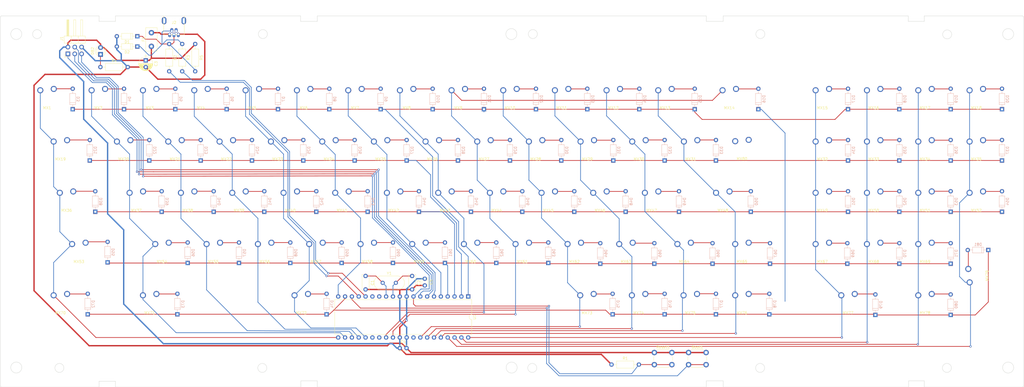
<source format=kicad_pcb>
(kicad_pcb (version 20171130) (host pcbnew "(5.1.5)-3")
  (layers (0 F.Cu signal) (31 B.Cu signal) (34 B.Paste user) (35 F.Paste user) (36 B.SilkS user) (37 F.SilkS user) (38 B.Mask user) (39 F.Mask user) (44 Edge.Cuts user))
  (net 0 "")
  (net 1 boot)
  (net 2 GND)
  (net 3 "Net-(C1-Pad1)")
  (net 4 "Net-(C2-Pad1)")
  (net 5 +5V)
  (net 6 "Net-(D1-Pad1)")
  (net 7 "Net-(D2-Pad1)")
  (net 8 row0)
  (net 9 "Net-(D3-Pad2)")
  (net 10 "Net-(D4-Pad2)")
  (net 11 "Net-(D5-Pad2)")
  (net 12 "Net-(D6-Pad2)")
  (net 13 "Net-(D7-Pad2)")
  (net 14 "Net-(D8-Pad2)")
  (net 15 "Net-(D9-Pad2)")
  (net 16 "Net-(D10-Pad2)")
  (net 17 "Net-(D11-Pad2)")
  (net 18 "Net-(D12-Pad2)")
  (net 19 "Net-(D13-Pad2)")
  (net 20 "Net-(D14-Pad2)")
  (net 21 "Net-(D15-Pad2)")
  (net 22 "Net-(D16-Pad2)")
  (net 23 "Net-(D17-Pad2)")
  (net 24 "Net-(D18-Pad2)")
  (net 25 "Net-(D19-Pad2)")
  (net 26 "Net-(D20-Pad2)")
  (net 27 row1)
  (net 28 "Net-(D21-Pad2)")
  (net 29 "Net-(D22-Pad2)")
  (net 30 "Net-(D23-Pad2)")
  (net 31 "Net-(D24-Pad2)")
  (net 32 "Net-(D25-Pad2)")
  (net 33 "Net-(D26-Pad2)")
  (net 34 "Net-(D27-Pad2)")
  (net 35 "Net-(D28-Pad2)")
  (net 36 "Net-(D29-Pad2)")
  (net 37 "Net-(D30-Pad2)")
  (net 38 "Net-(D31-Pad2)")
  (net 39 "Net-(D32-Pad2)")
  (net 40 "Net-(D33-Pad2)")
  (net 41 "Net-(D34-Pad2)")
  (net 42 "Net-(D35-Pad2)")
  (net 43 "Net-(D36-Pad2)")
  (net 44 "Net-(D37-Pad2)")
  (net 45 row2)
  (net 46 "Net-(D38-Pad2)")
  (net 47 "Net-(D39-Pad2)")
  (net 48 "Net-(D40-Pad2)")
  (net 49 "Net-(D41-Pad2)")
  (net 50 "Net-(D42-Pad2)")
  (net 51 "Net-(D43-Pad2)")
  (net 52 "Net-(D44-Pad2)")
  (net 53 "Net-(D45-Pad2)")
  (net 54 "Net-(D46-Pad2)")
  (net 55 "Net-(D47-Pad2)")
  (net 56 "Net-(D48-Pad2)")
  (net 57 "Net-(D49-Pad2)")
  (net 58 "Net-(D50-Pad2)")
  (net 59 "Net-(D51-Pad2)")
  (net 60 "Net-(D52-Pad2)")
  (net 61 "Net-(D53-Pad2)")
  (net 62 "Net-(D54-Pad2)")
  (net 63 row3)
  (net 64 "Net-(D55-Pad2)")
  (net 65 "Net-(D56-Pad2)")
  (net 66 "Net-(D57-Pad2)")
  (net 67 "Net-(D58-Pad2)")
  (net 68 "Net-(D59-Pad2)")
  (net 69 "Net-(D60-Pad2)")
  (net 70 "Net-(D61-Pad2)")
  (net 71 "Net-(D62-Pad2)")
  (net 72 "Net-(D63-Pad2)")
  (net 73 "Net-(D64-Pad2)")
  (net 74 "Net-(D65-Pad2)")
  (net 75 "Net-(D66-Pad2)")
  (net 76 "Net-(D67-Pad2)")
  (net 77 "Net-(D69-Pad2)")
  (net 78 "Net-(D70-Pad2)")
  (net 79 "Net-(D71-Pad2)")
  (net 80 row4)
  (net 81 "Net-(D72-Pad2)")
  (net 82 "Net-(D73-Pad2)")
  (net 83 "Net-(D74-Pad2)")
  (net 84 "Net-(D75-Pad2)")
  (net 85 "Net-(D76-Pad2)")
  (net 86 "Net-(D77-Pad2)")
  (net 87 "Net-(D78-Pad2)")
  (net 88 "Net-(D79-Pad2)")
  (net 89 "Net-(D80-Pad2)")
  (net 90 "Net-(D81-Pad2)")
  (net 91 "Net-(D82-Pad1)")
  (net 92 VCC)
  (net 93 MISO)
  (net 94 col0)
  (net 95 col1)
  (net 96 col2)
  (net 97 col3)
  (net 98 col4)
  (net 99 col5)
  (net 100 col6)
  (net 101 col7)
  (net 102 col8)
  (net 103 col9)
  (net 104 col10)
  (net 105 col11)
  (net 106 col12)
  (net 107 col14)
  (net 108 col15)
  (net 109 col16)
  (net 110 col17)
  (net 111 reset)
  (net 112 D+)
  (net 113 D-)
  (net 114 MOSI)
  (net 115 SCK)
  (net 116 "Net-(U1-Pad32)")
  (net 117 "Net-(MX80-Pad1)")
  (net 118 "Net-(MX80-Pad2)")
  (net 119 "Net-(J2-Pad4)")
  (net 120 "Net-(J2-Pad6)")
  (net 121 "Net-(U1-Pad14)")
  (net 122 "Net-(U1-Pad15)")
  (net 123 "Net-(U1-Pad26)")
  (net 124 "Net-(U1-Pad27)")
  (module Alps_Only:ALPS-SKCC (layer F.Cu) (at 237.363 162.052)
    (fp_text reference MX73 (at 0 2.54) (layer F.SilkS))
    (fp_text value MX-NoLED)
    (pad 1 thru_hole circle (at -2.5 -4) (size 2.25 2.25) (drill 1.47) (layers *.Cu B.Mask) (net 103 col9))
    (pad 2 thru_hole circle (at 2.5 -4.5) (size 2.25 2.25) (drill 1.47) (layers *.Cu B.Mask) (net 84 "Net-(D75-Pad2)"))
  )
  (module Housings_DIP:DIP-40_W15.24mm (layer F.Cu) (at 193.294 158.496 270)
    (fp_text reference U1 (at 7.62 -2.33 90) (layer F.SilkS))
    (fp_text value ATmega32A-PU)
    (pad 1 thru_hole rect (at 0 0 270) (size 1.6 1.6) (drill 0.8) (layers *.Cu *.Mask) (net 8 row0))
    (pad 21 thru_hole oval (at 15.24 48.26 270) (size 1.6 1.6) (drill 0.8) (layers *.Cu *.Mask) (net 94 col0))
    (pad 2 thru_hole oval (at 0 2.54 270) (size 1.6 1.6) (drill 0.8) (layers *.Cu *.Mask) (net 27 row1))
    (pad 22 thru_hole oval (at 15.24 45.72 270) (size 1.6 1.6) (drill 0.8) (layers *.Cu *.Mask) (net 95 col1))
    (pad 3 thru_hole oval (at 0 5.08 270) (size 1.6 1.6) (drill 0.8) (layers *.Cu *.Mask) (net 45 row2))
    (pad 23 thru_hole oval (at 15.24 43.18 270) (size 1.6 1.6) (drill 0.8) (layers *.Cu *.Mask) (net 96 col2))
    (pad 4 thru_hole oval (at 0 7.62 270) (size 1.6 1.6) (drill 0.8) (layers *.Cu *.Mask) (net 63 row3))
    (pad 24 thru_hole oval (at 15.24 40.64 270) (size 1.6 1.6) (drill 0.8) (layers *.Cu *.Mask) (net 97 col3))
    (pad 5 thru_hole oval (at 0 10.16 270) (size 1.6 1.6) (drill 0.8) (layers *.Cu *.Mask) (net 100 col6))
    (pad 25 thru_hole oval (at 15.24 38.1 270) (size 1.6 1.6) (drill 0.8) (layers *.Cu *.Mask) (net 98 col4))
    (pad 6 thru_hole oval (at 0 12.7 270) (size 1.6 1.6) (drill 0.8) (layers *.Cu *.Mask) (net 114 MOSI))
    (pad 26 thru_hole oval (at 15.24 35.56 270) (size 1.6 1.6) (drill 0.8) (layers *.Cu *.Mask) (net 123 "Net-(U1-Pad26)"))
    (pad 7 thru_hole oval (at 0 15.24 270) (size 1.6 1.6) (drill 0.8) (layers *.Cu *.Mask) (net 93 MISO))
    (pad 27 thru_hole oval (at 15.24 33.02 270) (size 1.6 1.6) (drill 0.8) (layers *.Cu *.Mask) (net 124 "Net-(U1-Pad27)"))
    (pad 8 thru_hole oval (at 0 17.78 270) (size 1.6 1.6) (drill 0.8) (layers *.Cu *.Mask) (net 115 SCK))
    (pad 28 thru_hole oval (at 15.24 30.48 270) (size 1.6 1.6) (drill 0.8) (layers *.Cu *.Mask) (net 101 col7))
    (pad 9 thru_hole oval (at 0 20.32 270) (size 1.6 1.6) (drill 0.8) (layers *.Cu *.Mask) (net 111 reset))
    (pad 29 thru_hole oval (at 15.24 27.94 270) (size 1.6 1.6) (drill 0.8) (layers *.Cu *.Mask) (net 102 col8))
    (pad 10 thru_hole oval (at 0 22.86 270) (size 1.6 1.6) (drill 0.8) (layers *.Cu *.Mask) (net 5 +5V))
    (pad 30 thru_hole oval (at 15.24 25.4 270) (size 1.6 1.6) (drill 0.8) (layers *.Cu *.Mask) (net 5 +5V))
    (pad 11 thru_hole oval (at 0 25.4 270) (size 1.6 1.6) (drill 0.8) (layers *.Cu *.Mask) (net 2 GND))
    (pad 31 thru_hole oval (at 15.24 22.86 270) (size 1.6 1.6) (drill 0.8) (layers *.Cu *.Mask) (net 2 GND))
    (pad 12 thru_hole oval (at 0 27.94 270) (size 1.6 1.6) (drill 0.8) (layers *.Cu *.Mask) (net 4 "Net-(C2-Pad1)"))
    (pad 32 thru_hole oval (at 15.24 20.32 270) (size 1.6 1.6) (drill 0.8) (layers *.Cu *.Mask) (net 116 "Net-(U1-Pad32)"))
    (pad 13 thru_hole oval (at 0 30.48 270) (size 1.6 1.6) (drill 0.8) (layers *.Cu *.Mask) (net 3 "Net-(C1-Pad1)"))
    (pad 33 thru_hole oval (at 15.24 17.78 270) (size 1.6 1.6) (drill 0.8) (layers *.Cu *.Mask) (net 103 col9))
    (pad 14 thru_hole oval (at 0 33.02 270) (size 1.6 1.6) (drill 0.8) (layers *.Cu *.Mask) (net 121 "Net-(U1-Pad14)"))
    (pad 34 thru_hole oval (at 15.24 15.24 270) (size 1.6 1.6) (drill 0.8) (layers *.Cu *.Mask) (net 104 col10))
    (pad 15 thru_hole oval (at 0 35.56 270) (size 1.6 1.6) (drill 0.8) (layers *.Cu *.Mask) (net 122 "Net-(U1-Pad15)"))
    (pad 35 thru_hole oval (at 15.24 12.7 270) (size 1.6 1.6) (drill 0.8) (layers *.Cu *.Mask) (net 105 col11))
    (pad 16 thru_hole oval (at 0 38.1 270) (size 1.6 1.6) (drill 0.8) (layers *.Cu *.Mask) (net 113 D-))
    (pad 36 thru_hole oval (at 15.24 10.16 270) (size 1.6 1.6) (drill 0.8) (layers *.Cu *.Mask) (net 106 col12))
    (pad 17 thru_hole oval (at 0 40.64 270) (size 1.6 1.6) (drill 0.8) (layers *.Cu *.Mask) (net 112 D+))
    (pad 37 thru_hole oval (at 15.24 7.62 270) (size 1.6 1.6) (drill 0.8) (layers *.Cu *.Mask) (net 110 col17))
    (pad 18 thru_hole oval (at 0 43.18 270) (size 1.6 1.6) (drill 0.8) (layers *.Cu *.Mask) (net 1 boot))
    (pad 38 thru_hole oval (at 15.24 5.08 270) (size 1.6 1.6) (drill 0.8) (layers *.Cu *.Mask) (net 109 col16))
    (pad 19 thru_hole oval (at 0 45.72 270) (size 1.6 1.6) (drill 0.8) (layers *.Cu *.Mask) (net 80 row4))
    (pad 39 thru_hole oval (at 15.24 2.54 270) (size 1.6 1.6) (drill 0.8) (layers *.Cu *.Mask) (net 108 col15))
    (pad 20 thru_hole oval (at 0 48.26 270) (size 1.6 1.6) (drill 0.8) (layers *.Cu *.Mask) (net 99 col5))
    (pad 40 thru_hole oval (at 15.24 0 270) (size 1.6 1.6) (drill 0.8) (layers *.Cu *.Mask) (net 107 col14))
  )
  (module Alps_Only:ALPS-SKCC (layer F.Cu) (at 294.894 104.775)
    (fp_text reference MX80 (at 0 2.54) (layer F.SilkS))
    (fp_text value MX-NoLED)
    (pad 1 thru_hole circle (at -2.5 -4) (size 2.25 2.25) (drill 1.47) (layers *.Cu B.Mask) (net 117 "Net-(MX80-Pad1)"))
    (pad 2 thru_hole circle (at 2.5 -4.5) (size 2.25 2.25) (drill 1.47) (layers *.Cu B.Mask) (net 118 "Net-(MX80-Pad2)"))
  )
  (module Alps_Only:ALPS-SKCC (layer F.Cu) (at 383.413 150.749 90)
    (fp_text reference MX79 (at 0 2.54 90) (layer F.SilkS))
    (fp_text value MX-NoLED)
    (pad 1 thru_hole circle (at -2.5 -4 90) (size 2.25 2.25) (drill 1.47) (layers *.Cu B.Mask) (net 110 col17))
    (pad 2 thru_hole circle (at 2.5 -4.5 90) (size 2.25 2.25) (drill 1.47) (layers *.Cu B.Mask) (net 90 "Net-(D81-Pad2)"))
  )
  (module Alps_Only:ALPS-SKCC (layer F.Cu) (at 362.839 162.052)
    (fp_text reference MX78 (at 0 2.54) (layer F.SilkS))
    (fp_text value MX-NoLED)
    (pad 1 thru_hole circle (at -2.5 -4) (size 2.25 2.25) (drill 1.47) (layers *.Cu B.Mask) (net 109 col16))
    (pad 2 thru_hole circle (at 2.5 -4.5) (size 2.25 2.25) (drill 1.47) (layers *.Cu B.Mask) (net 89 "Net-(D80-Pad2)"))
  )
  (module Alps_Only:ALPS-SKCC (layer F.Cu) (at 334.264 162.052)
    (fp_text reference MX77 (at 0 2.54) (layer F.SilkS))
    (fp_text value MX-NoLED)
    (pad 1 thru_hole circle (at -2.5 -4) (size 2.25 2.25) (drill 1.47) (layers *.Cu B.Mask) (net 107 col14))
    (pad 2 thru_hole circle (at 2.5 -4.5) (size 2.25 2.25) (drill 1.47) (layers *.Cu B.Mask) (net 88 "Net-(D79-Pad2)"))
  )
  (module Alps_Only:ALPS-SKCC (layer F.Cu) (at 294.894 162.052)
    (fp_text reference MX76 (at 0 2.54) (layer F.SilkS))
    (fp_text value MX-NoLED)
    (pad 1 thru_hole circle (at -2.5 -4) (size 2.25 2.25) (drill 1.47) (layers *.Cu B.Mask) (net 106 col12))
    (pad 2 thru_hole circle (at 2.5 -4.5) (size 2.25 2.25) (drill 1.47) (layers *.Cu B.Mask) (net 87 "Net-(D78-Pad2)"))
  )
  (module Alps_Only:ALPS-SKCC (layer F.Cu) (at 275.717 162.052)
    (fp_text reference MX75 (at 0 2.54) (layer F.SilkS))
    (fp_text value MX-NoLED)
    (pad 1 thru_hole circle (at -2.5 -4) (size 2.25 2.25) (drill 1.47) (layers *.Cu B.Mask) (net 105 col11))
    (pad 2 thru_hole circle (at 2.5 -4.5) (size 2.25 2.25) (drill 1.47) (layers *.Cu B.Mask) (net 86 "Net-(D77-Pad2)"))
  )
  (module Alps_Only:ALPS-SKCC (layer F.Cu) (at 256.54 162.052)
    (fp_text reference MX74 (at 0 2.54) (layer F.SilkS))
    (fp_text value MX-NoLED)
    (pad 1 thru_hole circle (at -2.5 -4) (size 2.25 2.25) (drill 1.47) (layers *.Cu B.Mask) (net 104 col10))
    (pad 2 thru_hole circle (at 2.5 -4.5) (size 2.25 2.25) (drill 1.47) (layers *.Cu B.Mask) (net 85 "Net-(D76-Pad2)"))
  )
  (module Alps_Only:ALPS-SKCC (layer F.Cu) (at 131.318 162.052)
    (fp_text reference MX72 (at 0 2.54) (layer F.SilkS))
    (fp_text value MX-NoLED)
    (pad 1 thru_hole circle (at -2.5 -4) (size 2.25 2.25) (drill 1.47) (layers *.Cu B.Mask) (net 98 col4))
    (pad 2 thru_hole circle (at 2.5 -4.5) (size 2.25 2.25) (drill 1.47) (layers *.Cu B.Mask) (net 83 "Net-(D74-Pad2)"))
  )
  (module Alps_Only:ALPS-SKCC (layer F.Cu) (at 75.057 162.052)
    (fp_text reference MX71 (at 0 2.54) (layer F.SilkS))
    (fp_text value MX-NoLED)
    (pad 1 thru_hole circle (at -2.5 -4) (size 2.25 2.25) (drill 1.47) (layers *.Cu B.Mask) (net 95 col1))
    (pad 2 thru_hole circle (at 2.5 -4.5) (size 2.25 2.25) (drill 1.47) (layers *.Cu B.Mask) (net 82 "Net-(D73-Pad2)"))
  )
  (module Alps_Only:ALPS-SKCC (layer F.Cu) (at 41.91 162.052)
    (fp_text reference MX70 (at 0 2.54) (layer F.SilkS))
    (fp_text value MX-NoLED)
    (pad 1 thru_hole circle (at -2.5 -4) (size 2.25 2.25) (drill 1.47) (layers *.Cu B.Mask) (net 94 col0))
    (pad 2 thru_hole circle (at 2.5 -4.5) (size 2.25 2.25) (drill 1.47) (layers *.Cu B.Mask) (net 81 "Net-(D72-Pad2)"))
  )
  (module Alps_Only:ALPS-SKCC (layer F.Cu) (at 362.839 143.002)
    (fp_text reference MX69 (at 0 2.54) (layer F.SilkS))
    (fp_text value MX-NoLED)
    (pad 1 thru_hole circle (at -2.5 -4) (size 2.25 2.25) (drill 1.47) (layers *.Cu B.Mask) (net 109 col16))
    (pad 2 thru_hole circle (at 2.5 -4.5) (size 2.25 2.25) (drill 1.47) (layers *.Cu B.Mask) (net 79 "Net-(D71-Pad2)"))
  )
  (module Alps_Only:ALPS-SKCC (layer F.Cu) (at 343.789 143.002)
    (fp_text reference MX68 (at 0 2.54) (layer F.SilkS))
    (fp_text value MX-NoLED)
    (pad 1 thru_hole circle (at -2.5 -4) (size 2.25 2.25) (drill 1.47) (layers *.Cu B.Mask) (net 108 col15))
    (pad 2 thru_hole circle (at 2.5 -4.5) (size 2.25 2.25) (drill 1.47) (layers *.Cu B.Mask) (net 78 "Net-(D70-Pad2)"))
  )
  (module Alps_Only:ALPS-SKCC (layer F.Cu) (at 324.739 143.002)
    (fp_text reference MX67 (at 0 2.54) (layer F.SilkS))
    (fp_text value MX-NoLED)
    (pad 1 thru_hole circle (at -2.5 -4) (size 2.25 2.25) (drill 1.47) (layers *.Cu B.Mask) (net 107 col14))
    (pad 2 thru_hole circle (at 2.5 -4.5) (size 2.25 2.25) (drill 1.47) (layers *.Cu B.Mask) (net 77 "Net-(D69-Pad2)"))
  )
  (module Alps_Only:ALPS-SKCC (layer F.Cu) (at 294.894 143.002)
    (fp_text reference MX65 (at 0 2.54) (layer F.SilkS))
    (fp_text value MX-NoLED)
    (pad 1 thru_hole circle (at -2.5 -4) (size 2.25 2.25) (drill 1.47) (layers *.Cu B.Mask) (net 106 col12))
    (pad 2 thru_hole circle (at 2.5 -4.5) (size 2.25 2.25) (drill 1.47) (layers *.Cu B.Mask) (net 76 "Net-(D67-Pad2)"))
  )
  (module Alps_Only:ALPS-SKCC (layer F.Cu) (at 273.431 143.002)
    (fp_text reference MX64 (at 0 2.54) (layer F.SilkS))
    (fp_text value MX-NoLED)
    (pad 1 thru_hole circle (at -2.5 -4) (size 2.25 2.25) (drill 1.47) (layers *.Cu B.Mask) (net 105 col11))
    (pad 2 thru_hole circle (at 2.5 -4.5) (size 2.25 2.25) (drill 1.47) (layers *.Cu B.Mask) (net 75 "Net-(D66-Pad2)"))
  )
  (module Alps_Only:ALPS-SKCC (layer F.Cu) (at 251.841 143.002)
    (fp_text reference MX63 (at 0 2.54) (layer F.SilkS))
    (fp_text value MX-NoLED)
    (pad 1 thru_hole circle (at -2.5 -4) (size 2.25 2.25) (drill 1.47) (layers *.Cu B.Mask) (net 104 col10))
    (pad 2 thru_hole circle (at 2.5 -4.5) (size 2.25 2.25) (drill 1.47) (layers *.Cu B.Mask) (net 74 "Net-(D65-Pad2)"))
  )
  (module Alps_Only:ALPS-SKCC (layer F.Cu) (at 232.664 143.002)
    (fp_text reference MX62 (at 0 2.54) (layer F.SilkS))
    (fp_text value MX-NoLED)
    (pad 1 thru_hole circle (at -2.5 -4) (size 2.25 2.25) (drill 1.47) (layers *.Cu B.Mask) (net 103 col9))
    (pad 2 thru_hole circle (at 2.5 -4.5) (size 2.25 2.25) (drill 1.47) (layers *.Cu B.Mask) (net 73 "Net-(D64-Pad2)"))
  )
  (module Alps_Only:ALPS-SKCC (layer F.Cu) (at 213.36 143.002)
    (fp_text reference MX61 (at 0 2.54) (layer F.SilkS))
    (fp_text value MX-NoLED)
    (pad 1 thru_hole circle (at -2.5 -4) (size 2.25 2.25) (drill 1.47) (layers *.Cu B.Mask) (net 102 col8))
    (pad 2 thru_hole circle (at 2.5 -4.5) (size 2.25 2.25) (drill 1.47) (layers *.Cu B.Mask) (net 72 "Net-(D63-Pad2)"))
  )
  (module Alps_Only:ALPS-SKCC (layer F.Cu) (at 194.183 143.002)
    (fp_text reference MX60 (at 0 2.54) (layer F.SilkS))
    (fp_text value MX-NoLED)
    (pad 1 thru_hole circle (at -2.5 -4) (size 2.25 2.25) (drill 1.47) (layers *.Cu B.Mask) (net 101 col7))
    (pad 2 thru_hole circle (at 2.5 -4.5) (size 2.25 2.25) (drill 1.47) (layers *.Cu B.Mask) (net 71 "Net-(D62-Pad2)"))
  )
  (module Alps_Only:ALPS-SKCC (layer F.Cu) (at 175.006 143.002)
    (fp_text reference MX59 (at 0 2.54) (layer F.SilkS))
    (fp_text value MX-NoLED)
    (pad 1 thru_hole circle (at -2.5 -4) (size 2.25 2.25) (drill 1.47) (layers *.Cu B.Mask) (net 100 col6))
    (pad 2 thru_hole circle (at 2.5 -4.5) (size 2.25 2.25) (drill 1.47) (layers *.Cu B.Mask) (net 70 "Net-(D61-Pad2)"))
  )
  (module Alps_Only:ALPS-SKCC (layer F.Cu) (at 155.829 143.002)
    (fp_text reference MX58 (at 0 2.54) (layer F.SilkS))
    (fp_text value MX-NoLED)
    (pad 1 thru_hole circle (at -2.5 -4) (size 2.25 2.25) (drill 1.47) (layers *.Cu B.Mask) (net 99 col5))
    (pad 2 thru_hole circle (at 2.5 -4.5) (size 2.25 2.25) (drill 1.47) (layers *.Cu B.Mask) (net 69 "Net-(D60-Pad2)"))
  )
  (module Alps_Only:ALPS-SKCC (layer F.Cu) (at 136.779 143.002)
    (fp_text reference MX57 (at 0 2.54) (layer F.SilkS))
    (fp_text value MX-NoLED)
    (pad 1 thru_hole circle (at -2.5 -4) (size 2.25 2.25) (drill 1.47) (layers *.Cu B.Mask) (net 98 col4))
    (pad 2 thru_hole circle (at 2.5 -4.5) (size 2.25 2.25) (drill 1.47) (layers *.Cu B.Mask) (net 68 "Net-(D59-Pad2)"))
  )
  (module Alps_Only:ALPS-SKCC (layer F.Cu) (at 117.729 143.002)
    (fp_text reference MX56 (at 0 2.54) (layer F.SilkS))
    (fp_text value MX-NoLED)
    (pad 1 thru_hole circle (at -2.5 -4) (size 2.25 2.25) (drill 1.47) (layers *.Cu B.Mask) (net 97 col3))
    (pad 2 thru_hole circle (at 2.5 -4.5) (size 2.25 2.25) (drill 1.47) (layers *.Cu B.Mask) (net 67 "Net-(D58-Pad2)"))
  )
  (module Alps_Only:ALPS-SKCC (layer F.Cu) (at 98.679 143.002)
    (fp_text reference MX55 (at 0 2.54) (layer F.SilkS))
    (fp_text value MX-NoLED)
    (pad 1 thru_hole circle (at -2.5 -4) (size 2.25 2.25) (drill 1.47) (layers *.Cu B.Mask) (net 96 col2))
    (pad 2 thru_hole circle (at 2.5 -4.5) (size 2.25 2.25) (drill 1.47) (layers *.Cu B.Mask) (net 66 "Net-(D57-Pad2)"))
  )
  (module Alps_Only:ALPS-SKCC (layer F.Cu) (at 79.629 143.002)
    (fp_text reference MX54 (at 0 2.54) (layer F.SilkS))
    (fp_text value MX-NoLED)
    (pad 1 thru_hole circle (at -2.5 -4) (size 2.25 2.25) (drill 1.47) (layers *.Cu B.Mask) (net 95 col1))
    (pad 2 thru_hole circle (at 2.5 -4.5) (size 2.25 2.25) (drill 1.47) (layers *.Cu B.Mask) (net 65 "Net-(D56-Pad2)"))
  )
  (module Alps_Only:ALPS-SKCC (layer F.Cu) (at 48.768 143.002)
    (fp_text reference MX53 (at 0 2.54) (layer F.SilkS))
    (fp_text value MX-NoLED)
    (pad 1 thru_hole circle (at -2.5 -4) (size 2.25 2.25) (drill 1.47) (layers *.Cu B.Mask) (net 94 col0))
    (pad 2 thru_hole circle (at 2.5 -4.5) (size 2.25 2.25) (drill 1.47) (layers *.Cu B.Mask) (net 64 "Net-(D55-Pad2)"))
  )
  (module Alps_Only:ALPS-SKCC (layer F.Cu) (at 381.889 123.952)
    (fp_text reference MX52 (at 0 2.54) (layer F.SilkS))
    (fp_text value MX-NoLED)
    (pad 1 thru_hole circle (at -2.5 -4) (size 2.25 2.25) (drill 1.47) (layers *.Cu B.Mask) (net 110 col17))
    (pad 2 thru_hole circle (at 2.5 -4.5) (size 2.25 2.25) (drill 1.47) (layers *.Cu B.Mask) (net 62 "Net-(D54-Pad2)"))
  )
  (module Alps_Only:ALPS-SKCC (layer F.Cu) (at 362.839 123.952)
    (fp_text reference MX51 (at 0 2.54) (layer F.SilkS))
    (fp_text value MX-NoLED)
    (pad 1 thru_hole circle (at -2.5 -4) (size 2.25 2.25) (drill 1.47) (layers *.Cu B.Mask) (net 109 col16))
    (pad 2 thru_hole circle (at 2.5 -4.5) (size 2.25 2.25) (drill 1.47) (layers *.Cu B.Mask) (net 61 "Net-(D53-Pad2)"))
  )
  (module Alps_Only:ALPS-SKCC (layer F.Cu) (at 343.789 123.952)
    (fp_text reference MX50 (at 0 2.54) (layer F.SilkS))
    (fp_text value MX-NoLED)
    (pad 1 thru_hole circle (at -2.5 -4) (size 2.25 2.25) (drill 1.47) (layers *.Cu B.Mask) (net 108 col15))
    (pad 2 thru_hole circle (at 2.5 -4.5) (size 2.25 2.25) (drill 1.47) (layers *.Cu B.Mask) (net 60 "Net-(D52-Pad2)"))
  )
  (module Alps_Only:ALPS-SKCC (layer F.Cu) (at 324.739 123.952)
    (fp_text reference MX49 (at 0 2.54) (layer F.SilkS))
    (fp_text value MX-NoLED)
    (pad 1 thru_hole circle (at -2.5 -4) (size 2.25 2.25) (drill 1.47) (layers *.Cu B.Mask) (net 107 col14))
    (pad 2 thru_hole circle (at 2.5 -4.5) (size 2.25 2.25) (drill 1.47) (layers *.Cu B.Mask) (net 59 "Net-(D51-Pad2)"))
  )
  (module Alps_Only:ALPS-SKCC (layer F.Cu) (at 287.782 123.952)
    (fp_text reference MX48 (at 0 2.54) (layer F.SilkS))
    (fp_text value MX-NoLED)
    (pad 1 thru_hole circle (at -2.5 -4) (size 2.25 2.25) (drill 1.47) (layers *.Cu B.Mask) (net 106 col12))
    (pad 2 thru_hole circle (at 2.5 -4.5) (size 2.25 2.25) (drill 1.47) (layers *.Cu B.Mask) (net 58 "Net-(D50-Pad2)"))
  )
  (module Alps_Only:ALPS-SKCC (layer F.Cu) (at 261.366 123.952)
    (fp_text reference MX47 (at 0 2.54) (layer F.SilkS))
    (fp_text value MX-NoLED)
    (pad 1 thru_hole circle (at -2.5 -4) (size 2.25 2.25) (drill 1.47) (layers *.Cu B.Mask) (net 105 col11))
    (pad 2 thru_hole circle (at 2.5 -4.5) (size 2.25 2.25) (drill 1.47) (layers *.Cu B.Mask) (net 57 "Net-(D49-Pad2)"))
  )
  (module Alps_Only:ALPS-SKCC (layer F.Cu) (at 242.189 123.952)
    (fp_text reference MX46 (at 0 2.54) (layer F.SilkS))
    (fp_text value MX-NoLED)
    (pad 1 thru_hole circle (at -2.5 -4) (size 2.25 2.25) (drill 1.47) (layers *.Cu B.Mask) (net 104 col10))
    (pad 2 thru_hole circle (at 2.5 -4.5) (size 2.25 2.25) (drill 1.47) (layers *.Cu B.Mask) (net 56 "Net-(D48-Pad2)"))
  )
  (module Alps_Only:ALPS-SKCC (layer F.Cu) (at 223.012 123.952)
    (fp_text reference MX45 (at 0 2.54) (layer F.SilkS))
    (fp_text value MX-NoLED)
    (pad 1 thru_hole circle (at -2.5 -4) (size 2.25 2.25) (drill 1.47) (layers *.Cu B.Mask) (net 103 col9))
    (pad 2 thru_hole circle (at 2.5 -4.5) (size 2.25 2.25) (drill 1.47) (layers *.Cu B.Mask) (net 55 "Net-(D47-Pad2)"))
  )
  (module Alps_Only:ALPS-SKCC (layer F.Cu) (at 203.835 123.952)
    (fp_text reference MX44 (at 0 2.54) (layer F.SilkS))
    (fp_text value MX-NoLED)
    (pad 1 thru_hole circle (at -2.5 -4) (size 2.25 2.25) (drill 1.47) (layers *.Cu B.Mask) (net 102 col8))
    (pad 2 thru_hole circle (at 2.5 -4.5) (size 2.25 2.25) (drill 1.47) (layers *.Cu B.Mask) (net 54 "Net-(D46-Pad2)"))
  )
  (module Alps_Only:ALPS-SKCC (layer F.Cu) (at 184.658 123.952)
    (fp_text reference MX43 (at 0 2.54) (layer F.SilkS))
    (fp_text value MX-NoLED)
    (pad 1 thru_hole circle (at -2.5 -4) (size 2.25 2.25) (drill 1.47) (layers *.Cu B.Mask) (net 101 col7))
    (pad 2 thru_hole circle (at 2.5 -4.5) (size 2.25 2.25) (drill 1.47) (layers *.Cu B.Mask) (net 53 "Net-(D45-Pad2)"))
  )
  (module Alps_Only:ALPS-SKCC (layer F.Cu) (at 165.608 123.952)
    (fp_text reference MX42 (at 0 2.54) (layer F.SilkS))
    (fp_text value MX-NoLED)
    (pad 1 thru_hole circle (at -2.5 -4) (size 2.25 2.25) (drill 1.47) (layers *.Cu B.Mask) (net 100 col6))
    (pad 2 thru_hole circle (at 2.5 -4.5) (size 2.25 2.25) (drill 1.47) (layers *.Cu B.Mask) (net 52 "Net-(D44-Pad2)"))
  )
  (module Alps_Only:ALPS-SKCC (layer F.Cu) (at 146.431 123.952)
    (fp_text reference MX41 (at 0 2.54) (layer F.SilkS))
    (fp_text value MX-NoLED)
    (pad 1 thru_hole circle (at -2.5 -4) (size 2.25 2.25) (drill 1.47) (layers *.Cu B.Mask) (net 99 col5))
    (pad 2 thru_hole circle (at 2.5 -4.5) (size 2.25 2.25) (drill 1.47) (layers *.Cu B.Mask) (net 51 "Net-(D43-Pad2)"))
  )
  (module Alps_Only:ALPS-SKCC (layer F.Cu) (at 127.254 123.952)
    (fp_text reference MX40 (at 0 2.54) (layer F.SilkS))
    (fp_text value MX-NoLED)
    (pad 1 thru_hole circle (at -2.5 -4) (size 2.25 2.25) (drill 1.47) (layers *.Cu B.Mask) (net 98 col4))
    (pad 2 thru_hole circle (at 2.5 -4.5) (size 2.25 2.25) (drill 1.47) (layers *.Cu B.Mask) (net 50 "Net-(D42-Pad2)"))
  )
  (module Alps_Only:ALPS-SKCC (layer F.Cu) (at 108.204 123.952)
    (fp_text reference MX39 (at 0 2.54) (layer F.SilkS))
    (fp_text value MX-NoLED)
    (pad 1 thru_hole circle (at -2.5 -4) (size 2.25 2.25) (drill 1.47) (layers *.Cu B.Mask) (net 97 col3))
    (pad 2 thru_hole circle (at 2.5 -4.5) (size 2.25 2.25) (drill 1.47) (layers *.Cu B.Mask) (net 49 "Net-(D41-Pad2)"))
  )
  (module Alps_Only:ALPS-SKCC (layer F.Cu) (at 89.154 123.952)
    (fp_text reference MX38 (at 0 2.54) (layer F.SilkS))
    (fp_text value MX-NoLED)
    (pad 1 thru_hole circle (at -2.5 -4) (size 2.25 2.25) (drill 1.47) (layers *.Cu B.Mask) (net 96 col2))
    (pad 2 thru_hole circle (at 2.5 -4.5) (size 2.25 2.25) (drill 1.47) (layers *.Cu B.Mask) (net 48 "Net-(D40-Pad2)"))
  )
  (module Alps_Only:ALPS-SKCC (layer F.Cu) (at 70.104 123.952)
    (fp_text reference MX37 (at 0 2.54) (layer F.SilkS))
    (fp_text value MX-NoLED)
    (pad 1 thru_hole circle (at -2.5 -4) (size 2.25 2.25) (drill 1.47) (layers *.Cu B.Mask) (net 95 col1))
    (pad 2 thru_hole circle (at 2.5 -4.5) (size 2.25 2.25) (drill 1.47) (layers *.Cu B.Mask) (net 47 "Net-(D39-Pad2)"))
  )
  (module Alps_Only:ALPS-SKCC (layer F.Cu) (at 44.196 123.952)
    (fp_text reference MX36 (at 0 2.54) (layer F.SilkS))
    (fp_text value MX-NoLED)
    (pad 1 thru_hole circle (at -2.5 -4) (size 2.25 2.25) (drill 1.47) (layers *.Cu B.Mask) (net 94 col0))
    (pad 2 thru_hole circle (at 2.5 -4.5) (size 2.25 2.25) (drill 1.47) (layers *.Cu B.Mask) (net 46 "Net-(D38-Pad2)"))
  )
  (module Alps_Only:ALPS-SKCC (layer F.Cu) (at 381.889 104.902)
    (fp_text reference MX35 (at 0 2.54) (layer F.SilkS))
    (fp_text value MX-NoLED)
    (pad 1 thru_hole circle (at -2.5 -4) (size 2.25 2.25) (drill 1.47) (layers *.Cu B.Mask) (net 110 col17))
    (pad 2 thru_hole circle (at 2.5 -4.5) (size 2.25 2.25) (drill 1.47) (layers *.Cu B.Mask) (net 44 "Net-(D37-Pad2)"))
  )
  (module Alps_Only:ALPS-SKCC (layer F.Cu) (at 362.839 104.902)
    (fp_text reference MX34 (at 0 2.54) (layer F.SilkS))
    (fp_text value MX-NoLED)
    (pad 1 thru_hole circle (at -2.5 -4) (size 2.25 2.25) (drill 1.47) (layers *.Cu B.Mask) (net 109 col16))
    (pad 2 thru_hole circle (at 2.5 -4.5) (size 2.25 2.25) (drill 1.47) (layers *.Cu B.Mask) (net 43 "Net-(D36-Pad2)"))
  )
  (module Alps_Only:ALPS-SKCC (layer F.Cu) (at 343.789 104.902)
    (fp_text reference MX33 (at 0 2.54) (layer F.SilkS))
    (fp_text value MX-NoLED)
    (pad 1 thru_hole circle (at -2.5 -4) (size 2.25 2.25) (drill 1.47) (layers *.Cu B.Mask) (net 108 col15))
    (pad 2 thru_hole circle (at 2.5 -4.5) (size 2.25 2.25) (drill 1.47) (layers *.Cu B.Mask) (net 42 "Net-(D35-Pad2)"))
  )
  (module Alps_Only:ALPS-SKCC (layer F.Cu) (at 324.739 104.902)
    (fp_text reference MX32 (at 0 2.54) (layer F.SilkS))
    (fp_text value MX-NoLED)
    (pad 1 thru_hole circle (at -2.5 -4) (size 2.25 2.25) (drill 1.47) (layers *.Cu B.Mask) (net 107 col14))
    (pad 2 thru_hole circle (at 2.5 -4.5) (size 2.25 2.25) (drill 1.47) (layers *.Cu B.Mask) (net 41 "Net-(D34-Pad2)"))
  )
  (module Alps_Only:ALPS-SKCC (layer F.Cu) (at 275.844 104.902)
    (fp_text reference MX31 (at 0 2.54) (layer F.SilkS))
    (fp_text value MX-NoLED)
    (pad 1 thru_hole circle (at -2.5 -4) (size 2.25 2.25) (drill 1.47) (layers *.Cu B.Mask) (net 106 col12))
    (pad 2 thru_hole circle (at 2.5 -4.5) (size 2.25 2.25) (drill 1.47) (layers *.Cu B.Mask) (net 40 "Net-(D33-Pad2)"))
  )
  (module Alps_Only:ALPS-SKCC (layer F.Cu) (at 256.667 104.902)
    (fp_text reference MX30 (at 0 2.54) (layer F.SilkS))
    (fp_text value MX-NoLED)
    (pad 1 thru_hole circle (at -2.5 -4) (size 2.25 2.25) (drill 1.47) (layers *.Cu B.Mask) (net 105 col11))
    (pad 2 thru_hole circle (at 2.5 -4.5) (size 2.25 2.25) (drill 1.47) (layers *.Cu B.Mask) (net 39 "Net-(D32-Pad2)"))
  )
  (module Alps_Only:ALPS-SKCC (layer F.Cu) (at 237.49 104.902)
    (fp_text reference MX29 (at 0 2.54) (layer F.SilkS))
    (fp_text value MX-NoLED)
    (pad 1 thru_hole circle (at -2.5 -4) (size 2.25 2.25) (drill 1.47) (layers *.Cu B.Mask) (net 104 col10))
    (pad 2 thru_hole circle (at 2.5 -4.5) (size 2.25 2.25) (drill 1.47) (layers *.Cu B.Mask) (net 38 "Net-(D31-Pad2)"))
  )
  (module Alps_Only:ALPS-SKCC (layer F.Cu) (at 218.313 104.902)
    (fp_text reference MX28 (at 0 2.54) (layer F.SilkS))
    (fp_text value MX-NoLED)
    (pad 1 thru_hole circle (at -2.5 -4) (size 2.25 2.25) (drill 1.47) (layers *.Cu B.Mask) (net 103 col9))
    (pad 2 thru_hole circle (at 2.5 -4.5) (size 2.25 2.25) (drill 1.47) (layers *.Cu B.Mask) (net 37 "Net-(D30-Pad2)"))
  )
  (module Alps_Only:ALPS-SKCC (layer F.Cu) (at 199.136 104.902)
    (fp_text reference MX27 (at 0 2.54) (layer F.SilkS))
    (fp_text value MX-NoLED)
    (pad 1 thru_hole circle (at -2.5 -4) (size 2.25 2.25) (drill 1.47) (layers *.Cu B.Mask) (net 102 col8))
    (pad 2 thru_hole circle (at 2.5 -4.5) (size 2.25 2.25) (drill 1.47) (layers *.Cu B.Mask) (net 36 "Net-(D29-Pad2)"))
  )
  (module Alps_Only:ALPS-SKCC (layer F.Cu) (at 179.959 104.902)
    (fp_text reference MX26 (at 0 2.54) (layer F.SilkS))
    (fp_text value MX-NoLED)
    (pad 1 thru_hole circle (at -2.5 -4) (size 2.25 2.25) (drill 1.47) (layers *.Cu B.Mask) (net 101 col7))
    (pad 2 thru_hole circle (at 2.5 -4.5) (size 2.25 2.25) (drill 1.47) (layers *.Cu B.Mask) (net 35 "Net-(D28-Pad2)"))
  )
  (module Alps_Only:ALPS-SKCC (layer F.Cu) (at 160.782 104.902)
    (fp_text reference MX25 (at 0 2.54) (layer F.SilkS))
    (fp_text value MX-NoLED)
    (pad 1 thru_hole circle (at -2.5 -4) (size 2.25 2.25) (drill 1.47) (layers *.Cu B.Mask) (net 100 col6))
    (pad 2 thru_hole circle (at 2.5 -4.5) (size 2.25 2.25) (drill 1.47) (layers *.Cu B.Mask) (net 34 "Net-(D27-Pad2)"))
  )
  (module Alps_Only:ALPS-SKCC (layer F.Cu) (at 141.605 104.902)
    (fp_text reference MX24 (at 0 2.54) (layer F.SilkS))
    (fp_text value MX-NoLED)
    (pad 1 thru_hole circle (at -2.5 -4) (size 2.25 2.25) (drill 1.47) (layers *.Cu B.Mask) (net 99 col5))
    (pad 2 thru_hole circle (at 2.5 -4.5) (size 2.25 2.25) (drill 1.47) (layers *.Cu B.Mask) (net 33 "Net-(D26-Pad2)"))
  )
  (module Alps_Only:ALPS-SKCC (layer F.Cu) (at 122.555 104.902)
    (fp_text reference MX23 (at 0 2.54) (layer F.SilkS))
    (fp_text value MX-NoLED)
    (pad 1 thru_hole circle (at -2.5 -4) (size 2.25 2.25) (drill 1.47) (layers *.Cu B.Mask) (net 98 col4))
    (pad 2 thru_hole circle (at 2.5 -4.5) (size 2.25 2.25) (drill 1.47) (layers *.Cu B.Mask) (net 32 "Net-(D25-Pad2)"))
  )
  (module Alps_Only:ALPS-SKCC (layer F.Cu) (at 103.505 104.902)
    (fp_text reference MX22 (at 0 2.54) (layer F.SilkS))
    (fp_text value MX-NoLED)
    (pad 1 thru_hole circle (at -2.5 -4) (size 2.25 2.25) (drill 1.47) (layers *.Cu B.Mask) (net 97 col3))
    (pad 2 thru_hole circle (at 2.5 -4.5) (size 2.25 2.25) (drill 1.47) (layers *.Cu B.Mask) (net 31 "Net-(D24-Pad2)"))
  )
  (module Alps_Only:ALPS-SKCC (layer F.Cu) (at 84.455 104.902)
    (fp_text reference MX21 (at 0 2.54) (layer F.SilkS))
    (fp_text value MX-NoLED)
    (pad 1 thru_hole circle (at -2.5 -4) (size 2.25 2.25) (drill 1.47) (layers *.Cu B.Mask) (net 96 col2))
    (pad 2 thru_hole circle (at 2.5 -4.5) (size 2.25 2.25) (drill 1.47) (layers *.Cu B.Mask) (net 30 "Net-(D23-Pad2)"))
  )
  (module Alps_Only:ALPS-SKCC (layer F.Cu) (at 65.405 104.902)
    (fp_text reference MX20 (at 0 2.54) (layer F.SilkS))
    (fp_text value MX-NoLED)
    (pad 1 thru_hole circle (at -2.5 -4) (size 2.25 2.25) (drill 1.47) (layers *.Cu B.Mask) (net 95 col1))
    (pad 2 thru_hole circle (at 2.5 -4.5) (size 2.25 2.25) (drill 1.47) (layers *.Cu B.Mask) (net 29 "Net-(D22-Pad2)"))
  )
  (module Alps_Only:ALPS-SKCC (layer F.Cu) (at 41.91 104.902)
    (fp_text reference MX19 (at 0 2.54) (layer F.SilkS))
    (fp_text value MX-NoLED)
    (pad 1 thru_hole circle (at -2.5 -4) (size 2.25 2.25) (drill 1.47) (layers *.Cu B.Mask) (net 94 col0))
    (pad 2 thru_hole circle (at 2.5 -4.5) (size 2.25 2.25) (drill 1.47) (layers *.Cu B.Mask) (net 28 "Net-(D21-Pad2)"))
  )
  (module Alps_Only:ALPS-SKCC (layer F.Cu) (at 381.889 85.852)
    (fp_text reference MX18 (at 0 2.54) (layer F.SilkS))
    (fp_text value num-mul)
    (pad 1 thru_hole circle (at -2.5 -4) (size 2.25 2.25) (drill 1.47) (layers *.Cu B.Mask) (net 110 col17))
    (pad 2 thru_hole circle (at 2.5 -4.5) (size 2.25 2.25) (drill 1.47) (layers *.Cu B.Mask) (net 26 "Net-(D20-Pad2)"))
  )
  (module Alps_Only:ALPS-SKCC (layer F.Cu) (at 362.839 85.852)
    (fp_text reference MX17 (at 0 2.54) (layer F.SilkS))
    (fp_text value num-div)
    (pad 1 thru_hole circle (at -2.5 -4) (size 2.25 2.25) (drill 1.47) (layers *.Cu B.Mask) (net 109 col16))
    (pad 2 thru_hole circle (at 2.5 -4.5) (size 2.25 2.25) (drill 1.47) (layers *.Cu B.Mask) (net 25 "Net-(D19-Pad2)"))
  )
  (module Alps_Only:ALPS-SKCC (layer F.Cu) (at 343.789 85.852)
    (fp_text reference MX16 (at 0 2.54) (layer F.SilkS))
    (fp_text value num-eq)
    (pad 1 thru_hole circle (at -2.5 -4) (size 2.25 2.25) (drill 1.47) (layers *.Cu B.Mask) (net 108 col15))
    (pad 2 thru_hole circle (at 2.5 -4.5) (size 2.25 2.25) (drill 1.47) (layers *.Cu B.Mask) (net 24 "Net-(D18-Pad2)"))
  )
  (module Alps_Only:ALPS-SKCC (layer F.Cu) (at 324.739 85.852)
    (fp_text reference MX15 (at 0 2.54) (layer F.SilkS))
    (fp_text value clear)
    (pad 1 thru_hole circle (at -2.5 -4) (size 2.25 2.25) (drill 1.47) (layers *.Cu B.Mask) (net 107 col14))
    (pad 2 thru_hole circle (at 2.5 -4.5) (size 2.25 2.25) (drill 1.47) (layers *.Cu B.Mask) (net 23 "Net-(D17-Pad2)"))
  )
  (module Alps_Only:ALPS-SKCC (layer F.Cu) (at 290.195 85.852)
    (fp_text reference MX14 (at 0 2.54) (layer F.SilkS))
    (fp_text value bkspc)
    (pad 1 thru_hole circle (at -2.5 -4) (size 2.25 2.25) (drill 1.47) (layers *.Cu B.Mask) (net 102 col8))
    (pad 2 thru_hole circle (at 2.5 -4.5) (size 2.25 2.25) (drill 1.47) (layers *.Cu B.Mask) (net 22 "Net-(D16-Pad2)"))
  )
  (module Alps_Only:ALPS-SKCC (layer F.Cu) (at 266.319 85.852)
    (fp_text reference MX13 (at 0 2.54) (layer F.SilkS))
    (fp_text value plus)
    (pad 1 thru_hole circle (at -2.5 -4) (size 2.25 2.25) (drill 1.47) (layers *.Cu B.Mask) (net 106 col12))
    (pad 2 thru_hole circle (at 2.5 -4.5) (size 2.25 2.25) (drill 1.47) (layers *.Cu B.Mask) (net 21 "Net-(D15-Pad2)"))
  )
  (module Alps_Only:ALPS-SKCC (layer F.Cu) (at 247.142 85.852)
    (fp_text reference MX12 (at 0 2.54) (layer F.SilkS))
    (fp_text value minus)
    (pad 1 thru_hole circle (at -2.5 -4) (size 2.25 2.25) (drill 1.47) (layers *.Cu B.Mask) (net 105 col11))
    (pad 2 thru_hole circle (at 2.5 -4.5) (size 2.25 2.25) (drill 1.47) (layers *.Cu B.Mask) (net 20 "Net-(D14-Pad2)"))
  )
  (module Alps_Only:ALPS-SKCC (layer F.Cu) (at 227.965 85.852)
    (fp_text reference MX11 (at 0 2.54) (layer F.SilkS))
    (fp_text value 0)
    (pad 1 thru_hole circle (at -2.5 -4) (size 2.25 2.25) (drill 1.47) (layers *.Cu B.Mask) (net 104 col10))
    (pad 2 thru_hole circle (at 2.5 -4.5) (size 2.25 2.25) (drill 1.47) (layers *.Cu B.Mask) (net 19 "Net-(D13-Pad2)"))
  )
  (module Alps_Only:ALPS-SKCC (layer F.Cu) (at 208.788 85.852)
    (fp_text reference MX10 (at 0 2.54) (layer F.SilkS))
    (fp_text value 9)
    (pad 1 thru_hole circle (at -2.5 -4) (size 2.25 2.25) (drill 1.47) (layers *.Cu B.Mask) (net 103 col9))
    (pad 2 thru_hole circle (at 2.5 -4.5) (size 2.25 2.25) (drill 1.47) (layers *.Cu B.Mask) (net 18 "Net-(D12-Pad2)"))
  )
  (module Alps_Only:ALPS-SKCC (layer F.Cu) (at 189.611 85.852)
    (fp_text reference MX9 (at 0 2.54) (layer F.SilkS))
    (fp_text value 8)
    (pad 1 thru_hole circle (at -2.5 -4) (size 2.25 2.25) (drill 1.47) (layers *.Cu B.Mask) (net 102 col8))
    (pad 2 thru_hole circle (at 2.5 -4.5) (size 2.25 2.25) (drill 1.47) (layers *.Cu B.Mask) (net 17 "Net-(D11-Pad2)"))
  )
  (module Alps_Only:ALPS-SKCC (layer F.Cu) (at 170.434 85.852)
    (fp_text reference MX8 (at 0 2.54) (layer F.SilkS))
    (fp_text value 7)
    (pad 1 thru_hole circle (at -2.5 -4) (size 2.25 2.25) (drill 1.47) (layers *.Cu B.Mask) (net 101 col7))
    (pad 2 thru_hole circle (at 2.5 -4.5) (size 2.25 2.25) (drill 1.47) (layers *.Cu B.Mask) (net 16 "Net-(D10-Pad2)"))
  )
  (module Alps_Only:ALPS-SKCC (layer F.Cu) (at 151.257 85.852)
    (fp_text reference MX7 (at 0 2.54) (layer F.SilkS))
    (fp_text value 6)
    (pad 1 thru_hole circle (at -2.5 -4) (size 2.25 2.25) (drill 1.47) (layers *.Cu B.Mask) (net 100 col6))
    (pad 2 thru_hole circle (at 2.5 -4.5) (size 2.25 2.25) (drill 1.47) (layers *.Cu B.Mask) (net 15 "Net-(D9-Pad2)"))
  )
  (module Alps_Only:ALPS-SKCC (layer F.Cu) (at 132.207 85.852)
    (fp_text reference MX6 (at 0 2.54) (layer F.SilkS))
    (fp_text value 5)
    (pad 1 thru_hole circle (at -2.5 -4) (size 2.25 2.25) (drill 1.47) (layers *.Cu B.Mask) (net 99 col5))
    (pad 2 thru_hole circle (at 2.5 -4.5) (size 2.25 2.25) (drill 1.47) (layers *.Cu B.Mask) (net 14 "Net-(D8-Pad2)"))
  )
  (module Alps_Only:ALPS-SKCC (layer F.Cu) (at 113.157 85.852)
    (fp_text reference MX5 (at 0 2.54) (layer F.SilkS))
    (fp_text value 4)
    (pad 1 thru_hole circle (at -2.5 -4) (size 2.25 2.25) (drill 1.47) (layers *.Cu B.Mask) (net 98 col4))
    (pad 2 thru_hole circle (at 2.5 -4.5) (size 2.25 2.25) (drill 1.47) (layers *.Cu B.Mask) (net 13 "Net-(D7-Pad2)"))
  )
  (module Alps_Only:ALPS-SKCC (layer F.Cu) (at 94.107 85.852)
    (fp_text reference MX4 (at 0 2.54) (layer F.SilkS))
    (fp_text value 3)
    (pad 1 thru_hole circle (at -2.5 -4) (size 2.25 2.25) (drill 1.47) (layers *.Cu B.Mask) (net 97 col3))
    (pad 2 thru_hole circle (at 2.5 -4.5) (size 2.25 2.25) (drill 1.47) (layers *.Cu B.Mask) (net 12 "Net-(D6-Pad2)"))
  )
  (module Alps_Only:ALPS-SKCC (layer F.Cu) (at 75.057 85.852)
    (fp_text reference MX3 (at 0 2.54) (layer F.SilkS))
    (fp_text value 2)
    (pad 1 thru_hole circle (at -2.5 -4) (size 2.25 2.25) (drill 1.47) (layers *.Cu B.Mask) (net 96 col2))
    (pad 2 thru_hole circle (at 2.5 -4.5) (size 2.25 2.25) (drill 1.47) (layers *.Cu B.Mask) (net 11 "Net-(D5-Pad2)"))
  )
  (module Alps_Only:ALPS-SKCC (layer F.Cu) (at 56.007 85.852)
    (fp_text reference MX2 (at 0 2.54) (layer F.SilkS))
    (fp_text value 1)
    (pad 1 thru_hole circle (at -2.5 -4) (size 2.25 2.25) (drill 1.47) (layers *.Cu B.Mask) (net 95 col1))
    (pad 2 thru_hole circle (at 2.5 -4.5) (size 2.25 2.25) (drill 1.47) (layers *.Cu B.Mask) (net 10 "Net-(D4-Pad2)"))
  )
  (module Alps_Only:ALPS-SKCC (layer F.Cu) (at 36.957 85.852)
    (fp_text reference MX1 (at 0 2.54) (layer F.SilkS))
    (fp_text value ESC)
    (pad 1 thru_hole circle (at -2.5 -4) (size 2.25 2.25) (drill 1.47) (layers *.Cu B.Mask) (net 94 col0))
    (pad 2 thru_hole circle (at 2.5 -4.5) (size 2.25 2.25) (drill 1.47) (layers *.Cu B.Mask) (net 9 "Net-(D3-Pad2)"))
  )
  (module random-keyboard-parts:Molex-0548190519 (layer F.Cu) (at 84.074 54.229 270)
    (fp_text reference J2)
    (fp_text value USB_B_Mini)
    (fp_text user %R (at 2.45 0) (layer F.SilkS))
    (pad 5 thru_hole oval (at 6.8 -1.6 270) (size 1.65 1.1) (drill oval 0.7 (offset 0.25 0)) (layers *.Cu B.Mask) (net 2 GND))
    (pad 4 thru_hole oval (at 5.6 -0.8 90) (size 1.65 1.1) (drill oval 0.7 (offset 0.25 0)) (layers *.Cu B.Mask) (net 119 "Net-(J2-Pad4)"))
    (pad 3 thru_hole oval (at 6.8 0 270) (size 1.65 1.1) (drill oval 0.7 (offset 0.25 0)) (layers *.Cu B.Mask) (net 6 "Net-(D1-Pad1)"))
    (pad 2 thru_hole oval (at 5.6 0.8 90) (size 1.65 1.1) (drill oval 0.7 (offset 0.25 0)) (layers *.Cu B.Mask) (net 7 "Net-(D2-Pad1)"))
    (pad 1 thru_hole oval (at 6.8 1.6 270) (size 1.65 1.1) (drill oval 0.7 (offset 0.25 0)) (layers *.Cu B.Mask) (net 92 VCC))
    (pad 6 thru_hole oval (at 1.75 -3.65 270) (size 2.7 1.7) (drill oval 1.9 0.7) (layers *.Cu *.Mask) (net 120 "Net-(J2-Pad6)"))
    (pad 6 thru_hole oval (at 1.75 3.65 270) (size 2.7 1.7) (drill oval 1.9 0.7) (layers *.Cu *.Mask) (net 120 "Net-(J2-Pad6)"))
  )
  (module Pin_Headers:Pin_Header_Angled_2x03_Pitch2.54mm (layer F.Cu) (at 44.704 68.326 90)
    (fp_text reference J1 (at 5.655 -2.27 90) (layer F.SilkS))
    (fp_text value AVR-ISP-6)
    (pad 1 thru_hole rect (at 0 0 90) (size 1.7 1.7) (drill 1) (layers *.Cu *.Mask) (net 93 MISO))
    (pad 2 thru_hole oval (at 2.54 0 90) (size 1.7 1.7) (drill 1) (layers *.Cu *.Mask) (net 5 +5V))
    (pad 3 thru_hole oval (at 0 2.54 90) (size 1.7 1.7) (drill 1) (layers *.Cu *.Mask) (net 115 SCK))
    (pad 4 thru_hole oval (at 2.54 2.54 90) (size 1.7 1.7) (drill 1) (layers *.Cu *.Mask) (net 114 MOSI))
    (pad 5 thru_hole oval (at 0 5.08 90) (size 1.7 1.7) (drill 1) (layers *.Cu *.Mask) (net 111 reset))
    (pad 6 thru_hole oval (at 2.54 5.08 90) (size 1.7 1.7) (drill 1) (layers *.Cu *.Mask) (net 2 GND))
  )
  (module Fuse_Holders_and_Fuses:Fuse_TE5_Littlefuse-395Series (layer F.Cu) (at 75.692 65.532 90)
    (fp_text reference F1 (at 2.65 -2.95 90) (layer F.SilkS))
    (fp_text value 500mA)
    (pad 1 thru_hole circle (at 0 0 90) (size 2 2) (drill 1) (layers *.Cu *.Mask) (net 5 +5V))
    (pad 2 thru_hole circle (at 5.08 0.01 90) (size 2 2) (drill 1) (layers *.Cu *.Mask) (net 92 VCC))
  )
  (module Crystals:Crystal_HC49-U_Vertical (layer F.Cu) (at 161.544 153.416)
    (fp_text reference Y1 (at 2.44 -3.525) (layer F.SilkS))
    (fp_text value 16Mhz)
    (pad 1 thru_hole circle (at 0 0) (size 1.5 1.5) (drill 0.8) (layers *.Cu *.Mask) (net 3 "Net-(C1-Pad1)"))
    (pad 2 thru_hole circle (at 4.88 0) (size 1.5 1.5) (drill 0.8) (layers *.Cu *.Mask) (net 4 "Net-(C2-Pad1)"))
  )
  (module Buttons_Switches_THT:SW_PUSH_6mm (layer F.Cu) (at 262.382 179.324)
    (fp_text reference Reset1 (at 3.25 -2) (layer F.SilkS))
    (fp_text value Reset)
    (pad 2 thru_hole circle (at 0 4.5 90) (size 2 2) (drill 1.1) (layers *.Cu *.Mask) (net 111 reset))
    (pad 1 thru_hole circle (at 0 0 90) (size 2 2) (drill 1.1) (layers *.Cu *.Mask) (net 2 GND))
    (pad 2 thru_hole circle (at 6.5 4.5 90) (size 2 2) (drill 1.1) (layers *.Cu *.Mask) (net 111 reset))
    (pad 1 thru_hole circle (at 6.5 0 90) (size 2 2) (drill 1.1) (layers *.Cu *.Mask) (net 2 GND))
  )
  (module Resistors_THT:R_Axial_DIN0207_L6.3mm_D2.5mm_P10.16mm_Horizontal (layer F.Cu) (at 91.948 64.643 270)
    (fp_text reference R5 (at 5.08 -2.31 90) (layer F.SilkS))
    (fp_text value 1.5k)
    (pad 1 thru_hole circle (at 0 0 270) (size 1.6 1.6) (drill 0.8) (layers *.Cu *.Mask) (net 5 +5V))
    (pad 2 thru_hole oval (at 10.16 0 270) (size 1.6 1.6) (drill 0.8) (layers *.Cu *.Mask) (net 6 "Net-(D1-Pad1)"))
  )
  (module Resistors_THT:R_Axial_DIN0207_L6.3mm_D2.5mm_P10.16mm_Horizontal (layer F.Cu) (at 56.769 73.2155)
    (fp_text reference R4 (at 5.08 -2.31) (layer F.SilkS))
    (fp_text value 1.5k)
    (pad 1 thru_hole circle (at 0 0) (size 1.6 1.6) (drill 0.8) (layers *.Cu *.Mask) (net 91 "Net-(D82-Pad1)"))
    (pad 2 thru_hole oval (at 10.16 0) (size 1.6 1.6) (drill 0.8) (layers *.Cu *.Mask) (net 2 GND))
  )
  (module Resistors_THT:R_Axial_DIN0207_L6.3mm_D2.5mm_P10.16mm_Horizontal (layer F.Cu) (at 87.122 64.643 270)
    (fp_text reference R3 (at 5.08 -2.31 90) (layer F.SilkS))
    (fp_text value 68R)
    (pad 1 thru_hole circle (at 0 0 270) (size 1.6 1.6) (drill 0.8) (layers *.Cu *.Mask) (net 7 "Net-(D2-Pad1)"))
    (pad 2 thru_hole oval (at 10.16 0 270) (size 1.6 1.6) (drill 0.8) (layers *.Cu *.Mask) (net 113 D-))
  )
  (module Resistors_THT:R_Axial_DIN0207_L6.3mm_D2.5mm_P10.16mm_Horizontal (layer F.Cu) (at 82.296 64.643 270)
    (fp_text reference R2 (at 5.08 -2.31 90) (layer F.SilkS))
    (fp_text value 68R)
    (pad 1 thru_hole circle (at 0 0 270) (size 1.6 1.6) (drill 0.8) (layers *.Cu *.Mask) (net 6 "Net-(D1-Pad1)"))
    (pad 2 thru_hole oval (at 10.16 0 270) (size 1.6 1.6) (drill 0.8) (layers *.Cu *.Mask) (net 112 D+))
  )
  (module Resistors_THT:R_Axial_DIN0207_L6.3mm_D2.5mm_P10.16mm_Horizontal (layer F.Cu) (at 246.4816 183.7944)
    (fp_text reference R1 (at 5.08 -2.31) (layer F.SilkS))
    (fp_text value 10k)
    (pad 1 thru_hole circle (at 0 0) (size 1.6 1.6) (drill 0.8) (layers *.Cu *.Mask) (net 5 +5V))
    (pad 2 thru_hole oval (at 10.16 0) (size 1.6 1.6) (drill 0.8) (layers *.Cu *.Mask) (net 111 reset))
  )
  (module LEDs:LED_D3.0mm (layer F.Cu) (at 56.8325 68.5165 90)
    (fp_text reference D82 (at 1.27 -2.96 90) (layer F.SilkS))
    (fp_text value LED)
    (pad 1 thru_hole rect (at 0 0 90) (size 1.8 1.8) (drill 0.9) (layers *.Cu *.Mask) (net 91 "Net-(D82-Pad1)"))
    (pad 2 thru_hole circle (at 2.54 0 90) (size 1.8 1.8) (drill 0.9) (layers *.Cu *.Mask) (net 5 +5V))
  )
  (module Diodes_THT:D_DO-35_SOD27_P7.62mm_Horizontal (layer B.Cu) (at 386.334 141.224 180)
    (fp_text reference D81 (at 3.81 2.06) (layer B.SilkS) (effects (justify mirror)))
    (fp_text value D_Small)
    (pad 1 thru_hole rect (at 0 0 180) (size 1.6 1.6) (drill 0.8) (layers *.Cu *.Mask) (net 80 row4))
    (pad 2 thru_hole oval (at 7.62 0 180) (size 1.6 1.6) (drill 0.8) (layers *.Cu *.Mask) (net 90 "Net-(D81-Pad2)"))
  )
  (module Diodes_THT:D_DO-35_SOD27_P7.62mm_Horizontal (layer B.Cu) (at 372.364 165.354 90)
    (fp_text reference D80 (at 3.81 2.06 90) (layer B.SilkS) (effects (justify mirror)))
    (fp_text value D_Small)
    (pad 1 thru_hole rect (at 0 0 90) (size 1.6 1.6) (drill 0.8) (layers *.Cu *.Mask) (net 80 row4))
    (pad 2 thru_hole oval (at 7.62 0 90) (size 1.6 1.6) (drill 0.8) (layers *.Cu *.Mask) (net 89 "Net-(D80-Pad2)"))
  )
  (module Diodes_THT:D_DO-35_SOD27_P7.62mm_Horizontal (layer B.Cu) (at 344.424 165.354 90)
    (fp_text reference D79 (at 3.81 2.06 90) (layer B.SilkS) (effects (justify mirror)))
    (fp_text value D_Small)
    (pad 1 thru_hole rect (at 0 0 90) (size 1.6 1.6) (drill 0.8) (layers *.Cu *.Mask) (net 80 row4))
    (pad 2 thru_hole oval (at 7.62 0 90) (size 1.6 1.6) (drill 0.8) (layers *.Cu *.Mask) (net 88 "Net-(D79-Pad2)"))
  )
  (module Diodes_THT:D_DO-35_SOD27_P7.62mm_Horizontal (layer B.Cu) (at 305.054 165.1 90)
    (fp_text reference D78 (at 3.81 2.06 90) (layer B.SilkS) (effects (justify mirror)))
    (fp_text value D_Small)
    (pad 1 thru_hole rect (at 0 0 90) (size 1.6 1.6) (drill 0.8) (layers *.Cu *.Mask) (net 80 row4))
    (pad 2 thru_hole oval (at 7.62 0 90) (size 1.6 1.6) (drill 0.8) (layers *.Cu *.Mask) (net 87 "Net-(D78-Pad2)"))
  )
  (module Diodes_THT:D_DO-35_SOD27_P7.62mm_Horizontal (layer B.Cu) (at 285.242 165.1 90)
    (fp_text reference D77 (at 3.81 2.06 90) (layer B.SilkS) (effects (justify mirror)))
    (fp_text value D_Small)
    (pad 1 thru_hole rect (at 0 0 90) (size 1.6 1.6) (drill 0.8) (layers *.Cu *.Mask) (net 80 row4))
    (pad 2 thru_hole oval (at 7.62 0 90) (size 1.6 1.6) (drill 0.8) (layers *.Cu *.Mask) (net 86 "Net-(D77-Pad2)"))
  )
  (module Diodes_THT:D_DO-35_SOD27_P7.62mm_Horizontal (layer B.Cu) (at 266.192 165.1 90)
    (fp_text reference D76 (at 3.81 2.06 90) (layer B.SilkS) (effects (justify mirror)))
    (fp_text value D_Small)
    (pad 1 thru_hole rect (at 0 0 90) (size 1.6 1.6) (drill 0.8) (layers *.Cu *.Mask) (net 80 row4))
    (pad 2 thru_hole oval (at 7.62 0 90) (size 1.6 1.6) (drill 0.8) (layers *.Cu *.Mask) (net 85 "Net-(D76-Pad2)"))
  )
  (module Diodes_THT:D_DO-35_SOD27_P7.62mm_Horizontal (layer B.Cu) (at 246.888 165.1 90)
    (fp_text reference D75 (at 3.81 2.06 90) (layer B.SilkS) (effects (justify mirror)))
    (fp_text value D_Small)
    (pad 1 thru_hole rect (at 0 0 90) (size 1.6 1.6) (drill 0.8) (layers *.Cu *.Mask) (net 80 row4))
    (pad 2 thru_hole oval (at 7.62 0 90) (size 1.6 1.6) (drill 0.8) (layers *.Cu *.Mask) (net 84 "Net-(D75-Pad2)"))
  )
  (module Diodes_THT:D_DO-35_SOD27_P7.62mm_Horizontal (layer B.Cu) (at 140.716 165.1 90)
    (fp_text reference D74 (at 3.81 2.06 90) (layer B.SilkS) (effects (justify mirror)))
    (fp_text value D_Small)
    (pad 1 thru_hole rect (at 0 0 90) (size 1.6 1.6) (drill 0.8) (layers *.Cu *.Mask) (net 80 row4))
    (pad 2 thru_hole oval (at 7.62 0 90) (size 1.6 1.6) (drill 0.8) (layers *.Cu *.Mask) (net 83 "Net-(D74-Pad2)"))
  )
  (module Diodes_THT:D_DO-35_SOD27_P7.62mm_Horizontal (layer B.Cu) (at 85.344 165.1 90)
    (fp_text reference D73 (at 3.81 2.06 90) (layer B.SilkS) (effects (justify mirror)))
    (fp_text value D_Small)
    (pad 1 thru_hole rect (at 0 0 90) (size 1.6 1.6) (drill 0.8) (layers *.Cu *.Mask) (net 80 row4))
    (pad 2 thru_hole oval (at 7.62 0 90) (size 1.6 1.6) (drill 0.8) (layers *.Cu *.Mask) (net 82 "Net-(D73-Pad2)"))
  )
  (module Diodes_THT:D_DO-35_SOD27_P7.62mm_Horizontal (layer B.Cu) (at 52.07 165.1 90)
    (fp_text reference D72 (at 3.81 2.06 90) (layer B.SilkS) (effects (justify mirror)))
    (fp_text value D_Small)
    (pad 1 thru_hole rect (at 0 0 90) (size 1.6 1.6) (drill 0.8) (layers *.Cu *.Mask) (net 80 row4))
    (pad 2 thru_hole oval (at 7.62 0 90) (size 1.6 1.6) (drill 0.8) (layers *.Cu *.Mask) (net 81 "Net-(D72-Pad2)"))
  )
  (module Diodes_THT:D_DO-35_SOD27_P7.62mm_Horizontal (layer B.Cu) (at 372.364 146.304 90)
    (fp_text reference D71 (at 3.81 2.06 90) (layer B.SilkS) (effects (justify mirror)))
    (fp_text value D_Small)
    (pad 1 thru_hole rect (at 0 0 90) (size 1.6 1.6) (drill 0.8) (layers *.Cu *.Mask) (net 63 row3))
    (pad 2 thru_hole oval (at 7.62 0 90) (size 1.6 1.6) (drill 0.8) (layers *.Cu *.Mask) (net 79 "Net-(D71-Pad2)"))
  )
  (module Diodes_THT:D_DO-35_SOD27_P7.62mm_Horizontal (layer B.Cu) (at 353.314 146.304 90)
    (fp_text reference D70 (at 3.81 2.06 90) (layer B.SilkS) (effects (justify mirror)))
    (fp_text value D_Small)
    (pad 1 thru_hole rect (at 0 0 90) (size 1.6 1.6) (drill 0.8) (layers *.Cu *.Mask) (net 63 row3))
    (pad 2 thru_hole oval (at 7.62 0 90) (size 1.6 1.6) (drill 0.8) (layers *.Cu *.Mask) (net 78 "Net-(D70-Pad2)"))
  )
  (module Diodes_THT:D_DO-35_SOD27_P7.62mm_Horizontal (layer B.Cu) (at 334.01 146.304 90)
    (fp_text reference D69 (at 3.81 2.06 90) (layer B.SilkS) (effects (justify mirror)))
    (fp_text value D_Small)
    (pad 1 thru_hole rect (at 0 0 90) (size 1.6 1.6) (drill 0.8) (layers *.Cu *.Mask) (net 63 row3))
    (pad 2 thru_hole oval (at 7.62 0 90) (size 1.6 1.6) (drill 0.8) (layers *.Cu *.Mask) (net 77 "Net-(D69-Pad2)"))
  )
  (module Diodes_THT:D_DO-35_SOD27_P7.62mm_Horizontal (layer B.Cu) (at 305.308 146.304 90)
    (fp_text reference D67 (at 3.81 2.06 90) (layer B.SilkS) (effects (justify mirror)))
    (fp_text value D_Small)
    (pad 1 thru_hole rect (at 0 0 90) (size 1.6 1.6) (drill 0.8) (layers *.Cu *.Mask) (net 63 row3))
    (pad 2 thru_hole oval (at 7.62 0 90) (size 1.6 1.6) (drill 0.8) (layers *.Cu *.Mask) (net 76 "Net-(D67-Pad2)"))
  )
  (module Diodes_THT:D_DO-35_SOD27_P7.62mm_Horizontal (layer B.Cu) (at 283.972 146.304 90)
    (fp_text reference D66 (at 3.81 2.06 90) (layer B.SilkS) (effects (justify mirror)))
    (fp_text value D_Small)
    (pad 1 thru_hole rect (at 0 0 90) (size 1.6 1.6) (drill 0.8) (layers *.Cu *.Mask) (net 63 row3))
    (pad 2 thru_hole oval (at 7.62 0 90) (size 1.6 1.6) (drill 0.8) (layers *.Cu *.Mask) (net 75 "Net-(D66-Pad2)"))
  )
  (module Diodes_THT:D_DO-35_SOD27_P7.62mm_Horizontal (layer B.Cu) (at 262.382 146.304 90)
    (fp_text reference D65 (at 3.81 2.06 90) (layer B.SilkS) (effects (justify mirror)))
    (fp_text value D_Small)
    (pad 1 thru_hole rect (at 0 0 90) (size 1.6 1.6) (drill 0.8) (layers *.Cu *.Mask) (net 63 row3))
    (pad 2 thru_hole oval (at 7.62 0 90) (size 1.6 1.6) (drill 0.8) (layers *.Cu *.Mask) (net 74 "Net-(D65-Pad2)"))
  )
  (module Diodes_THT:D_DO-35_SOD27_P7.62mm_Horizontal (layer B.Cu) (at 242.316 146.304 90)
    (fp_text reference D64 (at 3.81 2.06 90) (layer B.SilkS) (effects (justify mirror)))
    (fp_text value D_Small)
    (pad 1 thru_hole rect (at 0 0 90) (size 1.6 1.6) (drill 0.8) (layers *.Cu *.Mask) (net 63 row3))
    (pad 2 thru_hole oval (at 7.62 0 90) (size 1.6 1.6) (drill 0.8) (layers *.Cu *.Mask) (net 73 "Net-(D64-Pad2)"))
  )
  (module Diodes_THT:D_DO-35_SOD27_P7.62mm_Horizontal (layer B.Cu) (at 223.012 146.05 90)
    (fp_text reference D63 (at 3.81 2.06 90) (layer B.SilkS) (effects (justify mirror)))
    (fp_text value D_Small)
    (pad 1 thru_hole rect (at 0 0 90) (size 1.6 1.6) (drill 0.8) (layers *.Cu *.Mask) (net 63 row3))
    (pad 2 thru_hole oval (at 7.62 0 90) (size 1.6 1.6) (drill 0.8) (layers *.Cu *.Mask) (net 72 "Net-(D63-Pad2)"))
  )
  (module Diodes_THT:D_DO-35_SOD27_P7.62mm_Horizontal (layer B.Cu) (at 203.708 146.05 90)
    (fp_text reference D62 (at 3.81 2.06 90) (layer B.SilkS) (effects (justify mirror)))
    (fp_text value D_Small)
    (pad 1 thru_hole rect (at 0 0 90) (size 1.6 1.6) (drill 0.8) (layers *.Cu *.Mask) (net 63 row3))
    (pad 2 thru_hole oval (at 7.62 0 90) (size 1.6 1.6) (drill 0.8) (layers *.Cu *.Mask) (net 71 "Net-(D62-Pad2)"))
  )
  (module Diodes_THT:D_DO-35_SOD27_P7.62mm_Horizontal (layer B.Cu) (at 184.658 146.05 90)
    (fp_text reference D61 (at 3.81 2.06 90) (layer B.SilkS) (effects (justify mirror)))
    (fp_text value D_Small)
    (pad 1 thru_hole rect (at 0 0 90) (size 1.6 1.6) (drill 0.8) (layers *.Cu *.Mask) (net 63 row3))
    (pad 2 thru_hole oval (at 7.62 0 90) (size 1.6 1.6) (drill 0.8) (layers *.Cu *.Mask) (net 70 "Net-(D61-Pad2)"))
  )
  (module Diodes_THT:D_DO-35_SOD27_P7.62mm_Horizontal (layer B.Cu) (at 165.354 146.05 90)
    (fp_text reference D60 (at 3.81 2.06 90) (layer B.SilkS) (effects (justify mirror)))
    (fp_text value D_Small)
    (pad 1 thru_hole rect (at 0 0 90) (size 1.6 1.6) (drill 0.8) (layers *.Cu *.Mask) (net 63 row3))
    (pad 2 thru_hole oval (at 7.62 0 90) (size 1.6 1.6) (drill 0.8) (layers *.Cu *.Mask) (net 69 "Net-(D60-Pad2)"))
  )
  (module Diodes_THT:D_DO-35_SOD27_P7.62mm_Horizontal (layer B.Cu) (at 146.304 146.05 90)
    (fp_text reference D59 (at 3.81 2.06 90) (layer B.SilkS) (effects (justify mirror)))
    (fp_text value D_Small)
    (pad 1 thru_hole rect (at 0 0 90) (size 1.6 1.6) (drill 0.8) (layers *.Cu *.Mask) (net 63 row3))
    (pad 2 thru_hole oval (at 7.62 0 90) (size 1.6 1.6) (drill 0.8) (layers *.Cu *.Mask) (net 68 "Net-(D59-Pad2)"))
  )
  (module Diodes_THT:D_DO-35_SOD27_P7.62mm_Horizontal (layer B.Cu) (at 127.254 146.05 90)
    (fp_text reference D58 (at 3.81 2.06 90) (layer B.SilkS) (effects (justify mirror)))
    (fp_text value D_Small)
    (pad 1 thru_hole rect (at 0 0 90) (size 1.6 1.6) (drill 0.8) (layers *.Cu *.Mask) (net 63 row3))
    (pad 2 thru_hole oval (at 7.62 0 90) (size 1.6 1.6) (drill 0.8) (layers *.Cu *.Mask) (net 67 "Net-(D58-Pad2)"))
  )
  (module Diodes_THT:D_DO-35_SOD27_P7.62mm_Horizontal (layer B.Cu) (at 108.204 146.05 90)
    (fp_text reference D57 (at 3.81 2.06 90) (layer B.SilkS) (effects (justify mirror)))
    (fp_text value D_Small)
    (pad 1 thru_hole rect (at 0 0 90) (size 1.6 1.6) (drill 0.8) (layers *.Cu *.Mask) (net 63 row3))
    (pad 2 thru_hole oval (at 7.62 0 90) (size 1.6 1.6) (drill 0.8) (layers *.Cu *.Mask) (net 66 "Net-(D57-Pad2)"))
  )
  (module Diodes_THT:D_DO-35_SOD27_P7.62mm_Horizontal (layer B.Cu) (at 89.154 146.05 90)
    (fp_text reference D56 (at 3.81 2.06 90) (layer B.SilkS) (effects (justify mirror)))
    (fp_text value D_Small)
    (pad 1 thru_hole rect (at 0 0 90) (size 1.6 1.6) (drill 0.8) (layers *.Cu *.Mask) (net 63 row3))
    (pad 2 thru_hole oval (at 7.62 0 90) (size 1.6 1.6) (drill 0.8) (layers *.Cu *.Mask) (net 65 "Net-(D56-Pad2)"))
  )
  (module Diodes_THT:D_DO-35_SOD27_P7.62mm_Horizontal (layer B.Cu) (at 59.436 145.796 90)
    (fp_text reference D55 (at 3.81 2.06 90) (layer B.SilkS) (effects (justify mirror)))
    (fp_text value D_Small)
    (pad 1 thru_hole rect (at 0 0 90) (size 1.6 1.6) (drill 0.8) (layers *.Cu *.Mask) (net 63 row3))
    (pad 2 thru_hole oval (at 7.62 0 90) (size 1.6 1.6) (drill 0.8) (layers *.Cu *.Mask) (net 64 "Net-(D55-Pad2)"))
  )
  (module Diodes_THT:D_DO-35_SOD27_P7.62mm_Horizontal (layer B.Cu) (at 391.414 127 90)
    (fp_text reference D54 (at 3.81 2.06 90) (layer B.SilkS) (effects (justify mirror)))
    (fp_text value D_Small)
    (pad 1 thru_hole rect (at 0 0 90) (size 1.6 1.6) (drill 0.8) (layers *.Cu *.Mask) (net 45 row2))
    (pad 2 thru_hole oval (at 7.62 0 90) (size 1.6 1.6) (drill 0.8) (layers *.Cu *.Mask) (net 62 "Net-(D54-Pad2)"))
  )
  (module Diodes_THT:D_DO-35_SOD27_P7.62mm_Horizontal (layer B.Cu) (at 372.364 127 90)
    (fp_text reference D53 (at 3.81 2.06 90) (layer B.SilkS) (effects (justify mirror)))
    (fp_text value D_Small)
    (pad 1 thru_hole rect (at 0 0 90) (size 1.6 1.6) (drill 0.8) (layers *.Cu *.Mask) (net 45 row2))
    (pad 2 thru_hole oval (at 7.62 0 90) (size 1.6 1.6) (drill 0.8) (layers *.Cu *.Mask) (net 61 "Net-(D53-Pad2)"))
  )
  (module Diodes_THT:D_DO-35_SOD27_P7.62mm_Horizontal (layer B.Cu) (at 353.314 127 90)
    (fp_text reference D52 (at 3.81 2.06 90) (layer B.SilkS) (effects (justify mirror)))
    (fp_text value D_Small)
    (pad 1 thru_hole rect (at 0 0 90) (size 1.6 1.6) (drill 0.8) (layers *.Cu *.Mask) (net 45 row2))
    (pad 2 thru_hole oval (at 7.62 0 90) (size 1.6 1.6) (drill 0.8) (layers *.Cu *.Mask) (net 60 "Net-(D52-Pad2)"))
  )
  (module Diodes_THT:D_DO-35_SOD27_P7.62mm_Horizontal (layer B.Cu) (at 334.264 127 90)
    (fp_text reference D51 (at 3.81 2.06 90) (layer B.SilkS) (effects (justify mirror)))
    (fp_text value D_Small)
    (pad 1 thru_hole rect (at 0 0 90) (size 1.6 1.6) (drill 0.8) (layers *.Cu *.Mask) (net 45 row2))
    (pad 2 thru_hole oval (at 7.62 0 90) (size 1.6 1.6) (drill 0.8) (layers *.Cu *.Mask) (net 59 "Net-(D51-Pad2)"))
  )
  (module Diodes_THT:D_DO-35_SOD27_P7.62mm_Horizontal (layer B.Cu) (at 298.196 127 90)
    (fp_text reference D50 (at 3.81 2.06 90) (layer B.SilkS) (effects (justify mirror)))
    (fp_text value D_Small)
    (pad 1 thru_hole rect (at 0 0 90) (size 1.6 1.6) (drill 0.8) (layers *.Cu *.Mask) (net 45 row2))
    (pad 2 thru_hole oval (at 7.62 0 90) (size 1.6 1.6) (drill 0.8) (layers *.Cu *.Mask) (net 58 "Net-(D50-Pad2)"))
  )
  (module Diodes_THT:D_DO-35_SOD27_P7.62mm_Horizontal (layer B.Cu) (at 271.526 127 90)
    (fp_text reference D49 (at 3.81 2.06 90) (layer B.SilkS) (effects (justify mirror)))
    (fp_text value D_Small)
    (pad 1 thru_hole rect (at 0 0 90) (size 1.6 1.6) (drill 0.8) (layers *.Cu *.Mask) (net 45 row2))
    (pad 2 thru_hole oval (at 7.62 0 90) (size 1.6 1.6) (drill 0.8) (layers *.Cu *.Mask) (net 57 "Net-(D49-Pad2)"))
  )
  (module Diodes_THT:D_DO-35_SOD27_P7.62mm_Horizontal (layer B.Cu) (at 251.714 127 90)
    (fp_text reference D48 (at 3.81 2.06 90) (layer B.SilkS) (effects (justify mirror)))
    (fp_text value D_Small)
    (pad 1 thru_hole rect (at 0 0 90) (size 1.6 1.6) (drill 0.8) (layers *.Cu *.Mask) (net 45 row2))
    (pad 2 thru_hole oval (at 7.62 0 90) (size 1.6 1.6) (drill 0.8) (layers *.Cu *.Mask) (net 56 "Net-(D48-Pad2)"))
  )
  (module Diodes_THT:D_DO-35_SOD27_P7.62mm_Horizontal (layer B.Cu) (at 232.664 127 90)
    (fp_text reference D47 (at 3.81 2.06 90) (layer B.SilkS) (effects (justify mirror)))
    (fp_text value D_Small)
    (pad 1 thru_hole rect (at 0 0 90) (size 1.6 1.6) (drill 0.8) (layers *.Cu *.Mask) (net 45 row2))
    (pad 2 thru_hole oval (at 7.62 0 90) (size 1.6 1.6) (drill 0.8) (layers *.Cu *.Mask) (net 55 "Net-(D47-Pad2)"))
  )
  (module Diodes_THT:D_DO-35_SOD27_P7.62mm_Horizontal (layer B.Cu) (at 213.36 127 90)
    (fp_text reference D46 (at 3.81 2.06 90) (layer B.SilkS) (effects (justify mirror)))
    (fp_text value D_Small)
    (pad 1 thru_hole rect (at 0 0 90) (size 1.6 1.6) (drill 0.8) (layers *.Cu *.Mask) (net 45 row2))
    (pad 2 thru_hole oval (at 7.62 0 90) (size 1.6 1.6) (drill 0.8) (layers *.Cu *.Mask) (net 54 "Net-(D46-Pad2)"))
  )
  (module Diodes_THT:D_DO-35_SOD27_P7.62mm_Horizontal (layer B.Cu) (at 194.31 127 90)
    (fp_text reference D45 (at 3.81 2.06 90) (layer B.SilkS) (effects (justify mirror)))
    (fp_text value D_Small)
    (pad 1 thru_hole rect (at 0 0 90) (size 1.6 1.6) (drill 0.8) (layers *.Cu *.Mask) (net 45 row2))
    (pad 2 thru_hole oval (at 7.62 0 90) (size 1.6 1.6) (drill 0.8) (layers *.Cu *.Mask) (net 53 "Net-(D45-Pad2)"))
  )
  (module Diodes_THT:D_DO-35_SOD27_P7.62mm_Horizontal (layer B.Cu) (at 175.006 127 90)
    (fp_text reference D44 (at 3.81 2.06 90) (layer B.SilkS) (effects (justify mirror)))
    (fp_text value D_Small)
    (pad 1 thru_hole rect (at 0 0 90) (size 1.6 1.6) (drill 0.8) (layers *.Cu *.Mask) (net 45 row2))
    (pad 2 thru_hole oval (at 7.62 0 90) (size 1.6 1.6) (drill 0.8) (layers *.Cu *.Mask) (net 52 "Net-(D44-Pad2)"))
  )
  (module Diodes_THT:D_DO-35_SOD27_P7.62mm_Horizontal (layer B.Cu) (at 155.956 127 90)
    (fp_text reference D43 (at 3.81 2.06 90) (layer B.SilkS) (effects (justify mirror)))
    (fp_text value D_Small)
    (pad 1 thru_hole rect (at 0 0 90) (size 1.6 1.6) (drill 0.8) (layers *.Cu *.Mask) (net 45 row2))
    (pad 2 thru_hole oval (at 7.62 0 90) (size 1.6 1.6) (drill 0.8) (layers *.Cu *.Mask) (net 51 "Net-(D43-Pad2)"))
  )
  (module Diodes_THT:D_DO-35_SOD27_P7.62mm_Horizontal (layer B.Cu) (at 136.906 127 90)
    (fp_text reference D42 (at 3.81 2.06 90) (layer B.SilkS) (effects (justify mirror)))
    (fp_text value D_Small)
    (pad 1 thru_hole rect (at 0 0 90) (size 1.6 1.6) (drill 0.8) (layers *.Cu *.Mask) (net 45 row2))
    (pad 2 thru_hole oval (at 7.62 0 90) (size 1.6 1.6) (drill 0.8) (layers *.Cu *.Mask) (net 50 "Net-(D42-Pad2)"))
  )
  (module Diodes_THT:D_DO-35_SOD27_P7.62mm_Horizontal (layer B.Cu) (at 117.602 127 90)
    (fp_text reference D41 (at 3.81 2.06 90) (layer B.SilkS) (effects (justify mirror)))
    (fp_text value D_Small)
    (pad 1 thru_hole rect (at 0 0 90) (size 1.6 1.6) (drill 0.8) (layers *.Cu *.Mask) (net 45 row2))
    (pad 2 thru_hole oval (at 7.62 0 90) (size 1.6 1.6) (drill 0.8) (layers *.Cu *.Mask) (net 49 "Net-(D41-Pad2)"))
  )
  (module Diodes_THT:D_DO-35_SOD27_P7.62mm_Horizontal (layer B.Cu) (at 98.806 127 90)
    (fp_text reference D40 (at 3.81 2.06 90) (layer B.SilkS) (effects (justify mirror)))
    (fp_text value D_Small)
    (pad 1 thru_hole rect (at 0 0 90) (size 1.6 1.6) (drill 0.8) (layers *.Cu *.Mask) (net 45 row2))
    (pad 2 thru_hole oval (at 7.62 0 90) (size 1.6 1.6) (drill 0.8) (layers *.Cu *.Mask) (net 48 "Net-(D40-Pad2)"))
  )
  (module Diodes_THT:D_DO-35_SOD27_P7.62mm_Horizontal (layer B.Cu) (at 79.502 127 90)
    (fp_text reference D39 (at 3.81 2.06 90) (layer B.SilkS) (effects (justify mirror)))
    (fp_text value D_Small)
    (pad 1 thru_hole rect (at 0 0 90) (size 1.6 1.6) (drill 0.8) (layers *.Cu *.Mask) (net 45 row2))
    (pad 2 thru_hole oval (at 7.62 0 90) (size 1.6 1.6) (drill 0.8) (layers *.Cu *.Mask) (net 47 "Net-(D39-Pad2)"))
  )
  (module Diodes_THT:D_DO-35_SOD27_P7.62mm_Horizontal (layer B.Cu) (at 54.864 127 90)
    (fp_text reference D38 (at 3.81 2.06 90) (layer B.SilkS) (effects (justify mirror)))
    (fp_text value D_Small)
    (pad 1 thru_hole rect (at 0 0 90) (size 1.6 1.6) (drill 0.8) (layers *.Cu *.Mask) (net 45 row2))
    (pad 2 thru_hole oval (at 7.62 0 90) (size 1.6 1.6) (drill 0.8) (layers *.Cu *.Mask) (net 46 "Net-(D38-Pad2)"))
  )
  (module Diodes_THT:D_DO-35_SOD27_P7.62mm_Horizontal (layer B.Cu) (at 391.414 107.95 90)
    (fp_text reference D37 (at 3.81 2.06 90) (layer B.SilkS) (effects (justify mirror)))
    (fp_text value D_Small)
    (pad 1 thru_hole rect (at 0 0 90) (size 1.6 1.6) (drill 0.8) (layers *.Cu *.Mask) (net 27 row1))
    (pad 2 thru_hole oval (at 7.62 0 90) (size 1.6 1.6) (drill 0.8) (layers *.Cu *.Mask) (net 44 "Net-(D37-Pad2)"))
  )
  (module Diodes_THT:D_DO-35_SOD27_P7.62mm_Horizontal (layer B.Cu) (at 372.364 107.95 90)
    (fp_text reference D36 (at 3.81 2.06 90) (layer B.SilkS) (effects (justify mirror)))
    (fp_text value D_Small)
    (pad 1 thru_hole rect (at 0 0 90) (size 1.6 1.6) (drill 0.8) (layers *.Cu *.Mask) (net 27 row1))
    (pad 2 thru_hole oval (at 7.62 0 90) (size 1.6 1.6) (drill 0.8) (layers *.Cu *.Mask) (net 43 "Net-(D36-Pad2)"))
  )
  (module Diodes_THT:D_DO-35_SOD27_P7.62mm_Horizontal (layer B.Cu) (at 353.314 107.95 90)
    (fp_text reference D35 (at 3.81 2.06 90) (layer B.SilkS) (effects (justify mirror)))
    (fp_text value D_Small)
    (pad 1 thru_hole rect (at 0 0 90) (size 1.6 1.6) (drill 0.8) (layers *.Cu *.Mask) (net 27 row1))
    (pad 2 thru_hole oval (at 7.62 0 90) (size 1.6 1.6) (drill 0.8) (layers *.Cu *.Mask) (net 42 "Net-(D35-Pad2)"))
  )
  (module Diodes_THT:D_DO-35_SOD27_P7.62mm_Horizontal (layer B.Cu) (at 334.264 107.95 90)
    (fp_text reference D34 (at 3.81 2.06 90) (layer B.SilkS) (effects (justify mirror)))
    (fp_text value D_Small)
    (pad 1 thru_hole rect (at 0 0 90) (size 1.6 1.6) (drill 0.8) (layers *.Cu *.Mask) (net 27 row1))
    (pad 2 thru_hole oval (at 7.62 0 90) (size 1.6 1.6) (drill 0.8) (layers *.Cu *.Mask) (net 41 "Net-(D34-Pad2)"))
  )
  (module Diodes_THT:D_DO-35_SOD27_P7.62mm_Horizontal (layer B.Cu) (at 285.242 107.95 90)
    (fp_text reference D33 (at 3.81 2.06 90) (layer B.SilkS) (effects (justify mirror)))
    (fp_text value D_Small)
    (pad 1 thru_hole rect (at 0 0 90) (size 1.6 1.6) (drill 0.8) (layers *.Cu *.Mask) (net 27 row1))
    (pad 2 thru_hole oval (at 7.62 0 90) (size 1.6 1.6) (drill 0.8) (layers *.Cu *.Mask) (net 40 "Net-(D33-Pad2)"))
  )
  (module Diodes_THT:D_DO-35_SOD27_P7.62mm_Horizontal (layer B.Cu) (at 266.192 107.95 90)
    (fp_text reference D32 (at 3.81 2.06 90) (layer B.SilkS) (effects (justify mirror)))
    (fp_text value D_Small)
    (pad 1 thru_hole rect (at 0 0 90) (size 1.6 1.6) (drill 0.8) (layers *.Cu *.Mask) (net 27 row1))
    (pad 2 thru_hole oval (at 7.62 0 90) (size 1.6 1.6) (drill 0.8) (layers *.Cu *.Mask) (net 39 "Net-(D32-Pad2)"))
  )
  (module Diodes_THT:D_DO-35_SOD27_P7.62mm_Horizontal (layer B.Cu) (at 247.142 107.95 90)
    (fp_text reference D31 (at 3.81 2.06 90) (layer B.SilkS) (effects (justify mirror)))
    (fp_text value D_Small)
    (pad 1 thru_hole rect (at 0 0 90) (size 1.6 1.6) (drill 0.8) (layers *.Cu *.Mask) (net 27 row1))
    (pad 2 thru_hole oval (at 7.62 0 90) (size 1.6 1.6) (drill 0.8) (layers *.Cu *.Mask) (net 38 "Net-(D31-Pad2)"))
  )
  (module Diodes_THT:D_DO-35_SOD27_P7.62mm_Horizontal (layer B.Cu) (at 227.838 107.95 90)
    (fp_text reference D30 (at 3.81 2.06 90) (layer B.SilkS) (effects (justify mirror)))
    (fp_text value D_Small)
    (pad 1 thru_hole rect (at 0 0 90) (size 1.6 1.6) (drill 0.8) (layers *.Cu *.Mask) (net 27 row1))
    (pad 2 thru_hole oval (at 7.62 0 90) (size 1.6 1.6) (drill 0.8) (layers *.Cu *.Mask) (net 37 "Net-(D30-Pad2)"))
  )
  (module Diodes_THT:D_DO-35_SOD27_P7.62mm_Horizontal (layer B.Cu) (at 208.788 107.95 90)
    (fp_text reference D29 (at 3.81 2.06 270) (layer B.SilkS) (effects (justify mirror)))
    (fp_text value D_Small)
    (pad 1 thru_hole rect (at 0 0 90) (size 1.6 1.6) (drill 0.8) (layers *.Cu *.Mask) (net 27 row1))
    (pad 2 thru_hole oval (at 7.62 0 90) (size 1.6 1.6) (drill 0.8) (layers *.Cu *.Mask) (net 36 "Net-(D29-Pad2)"))
  )
  (module Diodes_THT:D_DO-35_SOD27_P7.62mm_Horizontal (layer B.Cu) (at 189.484 107.95 90)
    (fp_text reference D28 (at 3.81 2.06 90) (layer B.SilkS) (effects (justify mirror)))
    (fp_text value D_Small)
    (pad 1 thru_hole rect (at 0 0 90) (size 1.6 1.6) (drill 0.8) (layers *.Cu *.Mask) (net 27 row1))
    (pad 2 thru_hole oval (at 7.62 0 90) (size 1.6 1.6) (drill 0.8) (layers *.Cu *.Mask) (net 35 "Net-(D28-Pad2)"))
  )
  (module Diodes_THT:D_DO-35_SOD27_P7.62mm_Horizontal (layer B.Cu) (at 170.434 107.95 90)
    (fp_text reference D27 (at 3.81 2.06 90) (layer B.SilkS) (effects (justify mirror)))
    (fp_text value D_Small)
    (pad 1 thru_hole rect (at 0 0 90) (size 1.6 1.6) (drill 0.8) (layers *.Cu *.Mask) (net 27 row1))
    (pad 2 thru_hole oval (at 7.62 0 90) (size 1.6 1.6) (drill 0.8) (layers *.Cu *.Mask) (net 34 "Net-(D27-Pad2)"))
  )
  (module Diodes_THT:D_DO-35_SOD27_P7.62mm_Horizontal (layer B.Cu) (at 151.13 107.95 90)
    (fp_text reference D26 (at 3.81 2.06 90) (layer B.SilkS) (effects (justify mirror)))
    (fp_text value D_Small)
    (pad 1 thru_hole rect (at 0 0 90) (size 1.6 1.6) (drill 0.8) (layers *.Cu *.Mask) (net 27 row1))
    (pad 2 thru_hole oval (at 7.62 0 90) (size 1.6 1.6) (drill 0.8) (layers *.Cu *.Mask) (net 33 "Net-(D26-Pad2)"))
  )
  (module Diodes_THT:D_DO-35_SOD27_P7.62mm_Horizontal (layer B.Cu) (at 132.08 107.95 90)
    (fp_text reference D25 (at 3.81 2.06 90) (layer B.SilkS) (effects (justify mirror)))
    (fp_text value D_Small)
    (pad 1 thru_hole rect (at 0 0 90) (size 1.6 1.6) (drill 0.8) (layers *.Cu *.Mask) (net 27 row1))
    (pad 2 thru_hole oval (at 7.62 0 90) (size 1.6 1.6) (drill 0.8) (layers *.Cu *.Mask) (net 32 "Net-(D25-Pad2)"))
  )
  (module Diodes_THT:D_DO-35_SOD27_P7.62mm_Horizontal (layer B.Cu) (at 113.03 107.95 90)
    (fp_text reference D24 (at 3.81 2.06 90) (layer B.SilkS) (effects (justify mirror)))
    (fp_text value D_Small)
    (pad 1 thru_hole rect (at 0 0 90) (size 1.6 1.6) (drill 0.8) (layers *.Cu *.Mask) (net 27 row1))
    (pad 2 thru_hole oval (at 7.62 0 90) (size 1.6 1.6) (drill 0.8) (layers *.Cu *.Mask) (net 31 "Net-(D24-Pad2)"))
  )
  (module Diodes_THT:D_DO-35_SOD27_P7.62mm_Horizontal (layer B.Cu) (at 93.98 107.95 90)
    (fp_text reference D23 (at 3.81 2.06 90) (layer B.SilkS) (effects (justify mirror)))
    (fp_text value D_Small)
    (pad 1 thru_hole rect (at 0 0 90) (size 1.6 1.6) (drill 0.8) (layers *.Cu *.Mask) (net 27 row1))
    (pad 2 thru_hole oval (at 7.62 0 90) (size 1.6 1.6) (drill 0.8) (layers *.Cu *.Mask) (net 30 "Net-(D23-Pad2)"))
  )
  (module Diodes_THT:D_DO-35_SOD27_P7.62mm_Horizontal (layer B.Cu) (at 74.93 107.95 90)
    (fp_text reference D22 (at 3.81 2.06 90) (layer B.SilkS) (effects (justify mirror)))
    (fp_text value D_Small)
    (pad 1 thru_hole rect (at 0 0 90) (size 1.6 1.6) (drill 0.8) (layers *.Cu *.Mask) (net 27 row1))
    (pad 2 thru_hole oval (at 7.62 0 90) (size 1.6 1.6) (drill 0.8) (layers *.Cu *.Mask) (net 29 "Net-(D22-Pad2)"))
  )
  (module Diodes_THT:D_DO-35_SOD27_P7.62mm_Horizontal (layer B.Cu) (at 52.832 107.95 90)
    (fp_text reference D21 (at 3.81 2.06 90) (layer B.SilkS) (effects (justify mirror)))
    (fp_text value D_Small)
    (pad 1 thru_hole rect (at 0 0 90) (size 1.6 1.6) (drill 0.8) (layers *.Cu *.Mask) (net 27 row1))
    (pad 2 thru_hole oval (at 7.62 0 90) (size 1.6 1.6) (drill 0.8) (layers *.Cu *.Mask) (net 28 "Net-(D21-Pad2)"))
  )
  (module Diodes_THT:D_DO-35_SOD27_P7.62mm_Horizontal (layer B.Cu) (at 391.414 88.9 90)
    (fp_text reference D20 (at 3.81 2.06 90) (layer B.SilkS) (effects (justify mirror)))
    (fp_text value D_Small)
    (pad 1 thru_hole rect (at 0 0 90) (size 1.6 1.6) (drill 0.8) (layers *.Cu *.Mask) (net 8 row0))
    (pad 2 thru_hole oval (at 7.62 0 90) (size 1.6 1.6) (drill 0.8) (layers *.Cu *.Mask) (net 26 "Net-(D20-Pad2)"))
  )
  (module Diodes_THT:D_DO-35_SOD27_P7.62mm_Horizontal (layer B.Cu) (at 372.364 88.9 90)
    (fp_text reference D19 (at 3.81 2.06 90) (layer B.SilkS) (effects (justify mirror)))
    (fp_text value D_Small)
    (pad 1 thru_hole rect (at 0 0 90) (size 1.6 1.6) (drill 0.8) (layers *.Cu *.Mask) (net 8 row0))
    (pad 2 thru_hole oval (at 7.62 0 90) (size 1.6 1.6) (drill 0.8) (layers *.Cu *.Mask) (net 25 "Net-(D19-Pad2)"))
  )
  (module Diodes_THT:D_DO-35_SOD27_P7.62mm_Horizontal (layer B.Cu) (at 353.314 88.9 90)
    (fp_text reference D18 (at 3.81 2.06 90) (layer B.SilkS) (effects (justify mirror)))
    (fp_text value D_Small)
    (pad 1 thru_hole rect (at 0 0 90) (size 1.6 1.6) (drill 0.8) (layers *.Cu *.Mask) (net 8 row0))
    (pad 2 thru_hole oval (at 7.62 0 90) (size 1.6 1.6) (drill 0.8) (layers *.Cu *.Mask) (net 24 "Net-(D18-Pad2)"))
  )
  (module Diodes_THT:D_DO-35_SOD27_P7.62mm_Horizontal (layer B.Cu) (at 334.264 88.9 90)
    (fp_text reference D17 (at 3.81 2.06 270) (layer B.SilkS) (effects (justify mirror)))
    (fp_text value D_Small)
    (pad 1 thru_hole rect (at 0 0 90) (size 1.6 1.6) (drill 0.8) (layers *.Cu *.Mask) (net 8 row0))
    (pad 2 thru_hole oval (at 7.62 0 90) (size 1.6 1.6) (drill 0.8) (layers *.Cu *.Mask) (net 23 "Net-(D17-Pad2)"))
  )
  (module Diodes_THT:D_DO-35_SOD27_P7.62mm_Horizontal (layer B.Cu) (at 300.99 88.9 90)
    (fp_text reference D16 (at 3.81 2.06 90) (layer B.SilkS) (effects (justify mirror)))
    (fp_text value D_Small)
    (pad 1 thru_hole rect (at 0 0 90) (size 1.6 1.6) (drill 0.8) (layers *.Cu *.Mask) (net 80 row4))
    (pad 2 thru_hole oval (at 7.62 0 90) (size 1.6 1.6) (drill 0.8) (layers *.Cu *.Mask) (net 22 "Net-(D16-Pad2)"))
  )
  (module Diodes_THT:D_DO-35_SOD27_P7.62mm_Horizontal (layer B.Cu) (at 277.368 88.9 90)
    (fp_text reference D15 (at 3.81 2.06 270) (layer B.SilkS) (effects (justify mirror)))
    (fp_text value D_Small)
    (pad 1 thru_hole rect (at 0 0 90) (size 1.6 1.6) (drill 0.8) (layers *.Cu *.Mask) (net 8 row0))
    (pad 2 thru_hole oval (at 7.62 0 90) (size 1.6 1.6) (drill 0.8) (layers *.Cu *.Mask) (net 21 "Net-(D15-Pad2)"))
  )
  (module Diodes_THT:D_DO-35_SOD27_P7.62mm_Horizontal (layer B.Cu) (at 256.794 88.9 90)
    (fp_text reference D14 (at 3.81 2.06 90) (layer B.SilkS) (effects (justify mirror)))
    (fp_text value D_Small)
    (pad 1 thru_hole rect (at 0 0 90) (size 1.6 1.6) (drill 0.8) (layers *.Cu *.Mask) (net 8 row0))
    (pad 2 thru_hole oval (at 7.62 0 90) (size 1.6 1.6) (drill 0.8) (layers *.Cu *.Mask) (net 20 "Net-(D14-Pad2)"))
  )
  (module Diodes_THT:D_DO-35_SOD27_P7.62mm_Horizontal (layer B.Cu) (at 237.49 88.9 90)
    (fp_text reference D13 (at 3.81 2.06 270) (layer B.SilkS) (effects (justify mirror)))
    (fp_text value D_Small)
    (pad 1 thru_hole rect (at 0 0 90) (size 1.6 1.6) (drill 0.8) (layers *.Cu *.Mask) (net 8 row0))
    (pad 2 thru_hole oval (at 7.62 0 90) (size 1.6 1.6) (drill 0.8) (layers *.Cu *.Mask) (net 19 "Net-(D13-Pad2)"))
  )
  (module Diodes_THT:D_DO-35_SOD27_P7.62mm_Horizontal (layer B.Cu) (at 218.44 88.9 90)
    (fp_text reference D12 (at 3.81 2.06 90) (layer B.SilkS) (effects (justify mirror)))
    (fp_text value D_Small)
    (pad 1 thru_hole rect (at 0 0 90) (size 1.6 1.6) (drill 0.8) (layers *.Cu *.Mask) (net 8 row0))
    (pad 2 thru_hole oval (at 7.62 0 90) (size 1.6 1.6) (drill 0.8) (layers *.Cu *.Mask) (net 18 "Net-(D12-Pad2)"))
  )
  (module Diodes_THT:D_DO-35_SOD27_P7.62mm_Horizontal (layer B.Cu) (at 199.136 88.9 90)
    (fp_text reference D11 (at 3.81 2.06 90) (layer B.SilkS) (effects (justify mirror)))
    (fp_text value D_Small)
    (pad 1 thru_hole rect (at 0 0 90) (size 1.6 1.6) (drill 0.8) (layers *.Cu *.Mask) (net 8 row0))
    (pad 2 thru_hole oval (at 7.62 0 90) (size 1.6 1.6) (drill 0.8) (layers *.Cu *.Mask) (net 17 "Net-(D11-Pad2)"))
  )
  (module Diodes_THT:D_DO-35_SOD27_P7.62mm_Horizontal (layer B.Cu) (at 180.086 88.9 90)
    (fp_text reference D10 (at 3.81 2.06 90) (layer B.SilkS) (effects (justify mirror)))
    (fp_text value D_Small)
    (pad 1 thru_hole rect (at 0 0 90) (size 1.6 1.6) (drill 0.8) (layers *.Cu *.Mask) (net 8 row0))
    (pad 2 thru_hole oval (at 7.62 0 90) (size 1.6 1.6) (drill 0.8) (layers *.Cu *.Mask) (net 16 "Net-(D10-Pad2)"))
  )
  (module Diodes_THT:D_DO-35_SOD27_P7.62mm_Horizontal (layer B.Cu) (at 160.782 88.9 90)
    (fp_text reference D9 (at 3.81 2.06 90) (layer B.SilkS) (effects (justify mirror)))
    (fp_text value D_Small)
    (pad 1 thru_hole rect (at 0 0 90) (size 1.6 1.6) (drill 0.8) (layers *.Cu *.Mask) (net 8 row0))
    (pad 2 thru_hole oval (at 7.62 0 90) (size 1.6 1.6) (drill 0.8) (layers *.Cu *.Mask) (net 15 "Net-(D9-Pad2)"))
  )
  (module Diodes_THT:D_DO-35_SOD27_P7.62mm_Horizontal (layer B.Cu) (at 141.732 88.9 90)
    (fp_text reference D8 (at 3.81 2.06 90) (layer B.SilkS) (effects (justify mirror)))
    (fp_text value D_Small)
    (pad 1 thru_hole rect (at 0 0 90) (size 1.6 1.6) (drill 0.8) (layers *.Cu *.Mask) (net 8 row0))
    (pad 2 thru_hole oval (at 7.62 0 90) (size 1.6 1.6) (drill 0.8) (layers *.Cu *.Mask) (net 14 "Net-(D8-Pad2)"))
  )
  (module Diodes_THT:D_DO-35_SOD27_P7.62mm_Horizontal (layer B.Cu) (at 122.682 88.9 90)
    (fp_text reference D7 (at 3.81 2.06 270) (layer B.SilkS) (effects (justify mirror)))
    (fp_text value D_Small)
    (pad 1 thru_hole rect (at 0 0 90) (size 1.6 1.6) (drill 0.8) (layers *.Cu *.Mask) (net 8 row0))
    (pad 2 thru_hole oval (at 7.62 0 90) (size 1.6 1.6) (drill 0.8) (layers *.Cu *.Mask) (net 13 "Net-(D7-Pad2)"))
  )
  (module Diodes_THT:D_DO-35_SOD27_P7.62mm_Horizontal (layer B.Cu) (at 103.632 88.9 90)
    (fp_text reference D6 (at 3.81 2.06 90) (layer B.SilkS) (effects (justify mirror)))
    (fp_text value D_Small)
    (pad 1 thru_hole rect (at 0 0 90) (size 1.6 1.6) (drill 0.8) (layers *.Cu *.Mask) (net 8 row0))
    (pad 2 thru_hole oval (at 7.62 0 90) (size 1.6 1.6) (drill 0.8) (layers *.Cu *.Mask) (net 12 "Net-(D6-Pad2)"))
  )
  (module Diodes_THT:D_DO-35_SOD27_P7.62mm_Horizontal (layer B.Cu) (at 84.582 88.9 90)
    (fp_text reference D5 (at 3.81 2.06 90) (layer B.SilkS) (effects (justify mirror)))
    (fp_text value D_Small)
    (pad 1 thru_hole rect (at 0 0 90) (size 1.6 1.6) (drill 0.8) (layers *.Cu *.Mask) (net 8 row0))
    (pad 2 thru_hole oval (at 7.62 0 90) (size 1.6 1.6) (drill 0.8) (layers *.Cu *.Mask) (net 11 "Net-(D5-Pad2)"))
  )
  (module Diodes_THT:D_DO-35_SOD27_P7.62mm_Horizontal (layer B.Cu) (at 65.532 88.9 90)
    (fp_text reference D4 (at 3.81 2.06 90) (layer B.SilkS) (effects (justify mirror)))
    (fp_text value D_Small)
    (pad 1 thru_hole rect (at 0 0 90) (size 1.6 1.6) (drill 0.8) (layers *.Cu *.Mask) (net 8 row0))
    (pad 2 thru_hole oval (at 7.62 0 90) (size 1.6 1.6) (drill 0.8) (layers *.Cu *.Mask) (net 10 "Net-(D4-Pad2)"))
  )
  (module Diodes_THT:D_DO-35_SOD27_P7.62mm_Horizontal (layer B.Cu) (at 46.482 88.9 90)
    (fp_text reference D3 (at 3.81 2.06 270) (layer B.SilkS) (effects (justify mirror)))
    (fp_text value D_Small)
    (pad 1 thru_hole rect (at 0 0 90) (size 1.6 1.6) (drill 0.8) (layers *.Cu *.Mask) (net 8 row0))
    (pad 2 thru_hole oval (at 7.62 0 90) (size 1.6 1.6) (drill 0.8) (layers *.Cu *.Mask) (net 9 "Net-(D3-Pad2)"))
  )
  (module Diodes_THT:D_DO-35_SOD27_P7.62mm_Horizontal (layer F.Cu) (at 70.485 65.5955 180)
    (fp_text reference D2 (at 3.81 -2.06) (layer F.SilkS))
    (fp_text value 3.6V)
    (pad 1 thru_hole rect (at 0 0 180) (size 1.6 1.6) (drill 0.8) (layers *.Cu *.Mask) (net 7 "Net-(D2-Pad1)"))
    (pad 2 thru_hole oval (at 7.62 0 180) (size 1.6 1.6) (drill 0.8) (layers *.Cu *.Mask) (net 2 GND))
  )
  (module Diodes_THT:D_DO-35_SOD27_P7.62mm_Horizontal (layer F.Cu) (at 70.485 61.7855 180)
    (fp_text reference D1 (at 3.81 -2.06) (layer F.SilkS))
    (fp_text value 3.6V)
    (pad 1 thru_hole rect (at 0 0 180) (size 1.6 1.6) (drill 0.8) (layers *.Cu *.Mask) (net 6 "Net-(D1-Pad1)"))
    (pad 2 thru_hole oval (at 7.62 0 180) (size 1.6 1.6) (drill 0.8) (layers *.Cu *.Mask) (net 2 GND))
  )
  (module Capacitors_THT:C_Disc_D3.0mm_W2.0mm_P2.50mm (layer F.Cu) (at 177.165 151.892 270)
    (fp_text reference C5 (at 1.25 -2.31 90) (layer F.SilkS))
    (fp_text value 0.1u)
    (pad 1 thru_hole circle (at 0 0 270) (size 1.6 1.6) (drill 0.8) (layers *.Cu *.Mask) (net 5 +5V))
    (pad 2 thru_hole circle (at 2.5 0 270) (size 1.6 1.6) (drill 0.8) (layers *.Cu *.Mask) (net 2 GND))
  )
  (module Capacitors_THT:C_Disc_D3.0mm_W2.0mm_P2.50mm (layer F.Cu) (at 167.894 177.673)
    (fp_text reference C4 (at 1.25 -2.31) (layer F.SilkS))
    (fp_text value 0.1u)
    (pad 1 thru_hole circle (at 0 0) (size 1.6 1.6) (drill 0.8) (layers *.Cu *.Mask) (net 5 +5V))
    (pad 2 thru_hole circle (at 2.5 0) (size 1.6 1.6) (drill 0.8) (layers *.Cu *.Mask) (net 2 GND))
  )
  (module Capacitors_THT:CP_Radial_D5.0mm_P2.50mm (layer F.Cu) (at 73.5965 70.739 270)
    (fp_text reference C3 (at 1.25 -3.81 90) (layer F.SilkS))
    (fp_text value 4.7u)
    (pad 1 thru_hole rect (at 0 0 270) (size 1.6 1.6) (drill 0.8) (layers *.Cu *.Mask) (net 5 +5V))
    (pad 2 thru_hole circle (at 2.5 0 270) (size 1.6 1.6) (drill 0.8) (layers *.Cu *.Mask) (net 2 GND))
  )
  (module Capacitors_THT:C_Disc_D6.0mm_W2.5mm_P5.00mm (layer F.Cu) (at 172.466 150.876 270)
    (fp_text reference C2 (at 2.5 -2.56 90) (layer F.SilkS))
    (fp_text value 22p)
    (pad 1 thru_hole circle (at 0 0 270) (size 1.6 1.6) (drill 0.8) (layers *.Cu *.Mask) (net 4 "Net-(C2-Pad1)"))
    (pad 2 thru_hole circle (at 5 0 270) (size 1.6 1.6) (drill 0.8) (layers *.Cu *.Mask) (net 2 GND))
  )
  (module Capacitors_THT:C_Disc_D6.0mm_W2.5mm_P5.00mm (layer F.Cu) (at 155.194 150.876 270)
    (fp_text reference C1 (at 2.5 -2.56 90) (layer F.SilkS))
    (fp_text value 22p)
    (pad 1 thru_hole circle (at 0 0 270) (size 1.6 1.6) (drill 0.8) (layers *.Cu *.Mask) (net 3 "Net-(C1-Pad1)"))
    (pad 2 thru_hole circle (at 5 0 270) (size 1.6 1.6) (drill 0.8) (layers *.Cu *.Mask) (net 2 GND))
  )
  (module Buttons_Switches_THT:SW_PUSH_6mm (layer F.Cu) (at 275.082 179.324)
    (fp_text reference Boot1 (at 3.25 -2) (layer F.SilkS))
    (fp_text value Boot)
    (pad 2 thru_hole circle (at 0 4.5 90) (size 2 2) (drill 1.1) (layers *.Cu *.Mask) (net 1 boot))
    (pad 1 thru_hole circle (at 0 0 90) (size 2 2) (drill 1.1) (layers *.Cu *.Mask) (net 2 GND))
    (pad 2 thru_hole circle (at 6.5 4.5 90) (size 2 2) (drill 1.1) (layers *.Cu *.Mask) (net 1 boot))
    (pad 1 thru_hole circle (at 6.5 0 90) (size 2 2) (drill 1.1) (layers *.Cu *.Mask) (net 2 GND))
  )
  (gr_circle (center 209.407187 184.912) (end 211.455 184.912) (layer Edge.Cuts) (width 0.12))
  (gr_circle (center 25.542813 184.896187) (end 27.590626 184.896187) (layer Edge.Cuts) (width 0.12))
  (gr_circle (center 25.542813 60.96) (end 27.590626 60.96) (layer Edge.Cuts) (width 0.12))
  (gr_circle (center 209.311813 60.975813) (end 211.359626 60.975813) (layer Edge.Cuts) (width 0.12))
  (gr_circle (center 393.7 60.975813) (end 395.747813 60.975813) (layer Edge.Cuts) (width 0.12))
  (gr_circle (center 371.074576 61.087) (end 372.745 61.087) (layer Edge.Cuts) (width 0.12))
  (gr_circle (center 301.732576 60.96) (end 303.403 60.96) (layer Edge.Cuts) (width 0.12))
  (gr_circle (center 217.277576 60.96) (end 218.948 60.96) (layer Edge.Cuts) (width 0.12))
  (gr_circle (center 117.074576 60.96) (end 118.745 60.96) (layer Edge.Cuts) (width 0.12))
  (gr_circle (center 33.274 60.979424) (end 34.944424 60.979424) (layer Edge.Cuts) (width 0.12))
  (gr_circle (center 41.548424 185.039) (end 43.218848 185.039) (layer Edge.Cuts) (width 0.12))
  (gr_circle (center 116.859424 185.039) (end 118.529848 185.039) (layer Edge.Cuts) (width 0.12))
  (gr_circle (center 217.062424 185.039) (end 218.732848 185.039) (layer Edge.Cuts) (width 0.12))
  (gr_circle (center 301.644424 185.039) (end 303.314848 185.039) (layer Edge.Cuts) (width 0.12))
  (gr_circle (center 370.967 185.039) (end 372.637424 185.039) (layer Edge.Cuts) (width 0.12))
  (gr_circle (center 393.7 184.912) (end 395.747813 184.912) (layer Edge.Cuts) (width 0.12))
  (gr_arc (start 398.907 54.864) (end 399.542 54.864) (angle -90) (layer Edge.Cuts) (width 0.12))
  (gr_arc (start 398.907 191.516) (end 398.907 192.151) (angle -90) (layer Edge.Cuts) (width 0.12))
  (gr_arc (start 20.066 191.643) (end 19.558 191.643) (angle -90) (layer Edge.Cuts) (width 0.12))
  (gr_arc (start 20.066 54.737) (end 20.066 54.229) (angle -90) (layer Edge.Cuts) (width 0.12))
  (gr_line (start 19.558 191.643) (end 19.558 54.737) (layer Edge.Cuts) (width 0.12))
  (gr_line (start 56.261 192.151) (end 20.066 192.151) (layer Edge.Cuts) (width 0.12))
  (gr_line (start 56.261 189.992) (end 56.261 192.151) (layer Edge.Cuts) (width 0.12))
  (gr_line (start 62.357 189.992) (end 56.261 189.992) (layer Edge.Cuts) (width 0.12))
  (gr_line (start 62.357 192.151) (end 62.357 189.992) (layer Edge.Cuts) (width 0.12))
  (gr_line (start 131.191 192.151) (end 62.357 192.151) (layer Edge.Cuts) (width 0.12))
  (gr_line (start 131.191 189.865) (end 131.191 192.151) (layer Edge.Cuts) (width 0.12))
  (gr_line (start 137.287 189.865) (end 131.191 189.865) (layer Edge.Cuts) (width 0.12))
  (gr_line (start 137.287 192.151) (end 137.287 189.865) (layer Edge.Cuts) (width 0.12))
  (gr_line (start 281.686 192.151) (end 137.287 192.151) (layer Edge.Cuts) (width 0.12))
  (gr_line (start 281.686 189.865) (end 281.686 192.151) (layer Edge.Cuts) (width 0.12))
  (gr_line (start 287.909 189.865) (end 281.686 189.865) (layer Edge.Cuts) (width 0.12))
  (gr_line (start 287.909 192.151) (end 287.909 189.865) (layer Edge.Cuts) (width 0.12))
  (gr_line (start 356.743 192.151) (end 287.909 192.151) (layer Edge.Cuts) (width 0.12))
  (gr_line (start 356.743 189.865) (end 356.743 192.151) (layer Edge.Cuts) (width 0.12))
  (gr_line (start 362.585 189.865) (end 356.743 189.865) (layer Edge.Cuts) (width 0.12))
  (gr_line (start 362.585 192.151) (end 362.585 189.865) (layer Edge.Cuts) (width 0.12))
  (gr_line (start 398.907 192.151) (end 362.585 192.151) (layer Edge.Cuts) (width 0.12))
  (gr_line (start 399.542 54.864) (end 399.542 191.516) (layer Edge.Cuts) (width 0.12))
  (gr_line (start 362.585 54.229) (end 398.907 54.229) (layer Edge.Cuts) (width 0.12))
  (gr_line (start 362.585 56.261) (end 362.585 54.229) (layer Edge.Cuts) (width 0.12))
  (gr_line (start 356.616 56.261) (end 362.585 56.261) (layer Edge.Cuts) (width 0.12))
  (gr_line (start 356.616 54.229) (end 356.616 56.261) (layer Edge.Cuts) (width 0.12))
  (gr_line (start 287.909 54.229) (end 356.616 54.229) (layer Edge.Cuts) (width 0.12))
  (gr_line (start 287.909 56.261) (end 287.909 54.229) (layer Edge.Cuts) (width 0.12))
  (gr_line (start 281.686 56.261) (end 287.909 56.261) (layer Edge.Cuts) (width 0.12))
  (gr_line (start 281.686 54.229) (end 281.686 56.261) (layer Edge.Cuts) (width 0.12))
  (gr_line (start 137.287 54.229) (end 281.686 54.229) (layer Edge.Cuts) (width 0.12))
  (gr_line (start 137.287 56.261) (end 137.287 54.229) (layer Edge.Cuts) (width 0.12))
  (gr_line (start 131.064 56.261) (end 137.287 56.261) (layer Edge.Cuts) (width 0.12))
  (gr_line (start 131.064 54.229) (end 131.064 56.261) (layer Edge.Cuts) (width 0.12))
  (gr_line (start 62.357 54.229) (end 131.064 54.229) (layer Edge.Cuts) (width 0.12))
  (gr_line (start 62.357 56.261) (end 62.357 54.229) (layer Edge.Cuts) (width 0.12))
  (gr_line (start 56.261 56.261) (end 62.357 56.261) (layer Edge.Cuts) (width 0.12))
  (gr_line (start 56.261 54.229) (end 56.261 56.261) (layer Edge.Cuts) (width 0.12))
  (gr_line (start 20.066 54.229) (end 56.261 54.229) (layer Edge.Cuts) (width 0.12))
  (segment (start 276.496213 183.824) (end 281.582 183.824) (width 0.25) (layer F.Cu) (net 1))
  (segment (start 275.082 183.824) (end 276.496213 183.824) (width 0.25) (layer F.Cu) (net 1))
  (segment (start 270.946 187.96) (end 275.082 183.824) (width 0.25) (layer B.Cu) (net 1))
  (segment (start 226.949 187.96) (end 270.946 187.96) (width 0.25) (layer B.Cu) (net 1))
  (segment (start 222.377 183.388) (end 226.949 187.96) (width 0.25) (layer B.Cu) (net 1))
  (segment (start 222.504 162.814) (end 153.30063 162.814) (width 0.25) (layer F.Cu) (net 1))
  (segment (start 153.30063 162.814) (end 150.114 159.62737) (width 0.25) (layer F.Cu) (net 1))
  (via (at 222.504 162.814) (size 0.8) (drill 0.4) (layers F.Cu B.Cu) (net 1))
  (segment (start 150.114 159.62737) (end 150.114 158.496) (width 0.25) (layer F.Cu) (net 1))
  (segment (start 222.504 162.814) (end 222.377 183.388) (width 0.25) (layer B.Cu) (net 1))
  (segment (start 73.5965 73.239) (end 78.0815 77.724) (width 0.5) (layer F.Cu) (net 2))
  (segment (start 78.0815 77.724) (end 93.98 77.724) (width 0.5) (layer F.Cu) (net 2))
  (segment (start 93.98 77.724) (end 95.504 76.2) (width 0.5) (layer F.Cu) (net 2))
  (segment (start 95.504 76.2) (end 95.504 63.754) (width 0.5) (layer F.Cu) (net 2))
  (segment (start 92.779 61.029) (end 85.674 61.029) (width 0.5) (layer F.Cu) (net 2))
  (segment (start 95.504 63.754) (end 92.779 61.029) (width 0.5) (layer F.Cu) (net 2))
  (segment (start 73.573 73.2155) (end 73.5965 73.239) (width 0.5) (layer F.Cu) (net 2))
  (segment (start 66.929 73.2155) (end 73.573 73.2155) (width 0.5) (layer F.Cu) (net 2))
  (segment (start 66.929 73.2155) (end 64.5795 70.866) (width 0.5) (layer B.Cu) (net 2))
  (segment (start 54.864 70.866) (end 49.784 65.786) (width 0.5) (layer B.Cu) (net 2))
  (segment (start 64.516 68.37787) (end 64.516 70.866) (width 0.5) (layer B.Cu) (net 2))
  (segment (start 62.865 65.5955) (end 62.865 66.72687) (width 0.5) (layer B.Cu) (net 2))
  (segment (start 62.865 66.72687) (end 64.516 68.37787) (width 0.5) (layer B.Cu) (net 2))
  (segment (start 64.5795 70.866) (end 64.516 70.866) (width 0.5) (layer B.Cu) (net 2))
  (segment (start 64.516 70.866) (end 54.864 70.866) (width 0.5) (layer B.Cu) (net 2))
  (segment (start 62.865 61.7855) (end 62.865 65.5955) (width 0.5) (layer B.Cu) (net 2))
  (segment (start 170.394 173.776) (end 170.434 173.736) (width 0.5) (layer B.Cu) (net 2))
  (segment (start 170.394 177.673) (end 170.394 173.776) (width 0.5) (layer B.Cu) (net 2))
  (segment (start 170.434 173.736) (end 170.434 169.926) (width 0.5) (layer B.Cu) (net 2))
  (segment (start 167.894 167.386) (end 167.894 158.496) (width 0.5) (layer B.Cu) (net 2))
  (segment (start 170.434 169.926) (end 167.894 167.386) (width 0.5) (layer B.Cu) (net 2))
  (segment (start 280.167787 179.324) (end 275.082 179.324) (width 0.5) (layer F.Cu) (net 2))
  (segment (start 281.582 179.324) (end 280.167787 179.324) (width 0.5) (layer F.Cu) (net 2))
  (segment (start 267.467787 179.324) (end 262.382 179.324) (width 0.5) (layer F.Cu) (net 2))
  (segment (start 268.882 179.324) (end 267.467787 179.324) (width 0.5) (layer F.Cu) (net 2))
  (segment (start 268.882 179.324) (end 275.082 179.324) (width 0.5) (layer F.Cu) (net 2))
  (segment (start 167.894 157.36463) (end 167.894 155.956) (width 0.5) (layer F.Cu) (net 2))
  (segment (start 167.894 158.496) (end 167.894 157.36463) (width 0.5) (layer F.Cu) (net 2))
  (segment (start 172.466 155.876) (end 167.894 155.956) (width 0.5) (layer F.Cu) (net 2))
  (segment (start 167.894 155.956) (end 155.194 155.876) (width 0.5) (layer F.Cu) (net 2))
  (segment (start 172.045 179.324) (end 170.394 177.673) (width 0.5) (layer F.Cu) (net 2))
  (segment (start 262.382 179.324) (end 172.045 179.324) (width 0.5) (layer F.Cu) (net 2))
  (segment (start 173.95 154.392) (end 172.466 155.876) (width 0.5) (layer F.Cu) (net 2))
  (segment (start 177.165 154.392) (end 173.95 154.392) (width 0.5) (layer F.Cu) (net 2))
  (segment (start 64.1985 75.946) (end 66.929 73.2155) (width 0.5) (layer F.Cu) (net 2))
  (segment (start 32.131 80.01) (end 36.195 75.946) (width 0.5) (layer F.Cu) (net 2))
  (segment (start 32.131 156.337) (end 32.131 80.01) (width 0.5) (layer F.Cu) (net 2))
  (segment (start 52.578 176.784) (end 32.131 156.337) (width 0.5) (layer F.Cu) (net 2))
  (segment (start 36.195 75.946) (end 64.1985 75.946) (width 0.5) (layer F.Cu) (net 2))
  (segment (start 170.394 177.673) (end 168.616 175.895) (width 0.5) (layer F.Cu) (net 2))
  (segment (start 168.616 175.895) (end 164.211 175.895) (width 0.5) (layer F.Cu) (net 2))
  (segment (start 164.211 175.895) (end 163.322 176.784) (width 0.5) (layer F.Cu) (net 2))
  (segment (start 163.322 176.784) (end 52.578 176.784) (width 0.5) (layer F.Cu) (net 2))
  (segment (start 159.004 150.876) (end 161.544 153.416) (width 0.25) (layer F.Cu) (net 3))
  (segment (start 155.194 150.876) (end 159.004 150.876) (width 0.25) (layer F.Cu) (net 3))
  (segment (start 162.814 154.686) (end 161.544 153.416) (width 0.25) (layer B.Cu) (net 3))
  (segment (start 162.814 158.496) (end 162.814 154.686) (width 0.25) (layer B.Cu) (net 3))
  (segment (start 168.964 150.876) (end 166.424 153.416) (width 0.25) (layer F.Cu) (net 4))
  (segment (start 172.466 150.876) (end 168.964 150.876) (width 0.25) (layer F.Cu) (net 4))
  (segment (start 165.354 154.486) (end 166.424 153.416) (width 0.25) (layer B.Cu) (net 4))
  (segment (start 165.354 158.496) (end 165.354 154.486) (width 0.25) (layer B.Cu) (net 4))
  (segment (start 74.8965 70.739) (end 73.5965 70.739) (width 0.5) (layer F.Cu) (net 5))
  (segment (start 75.692 69.9435) (end 74.8965 70.739) (width 0.5) (layer F.Cu) (net 5))
  (segment (start 75.692 65.532) (end 75.692 69.9435) (width 0.5) (layer F.Cu) (net 5))
  (segment (start 45.72 63.246) (end 44.704 64.262) (width 0.5) (layer F.Cu) (net 5))
  (segment (start 55.374792 63.246) (end 45.72 63.246) (width 0.5) (layer F.Cu) (net 5))
  (segment (start 56.8325 65.9765) (end 56.8325 64.703708) (width 0.5) (layer F.Cu) (net 5))
  (segment (start 44.704 64.262) (end 44.704 65.786) (width 0.5) (layer F.Cu) (net 5))
  (segment (start 56.8325 64.703708) (end 55.374792 63.246) (width 0.5) (layer F.Cu) (net 5))
  (segment (start 62.867792 70.739) (end 72.2965 70.739) (width 0.5) (layer F.Cu) (net 5))
  (segment (start 58.105292 65.9765) (end 62.867792 70.739) (width 0.5) (layer F.Cu) (net 5))
  (segment (start 72.2965 70.739) (end 73.5965 70.739) (width 0.5) (layer F.Cu) (net 5))
  (segment (start 56.8325 65.9765) (end 58.105292 65.9765) (width 0.5) (layer F.Cu) (net 5))
  (segment (start 86.7745 69.9435) (end 91.948 64.77) (width 0.5) (layer F.Cu) (net 5))
  (segment (start 75.692 69.9435) (end 86.7745 69.9435) (width 0.5) (layer F.Cu) (net 5))
  (segment (start 167.894 173.736) (end 167.894 177.673) (width 0.5) (layer B.Cu) (net 5))
  (via (at 170.434 167.386) (size 0.8) (drill 0.4) (layers F.Cu B.Cu) (net 5))
  (segment (start 170.434 158.496) (end 170.434 164.592) (width 0.5) (layer B.Cu) (net 5))
  (segment (start 170.434 164.592) (end 170.434 167.386) (width 0.5) (layer B.Cu) (net 5))
  (segment (start 167.894 169.926) (end 170.434 167.386) (width 0.5) (layer F.Cu) (net 5))
  (segment (start 167.894 173.736) (end 167.894 169.926) (width 0.5) (layer F.Cu) (net 5))
  (segment (start 246.4816 183.7944) (end 242.71121 180.02401) (width 0.5) (layer F.Cu) (net 5))
  (segment (start 170.24501 180.02401) (end 167.894 177.673) (width 0.5) (layer F.Cu) (net 5))
  (segment (start 242.71121 180.02401) (end 170.24501 180.02401) (width 0.5) (layer F.Cu) (net 5))
  (segment (start 174.244 151.892) (end 177.165 151.892) (width 0.5) (layer B.Cu) (net 5))
  (segment (start 170.434 158.496) (end 170.434 155.702) (width 0.5) (layer B.Cu) (net 5))
  (segment (start 170.434 155.702) (end 174.244 151.892) (width 0.5) (layer B.Cu) (net 5))
  (segment (start 43.053 65.786) (end 44.704 65.786) (width 0.5) (layer B.Cu) (net 5))
  (segment (start 41.656 67.183) (end 43.053 65.786) (width 0.5) (layer B.Cu) (net 5))
  (segment (start 65.405 161.29) (end 65.405 133.731) (width 0.5) (layer B.Cu) (net 5))
  (segment (start 165.11163 176.022) (end 80.137 176.022) (width 0.5) (layer B.Cu) (net 5))
  (segment (start 80.137 176.022) (end 65.405 161.29) (width 0.5) (layer B.Cu) (net 5))
  (segment (start 167.894 177.673) (end 166.76263 177.673) (width 0.5) (layer B.Cu) (net 5))
  (segment (start 166.76263 177.673) (end 165.11163 176.022) (width 0.5) (layer B.Cu) (net 5))
  (segment (start 65.405 133.731) (end 59.436 127.762) (width 0.5) (layer B.Cu) (net 5))
  (segment (start 59.436 127.762) (end 59.436 101.473) (width 0.5) (layer B.Cu) (net 5))
  (segment (start 59.436 101.473) (end 50.546 92.583) (width 0.5) (layer B.Cu) (net 5))
  (segment (start 50.546 92.583) (end 50.546 78.613) (width 0.5) (layer B.Cu) (net 5))
  (segment (start 50.546 78.613) (end 41.656 69.723) (width 0.5) (layer B.Cu) (net 5))
  (segment (start 41.656 69.723) (end 41.656 67.183) (width 0.5) (layer B.Cu) (net 5))
  (segment (start 71.535 65.5955) (end 70.485 65.5955) (width 0.25) (layer B.Cu) (net 7))
  (segment (start 74.7735 68.834) (end 71.535 65.5955) (width 0.25) (layer B.Cu) (net 7))
  (segment (start 75.692 68.834) (end 74.7735 68.834) (width 0.25) (layer B.Cu) (net 7))
  (segment (start 390.364 88.9) (end 372.364 88.9) (width 0.25) (layer F.Cu) (net 8))
  (segment (start 391.414 88.9) (end 390.364 88.9) (width 0.25) (layer F.Cu) (net 8))
  (segment (start 371.314 88.9) (end 353.314 88.9) (width 0.25) (layer F.Cu) (net 8))
  (segment (start 372.364 88.9) (end 371.314 88.9) (width 0.25) (layer F.Cu) (net 8))
  (segment (start 353.314 88.9) (end 334.264 88.9) (width 0.25) (layer F.Cu) (net 8))
  (segment (start 333.214 88.9) (end 329.404 92.71) (width 0.25) (layer F.Cu) (net 8))
  (segment (start 334.264 88.9) (end 333.214 88.9) (width 0.25) (layer F.Cu) (net 8))
  (segment (start 277.368 89.95) (end 277.368 88.9) (width 0.25) (layer F.Cu) (net 8))
  (segment (start 280.128 92.71) (end 277.368 89.95) (width 0.25) (layer F.Cu) (net 8))
  (segment (start 329.404 92.71) (end 280.128 92.71) (width 0.25) (layer F.Cu) (net 8))
  (segment (start 276.318 88.9) (end 256.794 88.9) (width 0.25) (layer F.Cu) (net 8))
  (segment (start 277.368 88.9) (end 276.318 88.9) (width 0.25) (layer F.Cu) (net 8))
  (segment (start 256.794 88.9) (end 237.49 88.9) (width 0.25) (layer F.Cu) (net 8))
  (segment (start 237.49 88.9) (end 218.44 88.9) (width 0.25) (layer F.Cu) (net 8))
  (segment (start 218.44 88.9) (end 199.136 88.9) (width 0.25) (layer F.Cu) (net 8))
  (segment (start 199.136 88.9) (end 180.086 88.9) (width 0.25) (layer F.Cu) (net 8))
  (segment (start 180.086 88.9) (end 160.782 88.9) (width 0.25) (layer F.Cu) (net 8))
  (segment (start 159.732 88.9) (end 141.732 88.9) (width 0.25) (layer F.Cu) (net 8))
  (segment (start 160.782 88.9) (end 159.732 88.9) (width 0.25) (layer F.Cu) (net 8))
  (segment (start 141.732 88.9) (end 122.682 88.9) (width 0.25) (layer F.Cu) (net 8))
  (segment (start 121.632 88.9) (end 103.632 88.9) (width 0.25) (layer F.Cu) (net 8))
  (segment (start 122.682 88.9) (end 121.632 88.9) (width 0.25) (layer F.Cu) (net 8))
  (segment (start 102.582 88.9) (end 84.582 88.9) (width 0.25) (layer F.Cu) (net 8))
  (segment (start 103.632 88.9) (end 102.582 88.9) (width 0.25) (layer F.Cu) (net 8))
  (segment (start 66.582 88.9) (end 84.582 88.9) (width 0.25) (layer F.Cu) (net 8))
  (segment (start 65.532 88.9) (end 66.582 88.9) (width 0.25) (layer F.Cu) (net 8))
  (segment (start 65.532 88.9) (end 46.482 88.9) (width 0.25) (layer F.Cu) (net 8))
  (segment (start 199.136 89.95) (end 199.136 88.9) (width 0.25) (layer B.Cu) (net 8))
  (segment (start 39.529 81.28) (end 39.457 81.352) (width 0.25) (layer F.Cu) (net 9))
  (segment (start 46.482 81.28) (end 39.529 81.28) (width 0.25) (layer F.Cu) (net 9))
  (segment (start 65.46 81.352) (end 65.532 81.28) (width 0.25) (layer F.Cu) (net 10))
  (segment (start 58.507 81.352) (end 65.46 81.352) (width 0.25) (layer F.Cu) (net 10))
  (segment (start 84.51 81.352) (end 84.582 81.28) (width 0.25) (layer F.Cu) (net 11))
  (segment (start 77.557 81.352) (end 84.51 81.352) (width 0.25) (layer F.Cu) (net 11))
  (segment (start 103.56 81.352) (end 103.632 81.28) (width 0.25) (layer F.Cu) (net 12))
  (segment (start 96.607 81.352) (end 103.56 81.352) (width 0.25) (layer F.Cu) (net 12))
  (segment (start 122.61 81.352) (end 122.682 81.28) (width 0.25) (layer F.Cu) (net 13))
  (segment (start 115.657 81.352) (end 122.61 81.352) (width 0.25) (layer F.Cu) (net 13))
  (segment (start 141.66 81.352) (end 141.732 81.28) (width 0.25) (layer F.Cu) (net 14))
  (segment (start 134.707 81.352) (end 141.66 81.352) (width 0.25) (layer F.Cu) (net 14))
  (segment (start 160.71 81.352) (end 160.782 81.28) (width 0.25) (layer F.Cu) (net 15))
  (segment (start 153.757 81.352) (end 160.71 81.352) (width 0.25) (layer F.Cu) (net 15))
  (segment (start 180.014 81.352) (end 180.086 81.28) (width 0.25) (layer F.Cu) (net 16))
  (segment (start 172.934 81.352) (end 180.014 81.352) (width 0.25) (layer F.Cu) (net 16))
  (segment (start 199.064 81.352) (end 199.136 81.28) (width 0.25) (layer F.Cu) (net 17))
  (segment (start 192.111 81.352) (end 199.064 81.352) (width 0.25) (layer F.Cu) (net 17))
  (segment (start 218.368 81.352) (end 218.44 81.28) (width 0.25) (layer F.Cu) (net 18))
  (segment (start 211.288 81.352) (end 218.368 81.352) (width 0.25) (layer F.Cu) (net 18))
  (segment (start 237.418 81.352) (end 237.49 81.28) (width 0.25) (layer F.Cu) (net 19))
  (segment (start 230.465 81.352) (end 237.418 81.352) (width 0.25) (layer F.Cu) (net 19))
  (segment (start 256.722 81.352) (end 256.794 81.28) (width 0.25) (layer F.Cu) (net 20))
  (segment (start 249.642 81.352) (end 256.722 81.352) (width 0.25) (layer F.Cu) (net 20))
  (segment (start 277.296 81.352) (end 277.368 81.28) (width 0.25) (layer F.Cu) (net 21))
  (segment (start 268.819 81.352) (end 277.296 81.352) (width 0.25) (layer F.Cu) (net 21))
  (segment (start 300.918 81.352) (end 300.99 81.28) (width 0.25) (layer F.Cu) (net 22))
  (segment (start 292.695 81.352) (end 300.918 81.352) (width 0.25) (layer F.Cu) (net 22))
  (segment (start 334.192 81.352) (end 334.264 81.28) (width 0.25) (layer F.Cu) (net 23))
  (segment (start 327.239 81.352) (end 334.192 81.352) (width 0.25) (layer F.Cu) (net 23))
  (segment (start 353.242 81.352) (end 353.314 81.28) (width 0.25) (layer F.Cu) (net 24))
  (segment (start 346.289 81.352) (end 353.242 81.352) (width 0.25) (layer F.Cu) (net 24))
  (segment (start 372.292 81.352) (end 372.364 81.28) (width 0.25) (layer F.Cu) (net 25))
  (segment (start 365.339 81.352) (end 372.292 81.352) (width 0.25) (layer F.Cu) (net 25))
  (segment (start 391.342 81.352) (end 391.414 81.28) (width 0.25) (layer F.Cu) (net 26))
  (segment (start 384.389 81.352) (end 391.342 81.352) (width 0.25) (layer F.Cu) (net 26))
  (segment (start 53.882 107.95) (end 74.93 107.95) (width 0.25) (layer F.Cu) (net 27))
  (segment (start 52.832 107.95) (end 53.882 107.95) (width 0.25) (layer F.Cu) (net 27))
  (segment (start 74.93 107.95) (end 93.98 107.95) (width 0.25) (layer F.Cu) (net 27))
  (segment (start 93.98 107.95) (end 113.03 107.95) (width 0.25) (layer F.Cu) (net 27))
  (segment (start 114.08 107.95) (end 132.08 107.95) (width 0.25) (layer F.Cu) (net 27))
  (segment (start 113.03 107.95) (end 114.08 107.95) (width 0.25) (layer F.Cu) (net 27))
  (segment (start 133.13 107.95) (end 151.13 107.95) (width 0.25) (layer F.Cu) (net 27))
  (segment (start 132.08 107.95) (end 133.13 107.95) (width 0.25) (layer F.Cu) (net 27))
  (segment (start 152.18 107.95) (end 170.434 107.95) (width 0.25) (layer F.Cu) (net 27))
  (segment (start 151.13 107.95) (end 152.18 107.95) (width 0.25) (layer F.Cu) (net 27))
  (segment (start 170.434 107.95) (end 189.484 107.95) (width 0.25) (layer F.Cu) (net 27))
  (segment (start 189.484 107.95) (end 208.788 107.95) (width 0.25) (layer F.Cu) (net 27))
  (segment (start 227.838 107.95) (end 208.788 107.95) (width 0.25) (layer F.Cu) (net 27))
  (segment (start 228.888 107.95) (end 247.142 107.95) (width 0.25) (layer F.Cu) (net 27))
  (segment (start 227.838 107.95) (end 228.888 107.95) (width 0.25) (layer F.Cu) (net 27))
  (segment (start 248.192 107.95) (end 266.192 107.95) (width 0.25) (layer F.Cu) (net 27))
  (segment (start 247.142 107.95) (end 248.192 107.95) (width 0.25) (layer F.Cu) (net 27))
  (segment (start 267.242 107.95) (end 285.242 107.95) (width 0.25) (layer F.Cu) (net 27))
  (segment (start 266.192 107.95) (end 267.242 107.95) (width 0.25) (layer F.Cu) (net 27))
  (segment (start 286.292 107.95) (end 334.264 107.95) (width 0.25) (layer F.Cu) (net 27))
  (segment (start 285.242 107.95) (end 286.292 107.95) (width 0.25) (layer F.Cu) (net 27))
  (segment (start 335.314 107.95) (end 353.314 107.95) (width 0.25) (layer F.Cu) (net 27))
  (segment (start 334.264 107.95) (end 335.314 107.95) (width 0.25) (layer F.Cu) (net 27))
  (segment (start 354.364 107.95) (end 372.364 107.95) (width 0.25) (layer F.Cu) (net 27))
  (segment (start 353.314 107.95) (end 354.364 107.95) (width 0.25) (layer F.Cu) (net 27))
  (segment (start 373.414 107.95) (end 391.414 107.95) (width 0.25) (layer F.Cu) (net 27))
  (segment (start 372.364 107.95) (end 373.414 107.95) (width 0.25) (layer F.Cu) (net 27))
  (segment (start 44.482 100.33) (end 44.41 100.402) (width 0.25) (layer F.Cu) (net 28))
  (segment (start 52.832 100.33) (end 44.482 100.33) (width 0.25) (layer F.Cu) (net 28))
  (segment (start 67.977 100.33) (end 67.905 100.402) (width 0.25) (layer F.Cu) (net 29))
  (segment (start 74.93 100.33) (end 67.977 100.33) (width 0.25) (layer F.Cu) (net 29))
  (segment (start 87.027 100.33) (end 86.955 100.402) (width 0.25) (layer F.Cu) (net 30))
  (segment (start 93.98 100.33) (end 87.027 100.33) (width 0.25) (layer F.Cu) (net 30))
  (segment (start 106.077 100.33) (end 106.005 100.402) (width 0.25) (layer F.Cu) (net 31))
  (segment (start 113.03 100.33) (end 106.077 100.33) (width 0.25) (layer F.Cu) (net 31))
  (segment (start 125.127 100.33) (end 125.055 100.402) (width 0.25) (layer F.Cu) (net 32))
  (segment (start 132.08 100.33) (end 125.127 100.33) (width 0.25) (layer F.Cu) (net 32))
  (segment (start 144.177 100.33) (end 144.105 100.402) (width 0.25) (layer F.Cu) (net 33))
  (segment (start 151.13 100.33) (end 144.177 100.33) (width 0.25) (layer F.Cu) (net 33))
  (segment (start 163.354 100.33) (end 163.282 100.402) (width 0.25) (layer F.Cu) (net 34))
  (segment (start 170.434 100.33) (end 163.354 100.33) (width 0.25) (layer F.Cu) (net 34))
  (segment (start 189.412 100.402) (end 189.484 100.33) (width 0.25) (layer F.Cu) (net 35))
  (segment (start 182.459 100.402) (end 189.412 100.402) (width 0.25) (layer F.Cu) (net 35))
  (segment (start 208.716 100.402) (end 208.788 100.33) (width 0.25) (layer F.Cu) (net 36))
  (segment (start 201.636 100.402) (end 208.716 100.402) (width 0.25) (layer F.Cu) (net 36))
  (segment (start 227.766 100.402) (end 227.838 100.33) (width 0.25) (layer F.Cu) (net 37))
  (segment (start 220.813 100.402) (end 227.766 100.402) (width 0.25) (layer F.Cu) (net 37))
  (segment (start 247.07 100.402) (end 247.142 100.33) (width 0.25) (layer F.Cu) (net 38))
  (segment (start 239.99 100.402) (end 247.07 100.402) (width 0.25) (layer F.Cu) (net 38))
  (segment (start 259.239 100.33) (end 259.167 100.402) (width 0.25) (layer F.Cu) (net 39))
  (segment (start 266.192 100.33) (end 259.239 100.33) (width 0.25) (layer F.Cu) (net 39))
  (segment (start 278.416 100.33) (end 278.344 100.402) (width 0.25) (layer F.Cu) (net 40))
  (segment (start 285.242 100.33) (end 278.416 100.33) (width 0.25) (layer F.Cu) (net 40))
  (segment (start 327.311 100.33) (end 327.239 100.402) (width 0.25) (layer F.Cu) (net 41))
  (segment (start 334.264 100.33) (end 327.311 100.33) (width 0.25) (layer F.Cu) (net 41))
  (segment (start 346.361 100.33) (end 346.289 100.402) (width 0.25) (layer F.Cu) (net 42))
  (segment (start 353.314 100.33) (end 346.361 100.33) (width 0.25) (layer F.Cu) (net 42))
  (segment (start 372.292 100.402) (end 372.364 100.33) (width 0.25) (layer F.Cu) (net 43))
  (segment (start 365.339 100.402) (end 372.292 100.402) (width 0.25) (layer F.Cu) (net 43))
  (segment (start 391.342 100.402) (end 391.414 100.33) (width 0.25) (layer F.Cu) (net 44))
  (segment (start 384.389 100.402) (end 391.342 100.402) (width 0.25) (layer F.Cu) (net 44))
  (segment (start 390.364 127) (end 372.364 127) (width 0.25) (layer F.Cu) (net 45))
  (segment (start 391.414 127) (end 390.364 127) (width 0.25) (layer F.Cu) (net 45))
  (segment (start 354.364 127) (end 372.364 127) (width 0.25) (layer F.Cu) (net 45))
  (segment (start 353.314 127) (end 354.364 127) (width 0.25) (layer F.Cu) (net 45))
  (segment (start 352.264 127) (end 334.264 127) (width 0.25) (layer F.Cu) (net 45))
  (segment (start 353.314 127) (end 352.264 127) (width 0.25) (layer F.Cu) (net 45))
  (segment (start 334.264 127) (end 298.196 127) (width 0.25) (layer F.Cu) (net 45))
  (segment (start 297.146 127) (end 271.526 127) (width 0.25) (layer F.Cu) (net 45))
  (segment (start 298.196 127) (end 297.146 127) (width 0.25) (layer F.Cu) (net 45))
  (segment (start 271.526 127) (end 251.714 127) (width 0.25) (layer F.Cu) (net 45))
  (segment (start 251.714 127) (end 232.664 127) (width 0.25) (layer F.Cu) (net 45))
  (segment (start 231.614 127) (end 213.36 127) (width 0.25) (layer F.Cu) (net 45))
  (segment (start 232.664 127) (end 231.614 127) (width 0.25) (layer F.Cu) (net 45))
  (segment (start 212.31 127) (end 194.31 127) (width 0.25) (layer F.Cu) (net 45))
  (segment (start 213.36 127) (end 212.31 127) (width 0.25) (layer F.Cu) (net 45))
  (segment (start 194.31 127) (end 175.006 127) (width 0.25) (layer F.Cu) (net 45))
  (segment (start 175.006 127) (end 155.956 127) (width 0.25) (layer F.Cu) (net 45))
  (segment (start 154.906 127) (end 136.906 127) (width 0.25) (layer F.Cu) (net 45))
  (segment (start 155.956 127) (end 154.906 127) (width 0.25) (layer F.Cu) (net 45))
  (segment (start 136.906 127) (end 117.602 127) (width 0.25) (layer F.Cu) (net 45))
  (segment (start 117.602 127) (end 98.806 127) (width 0.25) (layer F.Cu) (net 45))
  (segment (start 98.806 127) (end 79.502 127) (width 0.25) (layer F.Cu) (net 45))
  (segment (start 79.502 127) (end 54.864 127) (width 0.25) (layer F.Cu) (net 45))
  (segment (start 46.768 119.38) (end 46.696 119.452) (width 0.25) (layer F.Cu) (net 46))
  (segment (start 54.864 119.38) (end 46.768 119.38) (width 0.25) (layer F.Cu) (net 46))
  (segment (start 72.676 119.38) (end 72.604 119.452) (width 0.25) (layer F.Cu) (net 47))
  (segment (start 79.502 119.38) (end 72.676 119.38) (width 0.25) (layer F.Cu) (net 47))
  (segment (start 91.726 119.38) (end 91.654 119.452) (width 0.25) (layer F.Cu) (net 48))
  (segment (start 98.806 119.38) (end 91.726 119.38) (width 0.25) (layer F.Cu) (net 48))
  (segment (start 117.53 119.452) (end 117.602 119.38) (width 0.25) (layer F.Cu) (net 49))
  (segment (start 110.704 119.452) (end 117.53 119.452) (width 0.25) (layer F.Cu) (net 49))
  (segment (start 136.834 119.452) (end 136.906 119.38) (width 0.25) (layer F.Cu) (net 50))
  (segment (start 129.754 119.452) (end 136.834 119.452) (width 0.25) (layer F.Cu) (net 50))
  (segment (start 149.003 119.38) (end 148.931 119.452) (width 0.25) (layer F.Cu) (net 51))
  (segment (start 155.956 119.38) (end 149.003 119.38) (width 0.25) (layer F.Cu) (net 51))
  (segment (start 174.934 119.452) (end 175.006 119.38) (width 0.25) (layer F.Cu) (net 52))
  (segment (start 168.108 119.452) (end 174.934 119.452) (width 0.25) (layer F.Cu) (net 52))
  (segment (start 187.23 119.38) (end 187.158 119.452) (width 0.25) (layer F.Cu) (net 53))
  (segment (start 194.31 119.38) (end 187.23 119.38) (width 0.25) (layer F.Cu) (net 53))
  (segment (start 206.407 119.38) (end 206.335 119.452) (width 0.25) (layer F.Cu) (net 54))
  (segment (start 213.36 119.38) (end 206.407 119.38) (width 0.25) (layer F.Cu) (net 54))
  (segment (start 232.592 119.452) (end 232.664 119.38) (width 0.25) (layer F.Cu) (net 55))
  (segment (start 225.512 119.452) (end 232.592 119.452) (width 0.25) (layer F.Cu) (net 55))
  (segment (start 251.642 119.452) (end 251.714 119.38) (width 0.25) (layer F.Cu) (net 56))
  (segment (start 244.689 119.452) (end 251.642 119.452) (width 0.25) (layer F.Cu) (net 56))
  (segment (start 271.454 119.452) (end 271.526 119.38) (width 0.25) (layer F.Cu) (net 57))
  (segment (start 263.866 119.452) (end 271.454 119.452) (width 0.25) (layer F.Cu) (net 57))
  (segment (start 298.124 119.452) (end 298.196 119.38) (width 0.25) (layer F.Cu) (net 58))
  (segment (start 290.282 119.452) (end 298.124 119.452) (width 0.25) (layer F.Cu) (net 58))
  (segment (start 334.192 119.452) (end 334.264 119.38) (width 0.25) (layer F.Cu) (net 59))
  (segment (start 327.239 119.452) (end 334.192 119.452) (width 0.25) (layer F.Cu) (net 59))
  (segment (start 353.242 119.452) (end 353.314 119.38) (width 0.25) (layer F.Cu) (net 60))
  (segment (start 346.289 119.452) (end 353.242 119.452) (width 0.25) (layer F.Cu) (net 60))
  (segment (start 365.411 119.38) (end 365.339 119.452) (width 0.25) (layer F.Cu) (net 61))
  (segment (start 372.364 119.38) (end 365.411 119.38) (width 0.25) (layer F.Cu) (net 61))
  (segment (start 391.342 119.452) (end 391.414 119.38) (width 0.25) (layer F.Cu) (net 62))
  (segment (start 384.389 119.452) (end 391.342 119.452) (width 0.25) (layer F.Cu) (net 62))
  (segment (start 372.364 146.304) (end 353.314 146.304) (width 0.25) (layer F.Cu) (net 63))
  (segment (start 352.264 146.304) (end 334.01 146.304) (width 0.25) (layer F.Cu) (net 63))
  (segment (start 353.314 146.304) (end 352.264 146.304) (width 0.25) (layer F.Cu) (net 63))
  (segment (start 332.96 146.304) (end 305.308 146.304) (width 0.25) (layer F.Cu) (net 63))
  (segment (start 334.01 146.304) (end 332.96 146.304) (width 0.25) (layer F.Cu) (net 63))
  (segment (start 304.258 146.304) (end 283.972 146.304) (width 0.25) (layer F.Cu) (net 63))
  (segment (start 305.308 146.304) (end 304.258 146.304) (width 0.25) (layer F.Cu) (net 63))
  (segment (start 282.922 146.304) (end 262.382 146.304) (width 0.25) (layer F.Cu) (net 63))
  (segment (start 283.972 146.304) (end 282.922 146.304) (width 0.25) (layer F.Cu) (net 63))
  (segment (start 243.366 146.304) (end 262.382 146.304) (width 0.25) (layer F.Cu) (net 63))
  (segment (start 242.316 146.304) (end 243.366 146.304) (width 0.25) (layer F.Cu) (net 63))
  (segment (start 223.266 146.304) (end 223.012 146.05) (width 0.25) (layer F.Cu) (net 63))
  (segment (start 242.316 146.304) (end 223.266 146.304) (width 0.25) (layer F.Cu) (net 63))
  (segment (start 223.012 146.05) (end 203.708 146.05) (width 0.25) (layer F.Cu) (net 63))
  (segment (start 203.708 146.05) (end 184.658 146.05) (width 0.25) (layer F.Cu) (net 63))
  (segment (start 184.658 146.05) (end 165.354 146.05) (width 0.25) (layer F.Cu) (net 63))
  (segment (start 164.304 146.05) (end 146.304 146.05) (width 0.25) (layer F.Cu) (net 63))
  (segment (start 165.354 146.05) (end 164.304 146.05) (width 0.25) (layer F.Cu) (net 63))
  (segment (start 145.254 146.05) (end 127.254 146.05) (width 0.25) (layer F.Cu) (net 63))
  (segment (start 146.304 146.05) (end 145.254 146.05) (width 0.25) (layer F.Cu) (net 63))
  (segment (start 127.254 146.05) (end 108.204 146.05) (width 0.25) (layer F.Cu) (net 63))
  (segment (start 107.154 146.05) (end 89.154 146.05) (width 0.25) (layer F.Cu) (net 63))
  (segment (start 108.204 146.05) (end 107.154 146.05) (width 0.25) (layer F.Cu) (net 63))
  (segment (start 59.69 146.05) (end 59.436 145.796) (width 0.25) (layer F.Cu) (net 63))
  (segment (start 89.154 146.05) (end 59.69 146.05) (width 0.25) (layer F.Cu) (net 63))
  (segment (start 51.594 138.176) (end 51.268 138.502) (width 0.25) (layer F.Cu) (net 64))
  (segment (start 59.436 138.176) (end 51.594 138.176) (width 0.25) (layer F.Cu) (net 64))
  (segment (start 89.082 138.502) (end 89.154 138.43) (width 0.25) (layer F.Cu) (net 65))
  (segment (start 82.129 138.502) (end 89.082 138.502) (width 0.25) (layer F.Cu) (net 65))
  (segment (start 108.132 138.502) (end 108.204 138.43) (width 0.25) (layer F.Cu) (net 66))
  (segment (start 101.179 138.502) (end 108.132 138.502) (width 0.25) (layer F.Cu) (net 66))
  (segment (start 120.301 138.43) (end 120.229 138.502) (width 0.25) (layer F.Cu) (net 67))
  (segment (start 127.254 138.43) (end 120.301 138.43) (width 0.25) (layer F.Cu) (net 67))
  (segment (start 146.232 138.502) (end 146.304 138.43) (width 0.25) (layer F.Cu) (net 68))
  (segment (start 139.279 138.502) (end 146.232 138.502) (width 0.25) (layer F.Cu) (net 68))
  (segment (start 158.401 138.43) (end 158.329 138.502) (width 0.25) (layer F.Cu) (net 69))
  (segment (start 165.354 138.43) (end 158.401 138.43) (width 0.25) (layer F.Cu) (net 69))
  (segment (start 184.586 138.502) (end 184.658 138.43) (width 0.25) (layer F.Cu) (net 70))
  (segment (start 177.506 138.502) (end 184.586 138.502) (width 0.25) (layer F.Cu) (net 70))
  (segment (start 196.755 138.43) (end 196.683 138.502) (width 0.25) (layer F.Cu) (net 71))
  (segment (start 203.708 138.43) (end 196.755 138.43) (width 0.25) (layer F.Cu) (net 71))
  (segment (start 222.94 138.502) (end 223.012 138.43) (width 0.25) (layer F.Cu) (net 72))
  (segment (start 215.86 138.502) (end 222.94 138.502) (width 0.25) (layer F.Cu) (net 72))
  (segment (start 242.134 138.502) (end 242.316 138.684) (width 0.25) (layer F.Cu) (net 73))
  (segment (start 235.164 138.502) (end 242.134 138.502) (width 0.25) (layer F.Cu) (net 73))
  (segment (start 254.523 138.684) (end 254.341 138.502) (width 0.25) (layer F.Cu) (net 74))
  (segment (start 262.382 138.684) (end 254.523 138.684) (width 0.25) (layer F.Cu) (net 74))
  (segment (start 283.79 138.502) (end 283.972 138.684) (width 0.25) (layer F.Cu) (net 75))
  (segment (start 275.931 138.502) (end 283.79 138.502) (width 0.25) (layer F.Cu) (net 75))
  (segment (start 305.126 138.502) (end 305.308 138.684) (width 0.25) (layer F.Cu) (net 76))
  (segment (start 297.394 138.502) (end 305.126 138.502) (width 0.25) (layer F.Cu) (net 76))
  (segment (start 327.421 138.684) (end 327.239 138.502) (width 0.25) (layer F.Cu) (net 77))
  (segment (start 334.01 138.684) (end 327.421 138.684) (width 0.25) (layer F.Cu) (net 77))
  (segment (start 346.471 138.684) (end 346.289 138.502) (width 0.25) (layer F.Cu) (net 78))
  (segment (start 353.314 138.684) (end 346.471 138.684) (width 0.25) (layer F.Cu) (net 78))
  (segment (start 372.182 138.502) (end 372.364 138.684) (width 0.25) (layer F.Cu) (net 79))
  (segment (start 365.339 138.502) (end 372.182 138.502) (width 0.25) (layer F.Cu) (net 79))
  (segment (start 53.12 165.1) (end 85.344 165.1) (width 0.25) (layer F.Cu) (net 80))
  (segment (start 52.07 165.1) (end 53.12 165.1) (width 0.25) (layer F.Cu) (net 80))
  (segment (start 85.344 165.1) (end 140.716 165.1) (width 0.25) (layer F.Cu) (net 80))
  (segment (start 247.938 165.1) (end 266.192 165.1) (width 0.25) (layer F.Cu) (net 80))
  (segment (start 246.888 165.1) (end 247.938 165.1) (width 0.25) (layer F.Cu) (net 80))
  (segment (start 267.242 165.1) (end 285.242 165.1) (width 0.25) (layer F.Cu) (net 80))
  (segment (start 266.192 165.1) (end 267.242 165.1) (width 0.25) (layer F.Cu) (net 80))
  (segment (start 285.242 165.1) (end 305.054 165.1) (width 0.25) (layer F.Cu) (net 80))
  (segment (start 344.17 165.1) (end 344.424 165.354) (width 0.25) (layer F.Cu) (net 80))
  (segment (start 305.054 165.1) (end 344.17 165.1) (width 0.25) (layer F.Cu) (net 80))
  (segment (start 371.314 165.354) (end 344.424 165.354) (width 0.25) (layer F.Cu) (net 80))
  (segment (start 372.364 165.354) (end 371.314 165.354) (width 0.25) (layer F.Cu) (net 80))
  (segment (start 386.334 160.528) (end 386.334 141.224) (width 0.25) (layer F.Cu) (net 80))
  (segment (start 372.364 165.354) (end 381.508 165.354) (width 0.25) (layer F.Cu) (net 80))
  (segment (start 381.508 165.354) (end 386.334 160.528) (width 0.25) (layer F.Cu) (net 80))
  (segment (start 302.04 88.9) (end 310.896 97.756) (width 0.25) (layer B.Cu) (net 80))
  (segment (start 300.99 88.9) (end 302.04 88.9) (width 0.25) (layer B.Cu) (net 80))
  (segment (start 306.104 165.1) (end 305.054 165.1) (width 0.25) (layer B.Cu) (net 80))
  (segment (start 310.896 97.756) (end 310.896 160.308) (width 0.25) (layer B.Cu) (net 80))
  (segment (start 183.134 173.736) (end 183.134 172.60463) (width 0.25) (layer B.Cu) (net 106))
  (segment (start 51.998 157.552) (end 52.07 157.48) (width 0.25) (layer F.Cu) (net 81))
  (segment (start 44.41 157.552) (end 51.998 157.552) (width 0.25) (layer F.Cu) (net 81))
  (segment (start 85.272 157.552) (end 85.344 157.48) (width 0.25) (layer F.Cu) (net 82))
  (segment (start 77.557 157.552) (end 85.272 157.552) (width 0.25) (layer F.Cu) (net 82))
  (segment (start 140.644 157.552) (end 140.716 157.48) (width 0.25) (layer F.Cu) (net 83))
  (segment (start 133.818 157.552) (end 140.644 157.552) (width 0.25) (layer F.Cu) (net 83))
  (segment (start 246.816 157.552) (end 246.888 157.48) (width 0.25) (layer F.Cu) (net 84))
  (segment (start 239.863 157.552) (end 246.816 157.552) (width 0.25) (layer F.Cu) (net 84))
  (segment (start 259.112 157.48) (end 259.04 157.552) (width 0.25) (layer F.Cu) (net 85))
  (segment (start 266.192 157.48) (end 259.112 157.48) (width 0.25) (layer F.Cu) (net 85))
  (segment (start 278.289 157.48) (end 278.217 157.552) (width 0.25) (layer F.Cu) (net 86))
  (segment (start 285.242 157.48) (end 278.289 157.48) (width 0.25) (layer F.Cu) (net 86))
  (segment (start 304.982 157.552) (end 305.054 157.48) (width 0.25) (layer F.Cu) (net 87))
  (segment (start 297.394 157.552) (end 304.982 157.552) (width 0.25) (layer F.Cu) (net 87))
  (segment (start 344.242 157.552) (end 344.424 157.734) (width 0.25) (layer F.Cu) (net 88))
  (segment (start 336.764 157.552) (end 344.242 157.552) (width 0.25) (layer F.Cu) (net 88))
  (segment (start 372.182 157.552) (end 372.364 157.734) (width 0.25) (layer F.Cu) (net 89))
  (segment (start 365.339 157.552) (end 372.182 157.552) (width 0.25) (layer F.Cu) (net 89))
  (segment (start 378.913 141.423) (end 378.714 141.224) (width 0.25) (layer F.Cu) (net 90))
  (segment (start 378.913 148.249) (end 378.913 141.423) (width 0.25) (layer F.Cu) (net 90))
  (segment (start 56.769 68.58) (end 56.8325 68.5165) (width 0.25) (layer F.Cu) (net 91))
  (segment (start 56.769 73.2155) (end 56.769 68.58) (width 0.25) (layer F.Cu) (net 91))
  (segment (start 82.474 61.029) (end 79.317 61.029) (width 0.5) (layer F.Cu) (net 92))
  (segment (start 78.74 60.452) (end 75.702 60.452) (width 0.5) (layer F.Cu) (net 92))
  (segment (start 79.317 61.029) (end 78.74 60.452) (width 0.5) (layer F.Cu) (net 92))
  (segment (start 34.457 95.949) (end 39.41 100.902) (width 0.25) (layer B.Cu) (net 94))
  (segment (start 34.457 81.852) (end 34.457 95.949) (width 0.25) (layer B.Cu) (net 94))
  (segment (start 39.41 117.666) (end 41.696 119.952) (width 0.25) (layer B.Cu) (net 94))
  (segment (start 39.41 100.902) (end 39.41 117.666) (width 0.25) (layer B.Cu) (net 94))
  (segment (start 41.696 134.43) (end 46.268 139.002) (width 0.25) (layer B.Cu) (net 94))
  (segment (start 41.696 119.952) (end 41.696 134.43) (width 0.25) (layer B.Cu) (net 94))
  (segment (start 39.41 145.86) (end 39.41 158.052) (width 0.25) (layer B.Cu) (net 94))
  (segment (start 46.268 139.002) (end 39.41 145.86) (width 0.25) (layer B.Cu) (net 94))
  (segment (start 72.557 143.574) (end 77.129 139.002) (width 0.25) (layer B.Cu) (net 95))
  (segment (start 72.557 158.052) (end 72.557 143.574) (width 0.25) (layer B.Cu) (net 95))
  (segment (start 67.604 129.477) (end 67.604 119.952) (width 0.25) (layer B.Cu) (net 95))
  (segment (start 77.129 139.002) (end 67.604 129.477) (width 0.25) (layer B.Cu) (net 95))
  (segment (start 67.604 105.601) (end 62.905 100.902) (width 0.25) (layer B.Cu) (net 95))
  (segment (start 67.604 119.952) (end 67.604 105.601) (width 0.25) (layer B.Cu) (net 95))
  (segment (start 53.507 91.504) (end 62.905 100.902) (width 0.25) (layer B.Cu) (net 95))
  (segment (start 53.507 81.852) (end 53.507 91.504) (width 0.25) (layer B.Cu) (net 95))
  (segment (start 72.557 91.504) (end 72.557 81.852) (width 0.25) (layer B.Cu) (net 96))
  (segment (start 81.955 100.902) (end 72.557 91.504) (width 0.25) (layer B.Cu) (net 96))
  (segment (start 86.654 105.601) (end 86.654 119.952) (width 0.25) (layer B.Cu) (net 96))
  (segment (start 81.955 100.902) (end 86.654 105.601) (width 0.25) (layer B.Cu) (net 96))
  (segment (start 86.654 129.477) (end 96.179 139.002) (width 0.25) (layer B.Cu) (net 96))
  (segment (start 86.654 119.952) (end 86.654 129.477) (width 0.25) (layer B.Cu) (net 96))
  (segment (start 115.229 129.477) (end 105.704 119.952) (width 0.25) (layer B.Cu) (net 97))
  (segment (start 115.229 139.002) (end 115.229 129.477) (width 0.25) (layer B.Cu) (net 97))
  (segment (start 105.704 105.601) (end 101.005 100.902) (width 0.25) (layer B.Cu) (net 97))
  (segment (start 105.704 119.952) (end 105.704 105.601) (width 0.25) (layer B.Cu) (net 97))
  (segment (start 91.607 91.504) (end 91.607 81.852) (width 0.25) (layer B.Cu) (net 97))
  (segment (start 101.005 100.902) (end 91.607 91.504) (width 0.25) (layer B.Cu) (net 97))
  (segment (start 193.294 158.496) (end 193.294 158.75) (width 0.25) (layer F.Cu) (net 8))
  (segment (start 180.086 106.553) (end 162.433 88.9) (width 0.25) (layer B.Cu) (net 8))
  (segment (start 162.433 88.9) (end 160.782 88.9) (width 0.25) (layer B.Cu) (net 8))
  (segment (start 193.294 143.637) (end 189.738 140.081) (width 0.25) (layer B.Cu) (net 8))
  (segment (start 193.294 158.496) (end 193.294 143.637) (width 0.25) (layer B.Cu) (net 8))
  (segment (start 180.086 121.031) (end 180.086 106.553) (width 0.25) (layer B.Cu) (net 8))
  (segment (start 189.738 140.081) (end 189.738 130.683) (width 0.25) (layer B.Cu) (net 8))
  (segment (start 189.738 130.683) (end 180.086 121.031) (width 0.25) (layer B.Cu) (net 8))
  (segment (start 171.484 107.95) (end 170.434 107.95) (width 0.25) (layer B.Cu) (net 27))
  (segment (start 173.99 107.95) (end 170.434 107.95) (width 0.25) (layer B.Cu) (net 27))
  (segment (start 179.324 113.284) (end 173.99 107.95) (width 0.25) (layer B.Cu) (net 27))
  (segment (start 190.754 142.748) (end 188.976 140.97) (width 0.25) (layer B.Cu) (net 27))
  (segment (start 188.976 140.97) (end 188.976 131.191) (width 0.25) (layer B.Cu) (net 27))
  (segment (start 188.976 131.191) (end 179.324 121.539) (width 0.25) (layer B.Cu) (net 27))
  (segment (start 190.754 158.496) (end 190.754 142.748) (width 0.25) (layer B.Cu) (net 27))
  (segment (start 179.324 121.539) (end 179.324 113.284) (width 0.25) (layer B.Cu) (net 27))
  (segment (start 188.214 158.496) (end 188.214 131.572) (width 0.25) (layer B.Cu) (net 45))
  (segment (start 183.642 127) (end 175.006 127) (width 0.25) (layer B.Cu) (net 45))
  (segment (start 188.214 131.572) (end 183.642 127) (width 0.25) (layer B.Cu) (net 45))
  (segment (start 185.674 147.066) (end 184.658 146.05) (width 0.25) (layer B.Cu) (net 63))
  (segment (start 185.674 158.496) (end 185.674 147.066) (width 0.25) (layer B.Cu) (net 63))
  (segment (start 147.574 159.292) (end 147.574 158.496) (width 0.25) (layer F.Cu) (net 80))
  (segment (start 140.716 165.1) (end 141.766 165.1) (width 0.25) (layer F.Cu) (net 80))
  (segment (start 245.838 165.1) (end 244.314 163.576) (width 0.25) (layer F.Cu) (net 80))
  (segment (start 244.314 163.576) (end 143.383 163.576) (width 0.25) (layer F.Cu) (net 80))
  (segment (start 246.888 165.1) (end 245.838 165.1) (width 0.25) (layer F.Cu) (net 80))
  (segment (start 141.766 165.1) (end 143.383 163.576) (width 0.25) (layer F.Cu) (net 80))
  (segment (start 143.383 163.576) (end 147.574 159.292) (width 0.25) (layer F.Cu) (net 80))
  (segment (start 55.094 173.736) (end 39.41 158.052) (width 0.25) (layer F.Cu) (net 94))
  (segment (start 145.034 173.736) (end 55.094 173.736) (width 0.25) (layer F.Cu) (net 94))
  (segment (start 72.557 159.64299) (end 84.87201 171.958) (width 0.25) (layer B.Cu) (net 95))
  (segment (start 72.557 158.052) (end 72.557 159.64299) (width 0.25) (layer B.Cu) (net 95))
  (segment (start 145.796 171.958) (end 147.574 173.736) (width 0.25) (layer B.Cu) (net 95))
  (segment (start 84.87201 171.958) (end 145.796 171.958) (width 0.25) (layer B.Cu) (net 95))
  (segment (start 111.252 171.197178) (end 96.179 156.043) (width 0.25) (layer B.Cu) (net 96))
  (segment (start 96.179 156.043) (end 96.179 139.002) (width 0.25) (layer B.Cu) (net 96))
  (segment (start 149.098 171.45) (end 111.252 171.197178) (width 0.25) (layer B.Cu) (net 96))
  (segment (start 150.114 173.736) (end 150.114 172.466) (width 0.25) (layer B.Cu) (net 96))
  (segment (start 150.114 172.466) (end 149.098 171.45) (width 0.25) (layer B.Cu) (net 96))
  (segment (start 149.86 170.688) (end 152.654 173.736) (width 0.25) (layer B.Cu) (net 97))
  (segment (start 125.302 170.688) (end 149.86 170.688) (width 0.25) (layer B.Cu) (net 97))
  (segment (start 115.229 139.002) (end 115.229 160.615) (width 0.25) (layer B.Cu) (net 97))
  (segment (start 115.229 160.615) (end 125.302 170.688) (width 0.25) (layer B.Cu) (net 97))
  (segment (start 110.657 91.504) (end 110.657 81.852) (width 0.25) (layer B.Cu) (net 98))
  (segment (start 120.055 100.902) (end 110.657 91.504) (width 0.25) (layer B.Cu) (net 98))
  (segment (start 124.754 105.601) (end 120.055 100.902) (width 0.25) (layer B.Cu) (net 98))
  (segment (start 124.754 119.952) (end 124.754 105.601) (width 0.25) (layer B.Cu) (net 98))
  (segment (start 124.754 129.477) (end 134.279 139.002) (width 0.25) (layer B.Cu) (net 98))
  (segment (start 124.754 119.952) (end 124.754 129.477) (width 0.25) (layer B.Cu) (net 98))
  (segment (start 134.279 152.591) (end 128.818 158.052) (width 0.25) (layer B.Cu) (net 98))
  (segment (start 134.279 139.002) (end 134.279 152.591) (width 0.25) (layer B.Cu) (net 98))
  (segment (start 128.818 164.124) (end 128.818 158.052) (width 0.25) (layer B.Cu) (net 98))
  (segment (start 134.874 170.18) (end 128.818 164.124) (width 0.25) (layer B.Cu) (net 98))
  (segment (start 155.194 173.736) (end 151.638 170.18) (width 0.25) (layer B.Cu) (net 98))
  (segment (start 151.638 170.18) (end 134.874 170.18) (width 0.25) (layer B.Cu) (net 98))
  (segment (start 129.707 91.504) (end 129.707 81.852) (width 0.25) (layer B.Cu) (net 99))
  (segment (start 139.105 100.902) (end 129.707 91.504) (width 0.25) (layer B.Cu) (net 99))
  (segment (start 143.931 105.728) (end 139.105 100.902) (width 0.25) (layer B.Cu) (net 99))
  (segment (start 143.931 119.952) (end 143.931 105.728) (width 0.25) (layer B.Cu) (net 99))
  (segment (start 153.329 129.35) (end 153.329 139.002) (width 0.25) (layer B.Cu) (net 99))
  (segment (start 143.931 119.952) (end 153.329 129.35) (width 0.25) (layer B.Cu) (net 99))
  (segment (start 153.329 139.002) (end 153.329 145.883) (width 0.25) (layer B.Cu) (net 99))
  (segment (start 145.034 154.178) (end 145.034 158.496) (width 0.25) (layer B.Cu) (net 99))
  (segment (start 153.329 145.883) (end 145.034 154.178) (width 0.25) (layer B.Cu) (net 99))
  (segment (start 148.757 91.377) (end 148.757 81.852) (width 0.25) (layer B.Cu) (net 100))
  (segment (start 158.282 100.902) (end 148.757 91.377) (width 0.25) (layer B.Cu) (net 100))
  (segment (start 163.108 129.604) (end 172.506 139.002) (width 0.25) (layer B.Cu) (net 100))
  (segment (start 163.108 119.952) (end 163.108 129.604) (width 0.25) (layer B.Cu) (net 100))
  (segment (start 163.108 105.728) (end 158.282 100.902) (width 0.25) (layer B.Cu) (net 100))
  (segment (start 163.108 119.952) (end 163.108 105.728) (width 0.25) (layer B.Cu) (net 100))
  (segment (start 183.134 149.63) (end 172.506 139.002) (width 0.25) (layer B.Cu) (net 100))
  (segment (start 183.134 158.496) (end 183.134 149.63) (width 0.25) (layer B.Cu) (net 100))
  (segment (start 167.934 91.377) (end 167.934 81.852) (width 0.25) (layer B.Cu) (net 101))
  (segment (start 177.459 100.902) (end 167.934 91.377) (width 0.25) (layer B.Cu) (net 101))
  (segment (start 182.158 105.601) (end 177.459 100.902) (width 0.25) (layer B.Cu) (net 101))
  (segment (start 182.158 119.952) (end 182.158 105.601) (width 0.25) (layer B.Cu) (net 101))
  (segment (start 191.683 129.477) (end 191.683 139.002) (width 0.25) (layer B.Cu) (net 101))
  (segment (start 182.158 119.952) (end 191.683 129.477) (width 0.25) (layer B.Cu) (net 101))
  (segment (start 162.814 173.736) (end 162.814 172.60463) (width 0.25) (layer F.Cu) (net 101))
  (segment (start 162.814 172.60463) (end 171.08063 164.338) (width 0.25) (layer F.Cu) (net 101))
  (segment (start 171.08063 164.338) (end 199.136 164.338) (width 0.25) (layer F.Cu) (net 101))
  (segment (start 199.136 164.338) (end 199.136 164.338) (width 0.25) (layer F.Cu) (net 101))
  (via (at 199.136 164.338) (size 0.8) (drill 0.4) (layers F.Cu B.Cu) (net 101))
  (segment (start 199.136 146.455) (end 191.683 139.002) (width 0.25) (layer B.Cu) (net 101))
  (segment (start 199.136 164.338) (end 199.136 146.455) (width 0.25) (layer B.Cu) (net 101))
  (segment (start 187.111 91.377) (end 187.111 81.852) (width 0.25) (layer B.Cu) (net 102))
  (segment (start 196.636 100.902) (end 187.111 91.377) (width 0.25) (layer B.Cu) (net 102))
  (segment (start 196.636 115.253) (end 196.636 100.902) (width 0.25) (layer B.Cu) (net 102))
  (segment (start 201.335 119.952) (end 196.636 115.253) (width 0.25) (layer B.Cu) (net 102))
  (segment (start 287.695 81.852) (end 283.949 85.598) (width 0.25) (layer F.Cu) (net 102))
  (segment (start 190.857 85.598) (end 187.111 81.852) (width 0.25) (layer F.Cu) (net 102))
  (segment (start 283.949 85.598) (end 190.857 85.598) (width 0.25) (layer F.Cu) (net 102))
  (segment (start 201.335 129.477) (end 201.335 119.952) (width 0.25) (layer B.Cu) (net 102))
  (segment (start 210.86 139.002) (end 201.335 129.477) (width 0.25) (layer B.Cu) (net 102))
  (segment (start 165.354 171.392998) (end 171.646998 165.1) (width 0.25) (layer F.Cu) (net 102))
  (segment (start 165.354 173.736) (end 165.354 171.392998) (width 0.25) (layer F.Cu) (net 102))
  (segment (start 171.646998 165.1) (end 210.82 165.1) (width 0.25) (layer F.Cu) (net 102))
  (segment (start 210.82 165.1) (end 210.82 165.1) (width 0.25) (layer F.Cu) (net 102))
  (via (at 210.82 165.1) (size 0.8) (drill 0.4) (layers F.Cu B.Cu) (net 102))
  (segment (start 210.86 165.06) (end 210.82 165.1) (width 0.25) (layer B.Cu) (net 102))
  (segment (start 210.86 139.002) (end 210.86 165.06) (width 0.25) (layer B.Cu) (net 102))
  (segment (start 206.288 91.377) (end 206.288 81.852) (width 0.25) (layer B.Cu) (net 103))
  (segment (start 215.813 100.902) (end 206.288 91.377) (width 0.25) (layer B.Cu) (net 103))
  (segment (start 215.813 115.253) (end 215.813 100.902) (width 0.25) (layer B.Cu) (net 103))
  (segment (start 220.512 119.952) (end 215.813 115.253) (width 0.25) (layer B.Cu) (net 103))
  (segment (start 220.512 129.35) (end 230.164 139.002) (width 0.25) (layer B.Cu) (net 103))
  (segment (start 220.512 119.952) (end 220.512 129.35) (width 0.25) (layer B.Cu) (net 103))
  (segment (start 230.164 153.353) (end 234.863 158.052) (width 0.25) (layer B.Cu) (net 103))
  (segment (start 230.164 139.002) (end 230.164 153.353) (width 0.25) (layer B.Cu) (net 103))
  (segment (start 234.95 158.139) (end 234.863 158.052) (width 0.25) (layer B.Cu) (net 103))
  (segment (start 234.876002 158.065002) (end 234.863 158.052) (width 0.25) (layer B.Cu) (net 103))
  (segment (start 225.465 91.377) (end 225.465 81.852) (width 0.25) (layer B.Cu) (net 104))
  (segment (start 234.99 100.902) (end 225.465 91.377) (width 0.25) (layer B.Cu) (net 104))
  (segment (start 254.04 143.701) (end 249.341 139.002) (width 0.25) (layer B.Cu) (net 104))
  (segment (start 254.04 158.052) (end 254.04 143.701) (width 0.25) (layer B.Cu) (net 104))
  (segment (start 249.341 129.604) (end 239.689 119.952) (width 0.25) (layer B.Cu) (net 104))
  (segment (start 249.341 139.002) (end 249.341 129.604) (width 0.25) (layer B.Cu) (net 104))
  (segment (start 234.99 115.253) (end 239.689 119.952) (width 0.25) (layer B.Cu) (net 104))
  (segment (start 234.99 100.902) (end 234.99 115.253) (width 0.25) (layer B.Cu) (net 104))
  (segment (start 244.642 91.377) (end 244.642 81.852) (width 0.25) (layer B.Cu) (net 105))
  (segment (start 254.167 100.902) (end 244.642 91.377) (width 0.25) (layer B.Cu) (net 105))
  (segment (start 258.866 105.601) (end 258.866 119.952) (width 0.25) (layer B.Cu) (net 105))
  (segment (start 254.167 100.902) (end 258.866 105.601) (width 0.25) (layer B.Cu) (net 105))
  (segment (start 258.866 126.937) (end 270.931 139.002) (width 0.25) (layer B.Cu) (net 105))
  (segment (start 258.866 119.952) (end 258.866 126.937) (width 0.25) (layer B.Cu) (net 105))
  (segment (start 273.217 141.288) (end 270.931 139.002) (width 0.25) (layer B.Cu) (net 105))
  (segment (start 273.217 158.052) (end 273.217 141.288) (width 0.25) (layer B.Cu) (net 105))
  (segment (start 273.267001 158.102001) (end 273.217 158.052) (width 0.25) (layer B.Cu) (net 105))
  (segment (start 263.819 91.377) (end 263.819 81.852) (width 0.25) (layer B.Cu) (net 106))
  (segment (start 273.344 100.902) (end 263.819 91.377) (width 0.25) (layer B.Cu) (net 106))
  (segment (start 292.394 156.46101) (end 292.394 139.002) (width 0.25) (layer B.Cu) (net 106))
  (segment (start 292.394 158.052) (end 292.394 156.46101) (width 0.25) (layer B.Cu) (net 106))
  (segment (start 292.394 127.064) (end 285.282 119.952) (width 0.25) (layer B.Cu) (net 106))
  (segment (start 292.394 139.002) (end 292.394 127.064) (width 0.25) (layer B.Cu) (net 106))
  (segment (start 273.344 108.014) (end 273.344 100.902) (width 0.25) (layer B.Cu) (net 106))
  (segment (start 285.282 119.952) (end 273.344 108.014) (width 0.25) (layer B.Cu) (net 106))
  (segment (start 292.354 158.092) (end 292.394 158.052) (width 0.25) (layer B.Cu) (net 106))
  (segment (start 322.239 83.44299) (end 322.239 100.902) (width 0.25) (layer B.Cu) (net 107))
  (segment (start 322.239 81.852) (end 322.239 83.44299) (width 0.25) (layer B.Cu) (net 107))
  (segment (start 322.239 102.49299) (end 322.239 119.952) (width 0.25) (layer B.Cu) (net 107))
  (segment (start 322.239 100.902) (end 322.239 102.49299) (width 0.25) (layer B.Cu) (net 107))
  (segment (start 322.239 139.002) (end 322.239 119.952) (width 0.25) (layer B.Cu) (net 107))
  (segment (start 322.239 148.527) (end 331.764 158.052) (width 0.25) (layer B.Cu) (net 107))
  (segment (start 322.239 139.002) (end 322.239 148.527) (width 0.25) (layer B.Cu) (net 107))
  (segment (start 332.449001 158.737001) (end 331.764 158.052) (width 0.25) (layer B.Cu) (net 107))
  (segment (start 341.289 137.41101) (end 341.289 119.952) (width 0.25) (layer B.Cu) (net 108))
  (segment (start 341.289 139.002) (end 341.289 137.41101) (width 0.25) (layer B.Cu) (net 108))
  (segment (start 341.289 119.952) (end 341.289 100.902) (width 0.25) (layer B.Cu) (net 108))
  (segment (start 341.289 100.902) (end 341.289 81.852) (width 0.25) (layer B.Cu) (net 108))
  (segment (start 175.514 173.736) (end 179.578 169.672) (width 0.25) (layer F.Cu) (net 103))
  (segment (start 179.578 169.672) (end 234.696 169.672) (width 0.25) (layer F.Cu) (net 103))
  (segment (start 234.696 169.672) (end 234.696 169.672) (width 0.25) (layer F.Cu) (net 103))
  (via (at 234.696 169.672) (size 0.8) (drill 0.4) (layers F.Cu B.Cu) (net 103))
  (segment (start 234.696 158.219) (end 234.863 158.052) (width 0.25) (layer B.Cu) (net 103))
  (segment (start 234.696 169.672) (end 234.696 158.219) (width 0.25) (layer B.Cu) (net 103))
  (segment (start 178.054 173.736) (end 181.356 170.434) (width 0.25) (layer F.Cu) (net 104))
  (segment (start 181.356 170.434) (end 254 170.434) (width 0.25) (layer F.Cu) (net 104))
  (segment (start 254 170.434) (end 254 170.434) (width 0.25) (layer F.Cu) (net 104))
  (via (at 254 170.434) (size 0.8) (drill 0.4) (layers F.Cu B.Cu) (net 104))
  (segment (start 254 158.092) (end 254.04 158.052) (width 0.25) (layer B.Cu) (net 104))
  (segment (start 254 170.434) (end 254 158.092) (width 0.25) (layer B.Cu) (net 104))
  (segment (start 180.594 173.736) (end 183.134 171.196) (width 0.25) (layer F.Cu) (net 105))
  (segment (start 183.134 171.196) (end 272.796 171.196) (width 0.25) (layer F.Cu) (net 105))
  (segment (start 272.796 171.196) (end 272.796 171.196) (width 0.25) (layer F.Cu) (net 105))
  (via (at 272.796 171.196) (size 0.8) (drill 0.4) (layers F.Cu B.Cu) (net 105))
  (segment (start 272.796 158.473) (end 273.217 158.052) (width 0.25) (layer B.Cu) (net 105))
  (segment (start 272.796 171.196) (end 272.796 158.473) (width 0.25) (layer B.Cu) (net 105))
  (segment (start 183.134 173.736) (end 184.658 172.212) (width 0.25) (layer F.Cu) (net 106))
  (segment (start 184.658 172.212) (end 292.608 172.212) (width 0.25) (layer F.Cu) (net 106))
  (segment (start 292.608 172.212) (end 292.608 172.212) (width 0.25) (layer F.Cu) (net 106))
  (via (at 292.608 172.212) (size 0.8) (drill 0.4) (layers F.Cu B.Cu) (net 106))
  (segment (start 292.608 158.266) (end 292.394 158.052) (width 0.25) (layer B.Cu) (net 106))
  (segment (start 292.608 172.212) (end 292.608 158.266) (width 0.25) (layer B.Cu) (net 106))
  (segment (start 193.294 173.736) (end 331.978 173.736) (width 0.25) (layer F.Cu) (net 107))
  (segment (start 331.978 173.736) (end 331.978 173.736) (width 0.25) (layer F.Cu) (net 107))
  (via (at 331.978 173.736) (size 0.8) (drill 0.4) (layers F.Cu B.Cu) (net 107))
  (segment (start 331.978 158.266) (end 331.764 158.052) (width 0.25) (layer B.Cu) (net 107))
  (segment (start 331.978 173.736) (end 331.978 158.266) (width 0.25) (layer B.Cu) (net 107))
  (segment (start 190.754 173.736) (end 191.553999 174.535999) (width 0.25) (layer F.Cu) (net 108))
  (segment (start 191.553999 174.535999) (end 192.532 175.514) (width 0.25) (layer F.Cu) (net 108))
  (segment (start 192.532 175.514) (end 341.376 175.514) (width 0.25) (layer F.Cu) (net 108))
  (segment (start 341.376 175.514) (end 341.376 175.514) (width 0.25) (layer F.Cu) (net 108))
  (via (at 341.376 175.514) (size 0.8) (drill 0.4) (layers F.Cu B.Cu) (net 108))
  (segment (start 341.376 139.089) (end 341.289 139.002) (width 0.25) (layer B.Cu) (net 108))
  (segment (start 341.376 175.514) (end 341.376 139.089) (width 0.25) (layer B.Cu) (net 108))
  (segment (start 360.339 83.44299) (end 360.339 100.902) (width 0.25) (layer B.Cu) (net 109))
  (segment (start 360.339 81.852) (end 360.339 83.44299) (width 0.25) (layer B.Cu) (net 109))
  (segment (start 360.339 100.902) (end 360.339 119.952) (width 0.25) (layer B.Cu) (net 109))
  (segment (start 360.339 121.54299) (end 360.339 139.002) (width 0.25) (layer B.Cu) (net 109))
  (segment (start 360.339 119.952) (end 360.339 121.54299) (width 0.25) (layer B.Cu) (net 109))
  (segment (start 360.339 140.59299) (end 360.339 158.052) (width 0.25) (layer B.Cu) (net 109))
  (segment (start 360.339 139.002) (end 360.339 140.59299) (width 0.25) (layer B.Cu) (net 109))
  (segment (start 188.214 173.736) (end 190.754 176.276) (width 0.25) (layer F.Cu) (net 109))
  (segment (start 190.754 176.276) (end 360.172 176.276) (width 0.25) (layer F.Cu) (net 109))
  (segment (start 360.172 176.276) (end 360.172 176.276) (width 0.25) (layer F.Cu) (net 109))
  (via (at 360.172 176.276) (size 0.8) (drill 0.4) (layers F.Cu B.Cu) (net 109))
  (segment (start 360.339 176.109) (end 360.172 176.276) (width 0.25) (layer B.Cu) (net 109))
  (segment (start 360.339 158.052) (end 360.339 176.109) (width 0.25) (layer B.Cu) (net 109))
  (segment (start 377.82201 153.249) (end 375.666 151.09299) (width 0.25) (layer B.Cu) (net 110))
  (segment (start 379.413 153.249) (end 377.82201 153.249) (width 0.25) (layer B.Cu) (net 110))
  (segment (start 375.666 123.675) (end 379.389 119.952) (width 0.25) (layer B.Cu) (net 110))
  (segment (start 375.666 151.09299) (end 375.666 123.675) (width 0.25) (layer B.Cu) (net 110))
  (segment (start 379.389 119.952) (end 379.389 100.902) (width 0.25) (layer B.Cu) (net 110))
  (segment (start 379.389 100.902) (end 379.389 81.852) (width 0.25) (layer B.Cu) (net 110))
  (segment (start 185.674 173.736) (end 188.976 177.038) (width 0.25) (layer F.Cu) (net 110))
  (segment (start 188.976 177.038) (end 379.73 177.038) (width 0.25) (layer F.Cu) (net 110))
  (segment (start 379.73 177.038) (end 379.73 177.038) (width 0.25) (layer F.Cu) (net 110))
  (via (at 379.73 177.038) (size 0.8) (drill 0.4) (layers F.Cu B.Cu) (net 110))
  (segment (start 379.73 153.566) (end 379.413 153.249) (width 0.25) (layer B.Cu) (net 110))
  (segment (start 379.73 177.038) (end 379.73 153.566) (width 0.25) (layer B.Cu) (net 110))
  (segment (start 262.3524 183.7944) (end 262.382 183.824) (width 0.25) (layer F.Cu) (net 111))
  (segment (start 256.6416 183.7944) (end 262.3524 183.7944) (width 0.25) (layer F.Cu) (net 111))
  (segment (start 267.467787 183.824) (end 262.382 183.824) (width 0.25) (layer F.Cu) (net 111))
  (segment (start 268.882 183.824) (end 267.467787 183.824) (width 0.25) (layer F.Cu) (net 111))
  (segment (start 84.074 61.976) (end 84.074 61.029) (width 0.25) (layer F.Cu) (net 6))
  (segment (start 84.074 63.99637) (end 84.074 61.029) (width 0.25) (layer F.Cu) (net 6))
  (segment (start 83.42737 64.643) (end 84.074 63.99637) (width 0.25) (layer F.Cu) (net 6))
  (segment (start 82.296 64.643) (end 83.42737 64.643) (width 0.25) (layer F.Cu) (net 6))
  (segment (start 82.296 64.643) (end 79.248 64.643) (width 0.25) (layer F.Cu) (net 6))
  (segment (start 79.248 64.643) (end 77.47 62.865) (width 0.25) (layer F.Cu) (net 6))
  (segment (start 77.47 62.865) (end 73.406 62.865) (width 0.25) (layer F.Cu) (net 6))
  (segment (start 72.3265 61.7855) (end 70.485 61.7855) (width 0.25) (layer F.Cu) (net 6))
  (segment (start 73.406 62.865) (end 72.3265 61.7855) (width 0.25) (layer F.Cu) (net 6))
  (segment (start 91.948 74.295) (end 91.948 74.803) (width 0.25) (layer B.Cu) (net 6))
  (segment (start 82.296 64.643) (end 91.948 74.295) (width 0.25) (layer B.Cu) (net 6))
  (segment (start 83.274 59.829) (end 83.274 59.652) (width 0.25) (layer B.Cu) (net 7))
  (segment (start 83.274 59.652) (end 82.804 59.182) (width 0.25) (layer B.Cu) (net 7))
  (segment (start 75.692 68.834) (end 79.629 64.897) (width 0.25) (layer B.Cu) (net 7))
  (segment (start 80.125 59.829) (end 83.274 59.829) (width 0.25) (layer B.Cu) (net 7))
  (segment (start 79.629 60.325) (end 80.125 59.829) (width 0.25) (layer B.Cu) (net 7))
  (segment (start 79.629 64.897) (end 79.629 64.77) (width 0.25) (layer B.Cu) (net 7))
  (segment (start 79.629 64.77) (end 79.629 60.325) (width 0.25) (layer B.Cu) (net 7))
  (segment (start 85.598 63.119) (end 87.122 64.643) (width 0.25) (layer B.Cu) (net 7))
  (segment (start 79.629 64.897) (end 81.407 63.119) (width 0.25) (layer B.Cu) (net 7))
  (segment (start 81.407 63.119) (end 85.598 63.119) (width 0.25) (layer B.Cu) (net 7))
  (segment (start 159.258 112.522) (end 159.258 112.522) (width 0.25) (layer B.Cu) (net 93))
  (segment (start 70.231 112.141) (end 70.231 112.141) (width 0.25) (layer B.Cu) (net 93))
  (via (at 159.258 112.141) (size 0.8) (drill 0.4) (layers F.Cu B.Cu) (net 93))
  (via (at 70.358 112.141) (size 0.8) (drill 0.4) (layers F.Cu B.Cu) (net 93))
  (segment (start 76.454 112.141) (end 159.258 112.141) (width 0.25) (layer F.Cu) (net 93))
  (segment (start 70.358 112.141) (end 76.454 112.141) (width 0.25) (layer F.Cu) (net 93))
  (segment (start 180.213 156.21) (end 178.054 158.496) (width 0.25) (layer B.Cu) (net 93))
  (segment (start 180.213 149.86) (end 180.213 156.21) (width 0.25) (layer B.Cu) (net 93))
  (segment (start 159.258 112.141) (end 159.258 128.778) (width 0.25) (layer B.Cu) (net 93))
  (segment (start 159.258 128.778) (end 180.213 149.86) (width 0.25) (layer B.Cu) (net 93))
  (segment (start 53.798213 78.994) (end 44.704 69.85) (width 0.25) (layer B.Cu) (net 93))
  (segment (start 70.358 112.141) (end 70.358 100.076) (width 0.25) (layer B.Cu) (net 93))
  (segment (start 61.214 81.28) (end 58.928 78.994) (width 0.25) (layer B.Cu) (net 93))
  (segment (start 44.704 69.85) (end 44.704 68.326) (width 0.25) (layer B.Cu) (net 93))
  (segment (start 61.214 90.932) (end 61.214 81.28) (width 0.25) (layer B.Cu) (net 93))
  (segment (start 70.358 100.076) (end 61.214 90.932) (width 0.25) (layer B.Cu) (net 93))
  (segment (start 58.928 78.994) (end 53.798213 78.994) (width 0.25) (layer B.Cu) (net 93))
  (segment (start 163.844002 135.255) (end 163.83 135.255) (width 0.25) (layer B.Cu) (net 111))
  (via (at 157.734 113.665) (size 0.8) (drill 0.4) (layers F.Cu B.Cu) (net 111))
  (segment (start 254 187.198) (end 256.6416 183.7944) (width 0.25) (layer B.Cu) (net 111))
  (segment (start 227.33 187.198) (end 254 187.198) (width 0.25) (layer B.Cu) (net 111))
  (segment (start 223.266 183.134) (end 227.33 187.198) (width 0.25) (layer B.Cu) (net 111))
  (segment (start 223.266 162.052) (end 173.736 162.052) (width 0.25) (layer F.Cu) (net 111))
  (segment (start 173.736 162.052) (end 172.974 161.29) (width 0.25) (layer F.Cu) (net 111))
  (via (at 223.266 162.052) (size 0.8) (drill 0.4) (layers F.Cu B.Cu) (net 111))
  (segment (start 172.974 161.29) (end 172.974 158.496) (width 0.25) (layer F.Cu) (net 111))
  (segment (start 223.266 162.052) (end 223.266 183.134) (width 0.25) (layer B.Cu) (net 111))
  (segment (start 178.816 150.622) (end 163.844002 135.255) (width 0.25) (layer B.Cu) (net 111))
  (segment (start 172.974 158.496) (end 175.768 155.702) (width 0.25) (layer B.Cu) (net 111))
  (segment (start 178.816 155.702) (end 178.816 150.622) (width 0.25) (layer B.Cu) (net 111))
  (segment (start 175.768 155.702) (end 178.816 155.702) (width 0.25) (layer B.Cu) (net 111))
  (segment (start 157.734 129.286) (end 163.844002 135.255) (width 0.25) (layer B.Cu) (net 111))
  (segment (start 157.734 113.665) (end 157.734 129.286) (width 0.25) (layer B.Cu) (net 111))
  (segment (start 157.734 113.665) (end 72.644 113.792) (width 0.25) (layer F.Cu) (net 111))
  (via (at 72.644 113.792) (size 0.8) (drill 0.4) (layers F.Cu B.Cu) (net 111))
  (segment (start 55.245 77.089) (end 49.784 71.374) (width 0.25) (layer B.Cu) (net 111))
  (segment (start 72.644 99.314) (end 63.373 90.17) (width 0.25) (layer B.Cu) (net 111))
  (segment (start 49.784 71.374) (end 49.784 68.326) (width 0.25) (layer B.Cu) (net 111))
  (segment (start 63.373 80.386116) (end 60.071 77.089) (width 0.25) (layer B.Cu) (net 111))
  (segment (start 72.644 113.792) (end 72.644 99.314) (width 0.25) (layer B.Cu) (net 111))
  (segment (start 63.373 90.17) (end 63.373 80.386116) (width 0.25) (layer B.Cu) (net 111))
  (segment (start 60.071 77.089) (end 55.245 77.089) (width 0.25) (layer B.Cu) (net 111))
  (segment (start 152.654 158.496) (end 151.854001 157.696001) (width 0.25) (layer F.Cu) (net 112))
  (segment (start 151.854001 157.696001) (end 145.034 150.876) (width 0.25) (layer F.Cu) (net 112))
  (segment (start 145.034 150.876) (end 140.716 150.876) (width 0.25) (layer F.Cu) (net 112))
  (segment (start 140.716 150.876) (end 140.716 150.876) (width 0.25) (layer F.Cu) (net 112))
  (via (at 140.716 150.876) (size 0.8) (drill 0.4) (layers F.Cu B.Cu) (net 112))
  (segment (start 109.818002 78.867) (end 86.36 78.867) (width 0.25) (layer B.Cu) (net 112))
  (segment (start 112.107001 81.155999) (end 109.818002 78.867) (width 0.25) (layer B.Cu) (net 112))
  (segment (start 112.107001 90.771001) (end 112.107001 81.155999) (width 0.25) (layer B.Cu) (net 112))
  (segment (start 136.017 146.177) (end 136.017 138.593998) (width 0.25) (layer B.Cu) (net 112))
  (segment (start 126.365 128.941998) (end 126.365 105.029) (width 0.25) (layer B.Cu) (net 112))
  (segment (start 86.36 78.867) (end 82.296 74.803) (width 0.25) (layer B.Cu) (net 112))
  (segment (start 126.365 105.029) (end 112.107001 90.771001) (width 0.25) (layer B.Cu) (net 112))
  (segment (start 140.716 150.876) (end 136.017 146.177) (width 0.25) (layer B.Cu) (net 112))
  (segment (start 136.017 138.593998) (end 126.365 128.941998) (width 0.25) (layer B.Cu) (net 112))
  (via (at 141.351 149.86) (size 0.8) (drill 0.4) (layers F.Cu B.Cu) (net 113))
  (segment (start 154.394001 157.696001) (end 155.194 158.496) (width 0.25) (layer F.Cu) (net 113))
  (segment (start 141.351 149.86) (end 146.558 149.86) (width 0.25) (layer F.Cu) (net 113))
  (segment (start 146.558 149.86) (end 154.394001 157.696001) (width 0.25) (layer F.Cu) (net 113))
  (segment (start 110.236 78.232) (end 90.932 78.232) (width 0.25) (layer B.Cu) (net 113))
  (segment (start 90.932 78.232) (end 87.122 74.803) (width 0.25) (layer B.Cu) (net 113))
  (segment (start 112.776 80.772) (end 110.236 78.232) (width 0.25) (layer B.Cu) (net 113))
  (segment (start 112.776 90.424) (end 112.776 80.772) (width 0.25) (layer B.Cu) (net 113))
  (segment (start 127 128.524) (end 127 104.648) (width 0.25) (layer B.Cu) (net 113))
  (segment (start 141.351 149.86) (end 136.652 145.034) (width 0.25) (layer B.Cu) (net 113))
  (segment (start 136.652 145.034) (end 136.652 138.176) (width 0.25) (layer B.Cu) (net 113))
  (segment (start 127 104.648) (end 112.776 90.424) (width 0.25) (layer B.Cu) (net 113))
  (segment (start 136.652 138.176) (end 127 128.524) (width 0.25) (layer B.Cu) (net 113))
  (via (at 160.02 111.379) (size 0.8) (drill 0.4) (layers F.Cu B.Cu) (net 114))
  (segment (start 180.975 156.337) (end 180.594 157.36463) (width 0.25) (layer B.Cu) (net 114))
  (segment (start 180.975 149.606) (end 180.975 156.337) (width 0.25) (layer B.Cu) (net 114))
  (segment (start 160.02 111.379) (end 160.02 128.524) (width 0.25) (layer B.Cu) (net 114))
  (segment (start 180.594 157.36463) (end 180.594 158.496) (width 0.25) (layer B.Cu) (net 114))
  (segment (start 160.02 128.524) (end 180.975 149.606) (width 0.25) (layer B.Cu) (net 114))
  (segment (start 71.882 111.379) (end 158.75 111.379) (width 0.25) (layer F.Cu) (net 114))
  (via (at 71.882 111.379) (size 0.8) (drill 0.4) (layers F.Cu B.Cu) (net 114))
  (segment (start 158.75 111.379) (end 160.02 111.379) (width 0.25) (layer F.Cu) (net 114))
  (segment (start 48.608999 67.150999) (end 47.244 65.786) (width 0.25) (layer B.Cu) (net 114))
  (segment (start 48.608999 71.341999) (end 48.608999 67.150999) (width 0.25) (layer B.Cu) (net 114))
  (segment (start 71.882 99.568) (end 62.738 90.424) (width 0.25) (layer B.Cu) (net 114))
  (segment (start 62.738 80.76184) (end 59.69 77.724) (width 0.25) (layer B.Cu) (net 114))
  (segment (start 71.882 111.379) (end 71.882 99.568) (width 0.25) (layer B.Cu) (net 114))
  (segment (start 62.738 90.424) (end 62.738 80.76184) (width 0.25) (layer B.Cu) (net 114))
  (segment (start 54.737 77.724) (end 48.608999 71.341999) (width 0.25) (layer B.Cu) (net 114))
  (segment (start 59.69 77.724) (end 54.737 77.724) (width 0.25) (layer B.Cu) (net 114))
  (via (at 158.496 112.903) (size 0.8) (drill 0.4) (layers F.Cu B.Cu) (net 115))
  (segment (start 175.514 157.36463) (end 175.514 158.496) (width 0.25) (layer B.Cu) (net 115))
  (segment (start 158.496 129.032) (end 179.578 150.368) (width 0.25) (layer B.Cu) (net 115))
  (segment (start 158.496 112.903) (end 158.496 129.032) (width 0.25) (layer B.Cu) (net 115))
  (segment (start 176.53 156.464) (end 175.514 157.36463) (width 0.25) (layer B.Cu) (net 115))
  (segment (start 179.578 155.956) (end 179.07 156.464) (width 0.25) (layer B.Cu) (net 115))
  (segment (start 179.578 150.368) (end 179.578 155.956) (width 0.25) (layer B.Cu) (net 115))
  (segment (start 179.07 156.464) (end 176.53 156.464) (width 0.25) (layer B.Cu) (net 115))
  (segment (start 71.12 113.03) (end 157.098625 112.903) (width 0.25) (layer F.Cu) (net 115))
  (segment (start 157.098625 112.903) (end 158.496 112.903) (width 0.25) (layer F.Cu) (net 115))
  (via (at 71.12 113.03) (size 0.8) (drill 0.4) (layers F.Cu B.Cu) (net 115))
  (segment (start 47.244 71.12) (end 47.244 68.326) (width 0.25) (layer B.Cu) (net 115))
  (segment (start 54.229 78.359) (end 47.244 71.12) (width 0.25) (layer B.Cu) (net 115))
  (segment (start 71.12 99.822) (end 61.976 90.678) (width 0.25) (layer B.Cu) (net 115))
  (segment (start 71.12 113.03) (end 71.12 99.822) (width 0.25) (layer B.Cu) (net 115))
  (segment (start 59.31041 78.359) (end 54.229 78.359) (width 0.25) (layer B.Cu) (net 115))
  (segment (start 61.976 90.678) (end 61.976 81.026) (width 0.25) (layer B.Cu) (net 115))
  (segment (start 61.976 81.026) (end 59.31041 78.359) (width 0.25) (layer B.Cu) (net 115))
)
</source>
